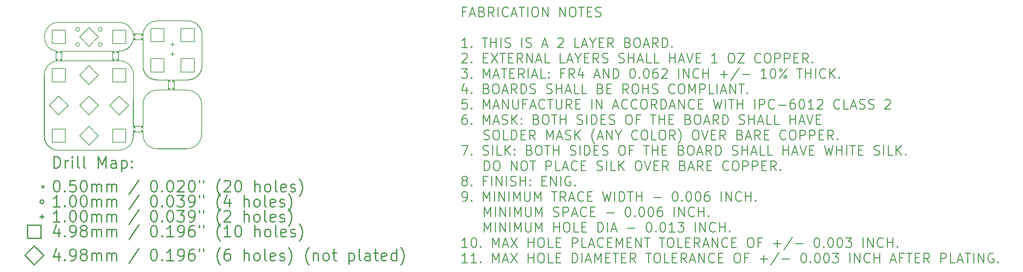
<source format=gbr>
G04 This is an RS-274x file exported by *
G04 gerbv version 2.6.0 *
G04 More information is available about gerbv at *
G04 http://gerbv.gpleda.org/ *
G04 --End of header info--*
%MOIN*%
%FSLAX34Y34*%
%IPPOS*%
G04 --Define apertures--*
%ADD10C,0.0050*%
%ADD11C,0.0060*%
%ADD12C,0.0079*%
%ADD13C,0.0118*%
%ADD14C,0.0138*%
%ADD15C,0.0020*%
%ADD16C,0.0016*%
%ADD17C,0.0100*%
G04 --Start main section--*
G54D11*
G01X0018640Y-015878D02*
G75*
G03X0020039Y-017230I0001399J0000048D01*
G01X0018650Y-022630D02*
G01X0018650Y-022950D01*
G01X0018640Y-022950D02*
G75*
G03X0020090Y-024380I0001450J0000020D01*
G01X0021890Y-017230D02*
G01X0022290Y-017230D01*
G01X0017630Y-022630D02*
G01X0017630Y-023030D01*
G01X0021890Y-018270D02*
G01X0021890Y-017230D01*
G01X0021290Y-017230D02*
G01X0021290Y-018270D01*
G01X0017640Y-022630D02*
G01X0018640Y-022630D01*
G01X0018630Y-022030D02*
G01X0017630Y-022030D01*
G01X0022290Y-017230D02*
G01X0023340Y-017230D01*
G01X0016090Y-014230D02*
G01X0016090Y-015230D01*
G01X0015490Y-014230D02*
G01X0015490Y-015230D01*
G01X0010190Y-014230D02*
G01X0010190Y-015230D01*
G01X0009590Y-014230D02*
G01X0009590Y-015230D01*
G01X0017630Y-013030D02*
G01X0018640Y-013030D01*
G01X0017630Y-012430D02*
G01X0018640Y-012430D01*
G01X0023340Y-017231D02*
G75*
G03X0024790Y-015830I0000000J0001451D01*
G01X0020040Y-017230D02*
G01X0021290Y-017230D01*
G01X0018640Y-013030D02*
G01X0018640Y-015830D01*
G01X0024790Y-012530D02*
G01X0024790Y-015780D01*
G01X0024790Y-012530D02*
G75*
G03X0023340Y-011080I-001450J0000000D01*
G01X0020090Y-011080D02*
G01X0023340Y-011080D01*
G01X0020090Y-011087D02*
G75*
G03X0018650Y-012430I0000000J-001443D01*
G01X0009593Y-015250D02*
G75*
G03X0008340Y-016730I0000247J-001480D01*
G01X0008340Y-023030D02*
G01X0008340Y-016730D01*
G01X0008341Y-023017D02*
G75*
G03X0009790Y-024530I0001449J-000063D01*
G01X0016090Y-024530D02*
G01X0009790Y-024530D01*
G01X0016083Y-024529D02*
G75*
G03X0017630Y-023030I0000047J0001499D01*
G01X0023190Y-024380D02*
G01X0020090Y-024380D01*
G01X0023190Y-024380D02*
G75*
G03X0024735Y-022881I0000045J0001499D01*
G01X0024740Y-019730D02*
G01X0024740Y-022930D01*
G01X0024740Y-019728D02*
G75*
G03X0023241Y-018280I-001499J-000052D01*
G01X0021890Y-018270D02*
G01X0023290Y-018280D01*
G01X0020090Y-018280D02*
G01X0021290Y-018270D01*
G01X0020090Y-018290D02*
G75*
G03X0018650Y-019710I0000000J-001440D01*
G01X0018650Y-022030D02*
G01X0018650Y-019670D01*
G01X0017640Y-016680D02*
G01X0017630Y-022030D01*
G01X0017643Y-016670D02*
G75*
G03X0016090Y-015230I-001444J0000000D01*
G01X0015490Y-015230D02*
G01X0010190Y-015230D01*
G01X0010190Y-014230D02*
G01X0015490Y-014230D01*
G01X0009940Y-011230D02*
G75*
G03X0009585Y-014223I-000050J-001512D01*
G01X0016190Y-011230D02*
G01X0009940Y-011230D01*
G01X0016094Y-014214D02*
G75*
G03X0017630Y-013030I0000096J0001464D01*
G01X0017617Y-012425D02*
G75*
G03X0016190Y-011230I-001427J-000255D01*
G54D12*
G01X0009592Y-014232D02*
G01X0009788Y-014428D01*
G01X0009788Y-014232D02*
G01X0009592Y-014428D01*
G01X0009592Y-015032D02*
G01X0009788Y-015228D01*
G01X0009788Y-015032D02*
G01X0009592Y-015228D01*
G01X0009992Y-014232D02*
G01X0010188Y-014428D01*
G01X0010188Y-014232D02*
G01X0009992Y-014428D01*
G01X0009992Y-015032D02*
G01X0010188Y-015228D01*
G01X0010188Y-015032D02*
G01X0009992Y-015228D01*
G01X0015492Y-014232D02*
G01X0015688Y-014428D01*
G01X0015688Y-014232D02*
G01X0015492Y-014428D01*
G01X0015492Y-015032D02*
G01X0015688Y-015228D01*
G01X0015688Y-015032D02*
G01X0015492Y-015228D01*
G01X0015892Y-014232D02*
G01X0016088Y-014428D01*
G01X0016088Y-014232D02*
G01X0015892Y-014428D01*
G01X0015892Y-015032D02*
G01X0016088Y-015228D01*
G01X0016088Y-015032D02*
G01X0015892Y-015228D01*
G01X0017642Y-012432D02*
G01X0017838Y-012628D01*
G01X0017838Y-012432D02*
G01X0017642Y-012628D01*
G01X0017642Y-012832D02*
G01X0017838Y-013028D01*
G01X0017838Y-012832D02*
G01X0017642Y-013028D01*
G01X0017642Y-022032D02*
G01X0017838Y-022228D01*
G01X0017838Y-022032D02*
G01X0017642Y-022228D01*
G01X0017642Y-022432D02*
G01X0017838Y-022628D01*
G01X0017838Y-022432D02*
G01X0017642Y-022628D01*
G01X0018442Y-012432D02*
G01X0018638Y-012628D01*
G01X0018638Y-012432D02*
G01X0018442Y-012628D01*
G01X0018442Y-012832D02*
G01X0018638Y-013028D01*
G01X0018638Y-012832D02*
G01X0018442Y-013028D01*
G01X0018442Y-022032D02*
G01X0018638Y-022228D01*
G01X0018638Y-022032D02*
G01X0018442Y-022228D01*
G01X0018442Y-022432D02*
G01X0018638Y-022628D01*
G01X0018638Y-022432D02*
G01X0018442Y-022628D01*
G01X0021292Y-017232D02*
G01X0021488Y-017428D01*
G01X0021488Y-017232D02*
G01X0021292Y-017428D01*
G01X0021292Y-018032D02*
G01X0021488Y-018228D01*
G01X0021488Y-018032D02*
G01X0021292Y-018228D01*
G01X0021692Y-017232D02*
G01X0021888Y-017428D01*
G01X0021888Y-017232D02*
G01X0021692Y-017428D01*
G01X0021692Y-018032D02*
G01X0021888Y-018228D01*
G01X0021888Y-018032D02*
G01X0021692Y-018228D01*
G01X0012031Y-011962D02*
G75*
G03X0012031Y-011962I-000197J0000000D01*
G01X0012031Y-013537D02*
G75*
G03X0012031Y-013537I-000197J0000000D01*
G01X0014393Y-011962D02*
G75*
G03X0014393Y-011962I-000197J0000000D01*
G01X0014393Y-013537D02*
G75*
G03X0014393Y-013537I-000197J0000000D01*
G01X0021715Y-013327D02*
G01X0021715Y-013721D01*
G01X0021518Y-013524D02*
G01X0021912Y-013524D01*
G01X0021715Y-014327D02*
G01X0021715Y-014721D01*
G01X0021518Y-014524D02*
G01X0021912Y-014524D01*
G01X0010562Y-013437D02*
G01X0010562Y-012050D01*
G01X0010562Y-012050D02*
G01X0009175Y-012050D01*
G01X0009175Y-012050D02*
G01X0009175Y-013437D01*
G01X0009175Y-013437D02*
G01X0010562Y-013437D01*
G01X0010563Y-017423D02*
G01X0010563Y-016037D01*
G01X0010563Y-016037D02*
G01X0009177Y-016037D01*
G01X0009177Y-016037D02*
G01X0009177Y-017423D01*
G01X0009177Y-017423D02*
G01X0010563Y-017423D01*
G01X0010563Y-023722D02*
G01X0010563Y-022336D01*
G01X0010563Y-022336D02*
G01X0009177Y-022336D01*
G01X0009177Y-022336D02*
G01X0009177Y-023722D01*
G01X0009177Y-023722D02*
G01X0010563Y-023722D01*
G01X0016861Y-013437D02*
G01X0016861Y-012050D01*
G01X0016861Y-012050D02*
G01X0015474Y-012050D01*
G01X0015474Y-012050D02*
G01X0015474Y-013437D01*
G01X0015474Y-013437D02*
G01X0016861Y-013437D01*
G01X0016862Y-017423D02*
G01X0016862Y-016037D01*
G01X0016862Y-016037D02*
G01X0015476Y-016037D01*
G01X0015476Y-016037D02*
G01X0015476Y-017423D01*
G01X0015476Y-017423D02*
G01X0016862Y-017423D01*
G01X0016862Y-023722D02*
G01X0016862Y-022336D01*
G01X0016862Y-022336D02*
G01X0015476Y-022336D01*
G01X0015476Y-022336D02*
G01X0015476Y-023722D01*
G01X0015476Y-023722D02*
G01X0016862Y-023722D01*
G01X0020834Y-013249D02*
G01X0020834Y-011862D01*
G01X0020834Y-011862D02*
G01X0019447Y-011862D01*
G01X0019447Y-011862D02*
G01X0019447Y-013249D01*
G01X0019447Y-013249D02*
G01X0020834Y-013249D01*
G01X0020834Y-016398D02*
G01X0020834Y-015012D01*
G01X0020834Y-015012D02*
G01X0019447Y-015012D01*
G01X0019447Y-015012D02*
G01X0019447Y-016398D01*
G01X0019447Y-016398D02*
G01X0020834Y-016398D01*
G01X0023983Y-013249D02*
G01X0023983Y-011862D01*
G01X0023983Y-011862D02*
G01X0022597Y-011862D01*
G01X0022597Y-011862D02*
G01X0022597Y-013249D01*
G01X0022597Y-013249D02*
G01X0023983Y-013249D01*
G01X0023983Y-016398D02*
G01X0023983Y-015012D01*
G01X0023983Y-015012D02*
G01X0022597Y-015012D01*
G01X0022597Y-015012D02*
G01X0022597Y-016398D01*
G01X0022597Y-016398D02*
G01X0023983Y-016398D01*
G01X0009870Y-020860D02*
G01X0010850Y-019880D01*
G01X0010850Y-019880D02*
G01X0009870Y-018899D01*
G01X0009870Y-018899D02*
G01X0008890Y-019880D01*
G01X0008890Y-019880D02*
G01X0009870Y-020860D01*
G01X0013018Y-013724D02*
G01X0013998Y-012744D01*
G01X0013998Y-012744D02*
G01X0013018Y-011763D01*
G01X0013018Y-011763D02*
G01X0012038Y-012744D01*
G01X0012038Y-012744D02*
G01X0013018Y-013724D01*
G01X0013020Y-017710D02*
G01X0014000Y-016730D01*
G01X0014000Y-016730D02*
G01X0013020Y-015750D01*
G01X0013020Y-015750D02*
G01X0012039Y-016730D01*
G01X0012039Y-016730D02*
G01X0013020Y-017710D01*
G01X0013020Y-020860D02*
G01X0014000Y-019880D01*
G01X0014000Y-019880D02*
G01X0013020Y-018899D01*
G01X0013020Y-018899D02*
G01X0012039Y-019880D01*
G01X0012039Y-019880D02*
G01X0013020Y-020860D01*
G01X0013020Y-024010D02*
G01X0014000Y-023029D01*
G01X0014000Y-023029D02*
G01X0013020Y-022049D01*
G01X0013020Y-022049D02*
G01X0012039Y-023029D01*
G01X0012039Y-023029D02*
G01X0013020Y-024010D01*
G01X0016169Y-020860D02*
G01X0017150Y-019880D01*
G01X0017150Y-019880D02*
G01X0016169Y-018899D01*
G01X0016169Y-018899D02*
G01X0015189Y-019880D01*
G01X0015189Y-019880D02*
G01X0016169Y-020860D01*
G54D13*
G01X0009379Y-026394D02*
G01X0009379Y-025212D01*
G01X0009379Y-025212D02*
G01X0009660Y-025212D01*
G01X0009660Y-025212D02*
G01X0009829Y-025269D01*
G01X0009829Y-025269D02*
G01X0009941Y-025381D01*
G01X0009941Y-025381D02*
G01X0009997Y-025494D01*
G01X0009997Y-025494D02*
G01X0010054Y-025719D01*
G01X0010054Y-025719D02*
G01X0010054Y-025887D01*
G01X0010054Y-025887D02*
G01X0009997Y-026112D01*
G01X0009997Y-026112D02*
G01X0009941Y-026225D01*
G01X0009941Y-026225D02*
G01X0009829Y-026337D01*
G01X0009829Y-026337D02*
G01X0009660Y-026394D01*
G01X0009660Y-026394D02*
G01X0009379Y-026394D01*
G01X0010560Y-026394D02*
G01X0010560Y-025606D01*
G01X0010560Y-025831D02*
G01X0010616Y-025719D01*
G01X0010616Y-025719D02*
G01X0010672Y-025662D01*
G01X0010672Y-025662D02*
G01X0010785Y-025606D01*
G01X0010785Y-025606D02*
G01X0010897Y-025606D01*
G01X0011291Y-026394D02*
G01X0011291Y-025606D01*
G01X0011291Y-025212D02*
G01X0011235Y-025269D01*
G01X0011235Y-025269D02*
G01X0011291Y-025325D01*
G01X0011291Y-025325D02*
G01X0011347Y-025269D01*
G01X0011347Y-025269D02*
G01X0011291Y-025212D01*
G01X0011291Y-025212D02*
G01X0011291Y-025325D01*
G01X0012022Y-026394D02*
G01X0011910Y-026337D01*
G01X0011910Y-026337D02*
G01X0011853Y-026225D01*
G01X0011853Y-026225D02*
G01X0011853Y-025212D01*
G01X0012641Y-026394D02*
G01X0012528Y-026337D01*
G01X0012528Y-026337D02*
G01X0012472Y-026225D01*
G01X0012472Y-026225D02*
G01X0012472Y-025212D01*
G01X0013991Y-026394D02*
G01X0013991Y-025212D01*
G01X0013991Y-025212D02*
G01X0014384Y-026056D01*
G01X0014384Y-026056D02*
G01X0014778Y-025212D01*
G01X0014778Y-025212D02*
G01X0014778Y-026394D01*
G01X0015847Y-026394D02*
G01X0015847Y-025775D01*
G01X0015847Y-025775D02*
G01X0015790Y-025662D01*
G01X0015790Y-025662D02*
G01X0015678Y-025606D01*
G01X0015678Y-025606D02*
G01X0015453Y-025606D01*
G01X0015453Y-025606D02*
G01X0015340Y-025662D01*
G01X0015847Y-026337D02*
G01X0015734Y-026394D01*
G01X0015734Y-026394D02*
G01X0015453Y-026394D01*
G01X0015453Y-026394D02*
G01X0015340Y-026337D01*
G01X0015340Y-026337D02*
G01X0015284Y-026225D01*
G01X0015284Y-026225D02*
G01X0015284Y-026112D01*
G01X0015284Y-026112D02*
G01X0015340Y-026000D01*
G01X0015340Y-026000D02*
G01X0015453Y-025944D01*
G01X0015453Y-025944D02*
G01X0015734Y-025944D01*
G01X0015734Y-025944D02*
G01X0015847Y-025887D01*
G01X0016409Y-025606D02*
G01X0016409Y-026787D01*
G01X0016409Y-025662D02*
G01X0016521Y-025606D01*
G01X0016521Y-025606D02*
G01X0016746Y-025606D01*
G01X0016746Y-025606D02*
G01X0016859Y-025662D01*
G01X0016859Y-025662D02*
G01X0016915Y-025719D01*
G01X0016915Y-025719D02*
G01X0016971Y-025831D01*
G01X0016971Y-025831D02*
G01X0016971Y-026169D01*
G01X0016971Y-026169D02*
G01X0016915Y-026281D01*
G01X0016915Y-026281D02*
G01X0016859Y-026337D01*
G01X0016859Y-026337D02*
G01X0016746Y-026394D01*
G01X0016746Y-026394D02*
G01X0016521Y-026394D01*
G01X0016521Y-026394D02*
G01X0016409Y-026337D01*
G01X0017478Y-026281D02*
G01X0017534Y-026337D01*
G01X0017534Y-026337D02*
G01X0017478Y-026394D01*
G01X0017478Y-026394D02*
G01X0017421Y-026337D01*
G01X0017421Y-026337D02*
G01X0017478Y-026281D01*
G01X0017478Y-026281D02*
G01X0017478Y-026394D01*
G01X0017478Y-025662D02*
G01X0017534Y-025719D01*
G01X0017534Y-025719D02*
G01X0017478Y-025775D01*
G01X0017478Y-025775D02*
G01X0017421Y-025719D01*
G01X0017421Y-025719D02*
G01X0017478Y-025662D01*
G01X0017478Y-025662D02*
G01X0017478Y-025775D01*
G01X0008113Y-028241D02*
G01X0008310Y-028438D01*
G01X0008310Y-028241D02*
G01X0008113Y-028438D01*
G01X0009604Y-027693D02*
G01X0009716Y-027693D01*
G01X0009716Y-027693D02*
G01X0009829Y-027749D01*
G01X0009829Y-027749D02*
G01X0009885Y-027805D01*
G01X0009885Y-027805D02*
G01X0009941Y-027918D01*
G01X0009941Y-027918D02*
G01X0009997Y-028143D01*
G01X0009997Y-028143D02*
G01X0009997Y-028424D01*
G01X0009997Y-028424D02*
G01X0009941Y-028649D01*
G01X0009941Y-028649D02*
G01X0009885Y-028761D01*
G01X0009885Y-028761D02*
G01X0009829Y-028818D01*
G01X0009829Y-028818D02*
G01X0009716Y-028874D01*
G01X0009716Y-028874D02*
G01X0009604Y-028874D01*
G01X0009604Y-028874D02*
G01X0009491Y-028818D01*
G01X0009491Y-028818D02*
G01X0009435Y-028761D01*
G01X0009435Y-028761D02*
G01X0009379Y-028649D01*
G01X0009379Y-028649D02*
G01X0009322Y-028424D01*
G01X0009322Y-028424D02*
G01X0009322Y-028143D01*
G01X0009322Y-028143D02*
G01X0009379Y-027918D01*
G01X0009379Y-027918D02*
G01X0009435Y-027805D01*
G01X0009435Y-027805D02*
G01X0009491Y-027749D01*
G01X0009491Y-027749D02*
G01X0009604Y-027693D01*
G01X0010503Y-028761D02*
G01X0010560Y-028818D01*
G01X0010560Y-028818D02*
G01X0010503Y-028874D01*
G01X0010503Y-028874D02*
G01X0010447Y-028818D01*
G01X0010447Y-028818D02*
G01X0010503Y-028761D01*
G01X0010503Y-028761D02*
G01X0010503Y-028874D01*
G01X0011628Y-027693D02*
G01X0011066Y-027693D01*
G01X0011066Y-027693D02*
G01X0011010Y-028255D01*
G01X0011010Y-028255D02*
G01X0011066Y-028199D01*
G01X0011066Y-028199D02*
G01X0011178Y-028143D01*
G01X0011178Y-028143D02*
G01X0011460Y-028143D01*
G01X0011460Y-028143D02*
G01X0011572Y-028199D01*
G01X0011572Y-028199D02*
G01X0011628Y-028255D01*
G01X0011628Y-028255D02*
G01X0011685Y-028368D01*
G01X0011685Y-028368D02*
G01X0011685Y-028649D01*
G01X0011685Y-028649D02*
G01X0011628Y-028761D01*
G01X0011628Y-028761D02*
G01X0011572Y-028818D01*
G01X0011572Y-028818D02*
G01X0011460Y-028874D01*
G01X0011460Y-028874D02*
G01X0011178Y-028874D01*
G01X0011178Y-028874D02*
G01X0011066Y-028818D01*
G01X0011066Y-028818D02*
G01X0011010Y-028761D01*
G01X0012416Y-027693D02*
G01X0012528Y-027693D01*
G01X0012528Y-027693D02*
G01X0012641Y-027749D01*
G01X0012641Y-027749D02*
G01X0012697Y-027805D01*
G01X0012697Y-027805D02*
G01X0012753Y-027918D01*
G01X0012753Y-027918D02*
G01X0012809Y-028143D01*
G01X0012809Y-028143D02*
G01X0012809Y-028424D01*
G01X0012809Y-028424D02*
G01X0012753Y-028649D01*
G01X0012753Y-028649D02*
G01X0012697Y-028761D01*
G01X0012697Y-028761D02*
G01X0012641Y-028818D01*
G01X0012641Y-028818D02*
G01X0012528Y-028874D01*
G01X0012528Y-028874D02*
G01X0012416Y-028874D01*
G01X0012416Y-028874D02*
G01X0012303Y-028818D01*
G01X0012303Y-028818D02*
G01X0012247Y-028761D01*
G01X0012247Y-028761D02*
G01X0012191Y-028649D01*
G01X0012191Y-028649D02*
G01X0012135Y-028424D01*
G01X0012135Y-028424D02*
G01X0012135Y-028143D01*
G01X0012135Y-028143D02*
G01X0012191Y-027918D01*
G01X0012191Y-027918D02*
G01X0012247Y-027805D01*
G01X0012247Y-027805D02*
G01X0012303Y-027749D01*
G01X0012303Y-027749D02*
G01X0012416Y-027693D01*
G01X0013316Y-028874D02*
G01X0013316Y-028086D01*
G01X0013316Y-028199D02*
G01X0013372Y-028143D01*
G01X0013372Y-028143D02*
G01X0013484Y-028086D01*
G01X0013484Y-028086D02*
G01X0013653Y-028086D01*
G01X0013653Y-028086D02*
G01X0013766Y-028143D01*
G01X0013766Y-028143D02*
G01X0013822Y-028255D01*
G01X0013822Y-028255D02*
G01X0013822Y-028874D01*
G01X0013822Y-028255D02*
G01X0013878Y-028143D01*
G01X0013878Y-028143D02*
G01X0013991Y-028086D01*
G01X0013991Y-028086D02*
G01X0014159Y-028086D01*
G01X0014159Y-028086D02*
G01X0014272Y-028143D01*
G01X0014272Y-028143D02*
G01X0014328Y-028255D01*
G01X0014328Y-028255D02*
G01X0014328Y-028874D01*
G01X0014890Y-028874D02*
G01X0014890Y-028086D01*
G01X0014890Y-028199D02*
G01X0014947Y-028143D01*
G01X0014947Y-028143D02*
G01X0015059Y-028086D01*
G01X0015059Y-028086D02*
G01X0015228Y-028086D01*
G01X0015228Y-028086D02*
G01X0015340Y-028143D01*
G01X0015340Y-028143D02*
G01X0015397Y-028255D01*
G01X0015397Y-028255D02*
G01X0015397Y-028874D01*
G01X0015397Y-028255D02*
G01X0015453Y-028143D01*
G01X0015453Y-028143D02*
G01X0015565Y-028086D01*
G01X0015565Y-028086D02*
G01X0015734Y-028086D01*
G01X0015734Y-028086D02*
G01X0015847Y-028143D01*
G01X0015847Y-028143D02*
G01X0015903Y-028255D01*
G01X0015903Y-028255D02*
G01X0015903Y-028874D01*
G01X0018209Y-027636D02*
G01X0017196Y-029155D01*
G01X0019727Y-027693D02*
G01X0019840Y-027693D01*
G01X0019840Y-027693D02*
G01X0019952Y-027749D01*
G01X0019952Y-027749D02*
G01X0020009Y-027805D01*
G01X0020009Y-027805D02*
G01X0020065Y-027918D01*
G01X0020065Y-027918D02*
G01X0020121Y-028143D01*
G01X0020121Y-028143D02*
G01X0020121Y-028424D01*
G01X0020121Y-028424D02*
G01X0020065Y-028649D01*
G01X0020065Y-028649D02*
G01X0020009Y-028761D01*
G01X0020009Y-028761D02*
G01X0019952Y-028818D01*
G01X0019952Y-028818D02*
G01X0019840Y-028874D01*
G01X0019840Y-028874D02*
G01X0019727Y-028874D01*
G01X0019727Y-028874D02*
G01X0019615Y-028818D01*
G01X0019615Y-028818D02*
G01X0019559Y-028761D01*
G01X0019559Y-028761D02*
G01X0019502Y-028649D01*
G01X0019502Y-028649D02*
G01X0019446Y-028424D01*
G01X0019446Y-028424D02*
G01X0019446Y-028143D01*
G01X0019446Y-028143D02*
G01X0019502Y-027918D01*
G01X0019502Y-027918D02*
G01X0019559Y-027805D01*
G01X0019559Y-027805D02*
G01X0019615Y-027749D01*
G01X0019615Y-027749D02*
G01X0019727Y-027693D01*
G01X0020627Y-028761D02*
G01X0020683Y-028818D01*
G01X0020683Y-028818D02*
G01X0020627Y-028874D01*
G01X0020627Y-028874D02*
G01X0020571Y-028818D01*
G01X0020571Y-028818D02*
G01X0020627Y-028761D01*
G01X0020627Y-028761D02*
G01X0020627Y-028874D01*
G01X0021415Y-027693D02*
G01X0021527Y-027693D01*
G01X0021527Y-027693D02*
G01X0021640Y-027749D01*
G01X0021640Y-027749D02*
G01X0021696Y-027805D01*
G01X0021696Y-027805D02*
G01X0021752Y-027918D01*
G01X0021752Y-027918D02*
G01X0021808Y-028143D01*
G01X0021808Y-028143D02*
G01X0021808Y-028424D01*
G01X0021808Y-028424D02*
G01X0021752Y-028649D01*
G01X0021752Y-028649D02*
G01X0021696Y-028761D01*
G01X0021696Y-028761D02*
G01X0021640Y-028818D01*
G01X0021640Y-028818D02*
G01X0021527Y-028874D01*
G01X0021527Y-028874D02*
G01X0021415Y-028874D01*
G01X0021415Y-028874D02*
G01X0021302Y-028818D01*
G01X0021302Y-028818D02*
G01X0021246Y-028761D01*
G01X0021246Y-028761D02*
G01X0021190Y-028649D01*
G01X0021190Y-028649D02*
G01X0021133Y-028424D01*
G01X0021133Y-028424D02*
G01X0021133Y-028143D01*
G01X0021133Y-028143D02*
G01X0021190Y-027918D01*
G01X0021190Y-027918D02*
G01X0021246Y-027805D01*
G01X0021246Y-027805D02*
G01X0021302Y-027749D01*
G01X0021302Y-027749D02*
G01X0021415Y-027693D01*
G01X0022258Y-027805D02*
G01X0022315Y-027749D01*
G01X0022315Y-027749D02*
G01X0022427Y-027693D01*
G01X0022427Y-027693D02*
G01X0022708Y-027693D01*
G01X0022708Y-027693D02*
G01X0022821Y-027749D01*
G01X0022821Y-027749D02*
G01X0022877Y-027805D01*
G01X0022877Y-027805D02*
G01X0022933Y-027918D01*
G01X0022933Y-027918D02*
G01X0022933Y-028030D01*
G01X0022933Y-028030D02*
G01X0022877Y-028199D01*
G01X0022877Y-028199D02*
G01X0022202Y-028874D01*
G01X0022202Y-028874D02*
G01X0022933Y-028874D01*
G01X0023664Y-027693D02*
G01X0023777Y-027693D01*
G01X0023777Y-027693D02*
G01X0023889Y-027749D01*
G01X0023889Y-027749D02*
G01X0023946Y-027805D01*
G01X0023946Y-027805D02*
G01X0024002Y-027918D01*
G01X0024002Y-027918D02*
G01X0024058Y-028143D01*
G01X0024058Y-028143D02*
G01X0024058Y-028424D01*
G01X0024058Y-028424D02*
G01X0024002Y-028649D01*
G01X0024002Y-028649D02*
G01X0023946Y-028761D01*
G01X0023946Y-028761D02*
G01X0023889Y-028818D01*
G01X0023889Y-028818D02*
G01X0023777Y-028874D01*
G01X0023777Y-028874D02*
G01X0023664Y-028874D01*
G01X0023664Y-028874D02*
G01X0023552Y-028818D01*
G01X0023552Y-028818D02*
G01X0023496Y-028761D01*
G01X0023496Y-028761D02*
G01X0023439Y-028649D01*
G01X0023439Y-028649D02*
G01X0023383Y-028424D01*
G01X0023383Y-028424D02*
G01X0023383Y-028143D01*
G01X0023383Y-028143D02*
G01X0023439Y-027918D01*
G01X0023439Y-027918D02*
G01X0023496Y-027805D01*
G01X0023496Y-027805D02*
G01X0023552Y-027749D01*
G01X0023552Y-027749D02*
G01X0023664Y-027693D01*
G01X0024508Y-027693D02*
G01X0024508Y-027918D01*
G01X0024958Y-027693D02*
G01X0024958Y-027918D01*
G01X0026701Y-029324D02*
G01X0026645Y-029268D01*
G01X0026645Y-029268D02*
G01X0026533Y-029099D01*
G01X0026533Y-029099D02*
G01X0026476Y-028986D01*
G01X0026476Y-028986D02*
G01X0026420Y-028818D01*
G01X0026420Y-028818D02*
G01X0026364Y-028536D01*
G01X0026364Y-028536D02*
G01X0026364Y-028311D01*
G01X0026364Y-028311D02*
G01X0026420Y-028030D01*
G01X0026420Y-028030D02*
G01X0026476Y-027861D01*
G01X0026476Y-027861D02*
G01X0026533Y-027749D01*
G01X0026533Y-027749D02*
G01X0026645Y-027580D01*
G01X0026645Y-027580D02*
G01X0026701Y-027524D01*
G01X0027095Y-027805D02*
G01X0027151Y-027749D01*
G01X0027151Y-027749D02*
G01X0027264Y-027693D01*
G01X0027264Y-027693D02*
G01X0027545Y-027693D01*
G01X0027545Y-027693D02*
G01X0027658Y-027749D01*
G01X0027658Y-027749D02*
G01X0027714Y-027805D01*
G01X0027714Y-027805D02*
G01X0027770Y-027918D01*
G01X0027770Y-027918D02*
G01X0027770Y-028030D01*
G01X0027770Y-028030D02*
G01X0027714Y-028199D01*
G01X0027714Y-028199D02*
G01X0027039Y-028874D01*
G01X0027039Y-028874D02*
G01X0027770Y-028874D01*
G01X0028501Y-027693D02*
G01X0028614Y-027693D01*
G01X0028614Y-027693D02*
G01X0028726Y-027749D01*
G01X0028726Y-027749D02*
G01X0028782Y-027805D01*
G01X0028782Y-027805D02*
G01X0028839Y-027918D01*
G01X0028839Y-027918D02*
G01X0028895Y-028143D01*
G01X0028895Y-028143D02*
G01X0028895Y-028424D01*
G01X0028895Y-028424D02*
G01X0028839Y-028649D01*
G01X0028839Y-028649D02*
G01X0028782Y-028761D01*
G01X0028782Y-028761D02*
G01X0028726Y-028818D01*
G01X0028726Y-028818D02*
G01X0028614Y-028874D01*
G01X0028614Y-028874D02*
G01X0028501Y-028874D01*
G01X0028501Y-028874D02*
G01X0028389Y-028818D01*
G01X0028389Y-028818D02*
G01X0028332Y-028761D01*
G01X0028332Y-028761D02*
G01X0028276Y-028649D01*
G01X0028276Y-028649D02*
G01X0028220Y-028424D01*
G01X0028220Y-028424D02*
G01X0028220Y-028143D01*
G01X0028220Y-028143D02*
G01X0028276Y-027918D01*
G01X0028276Y-027918D02*
G01X0028332Y-027805D01*
G01X0028332Y-027805D02*
G01X0028389Y-027749D01*
G01X0028389Y-027749D02*
G01X0028501Y-027693D01*
G01X0030301Y-028874D02*
G01X0030301Y-027693D01*
G01X0030807Y-028874D02*
G01X0030807Y-028255D01*
G01X0030807Y-028255D02*
G01X0030751Y-028143D01*
G01X0030751Y-028143D02*
G01X0030638Y-028086D01*
G01X0030638Y-028086D02*
G01X0030470Y-028086D01*
G01X0030470Y-028086D02*
G01X0030357Y-028143D01*
G01X0030357Y-028143D02*
G01X0030301Y-028199D01*
G01X0031538Y-028874D02*
G01X0031426Y-028818D01*
G01X0031426Y-028818D02*
G01X0031370Y-028761D01*
G01X0031370Y-028761D02*
G01X0031313Y-028649D01*
G01X0031313Y-028649D02*
G01X0031313Y-028311D01*
G01X0031313Y-028311D02*
G01X0031370Y-028199D01*
G01X0031370Y-028199D02*
G01X0031426Y-028143D01*
G01X0031426Y-028143D02*
G01X0031538Y-028086D01*
G01X0031538Y-028086D02*
G01X0031707Y-028086D01*
G01X0031707Y-028086D02*
G01X0031820Y-028143D01*
G01X0031820Y-028143D02*
G01X0031876Y-028199D01*
G01X0031876Y-028199D02*
G01X0031932Y-028311D01*
G01X0031932Y-028311D02*
G01X0031932Y-028649D01*
G01X0031932Y-028649D02*
G01X0031876Y-028761D01*
G01X0031876Y-028761D02*
G01X0031820Y-028818D01*
G01X0031820Y-028818D02*
G01X0031707Y-028874D01*
G01X0031707Y-028874D02*
G01X0031538Y-028874D01*
G01X0032607Y-028874D02*
G01X0032494Y-028818D01*
G01X0032494Y-028818D02*
G01X0032438Y-028705D01*
G01X0032438Y-028705D02*
G01X0032438Y-027693D01*
G01X0033507Y-028818D02*
G01X0033394Y-028874D01*
G01X0033394Y-028874D02*
G01X0033169Y-028874D01*
G01X0033169Y-028874D02*
G01X0033057Y-028818D01*
G01X0033057Y-028818D02*
G01X0033001Y-028705D01*
G01X0033001Y-028705D02*
G01X0033001Y-028255D01*
G01X0033001Y-028255D02*
G01X0033057Y-028143D01*
G01X0033057Y-028143D02*
G01X0033169Y-028086D01*
G01X0033169Y-028086D02*
G01X0033394Y-028086D01*
G01X0033394Y-028086D02*
G01X0033507Y-028143D01*
G01X0033507Y-028143D02*
G01X0033563Y-028255D01*
G01X0033563Y-028255D02*
G01X0033563Y-028368D01*
G01X0033563Y-028368D02*
G01X0033001Y-028480D01*
G01X0034013Y-028818D02*
G01X0034126Y-028874D01*
G01X0034126Y-028874D02*
G01X0034350Y-028874D01*
G01X0034350Y-028874D02*
G01X0034463Y-028818D01*
G01X0034463Y-028818D02*
G01X0034519Y-028705D01*
G01X0034519Y-028705D02*
G01X0034519Y-028649D01*
G01X0034519Y-028649D02*
G01X0034463Y-028536D01*
G01X0034463Y-028536D02*
G01X0034350Y-028480D01*
G01X0034350Y-028480D02*
G01X0034182Y-028480D01*
G01X0034182Y-028480D02*
G01X0034069Y-028424D01*
G01X0034069Y-028424D02*
G01X0034013Y-028311D01*
G01X0034013Y-028311D02*
G01X0034013Y-028255D01*
G01X0034013Y-028255D02*
G01X0034069Y-028143D01*
G01X0034069Y-028143D02*
G01X0034182Y-028086D01*
G01X0034182Y-028086D02*
G01X0034350Y-028086D01*
G01X0034350Y-028086D02*
G01X0034463Y-028143D01*
G01X0034913Y-029324D02*
G01X0034969Y-029268D01*
G01X0034969Y-029268D02*
G01X0035082Y-029099D01*
G01X0035082Y-029099D02*
G01X0035138Y-028986D01*
G01X0035138Y-028986D02*
G01X0035194Y-028818D01*
G01X0035194Y-028818D02*
G01X0035250Y-028536D01*
G01X0035250Y-028536D02*
G01X0035250Y-028311D01*
G01X0035250Y-028311D02*
G01X0035194Y-028030D01*
G01X0035194Y-028030D02*
G01X0035138Y-027861D01*
G01X0035138Y-027861D02*
G01X0035082Y-027749D01*
G01X0035082Y-027749D02*
G01X0034969Y-027580D01*
G01X0034969Y-027580D02*
G01X0034913Y-027524D01*
G01X0008310Y-029899D02*
G75*
G03X0008310Y-029899I-000197J0000000D01*
G01X0009997Y-030433D02*
G01X0009322Y-030433D01*
G01X0009660Y-030433D02*
G01X0009660Y-029252D01*
G01X0009660Y-029252D02*
G01X0009547Y-029421D01*
G01X0009547Y-029421D02*
G01X0009435Y-029533D01*
G01X0009435Y-029533D02*
G01X0009322Y-029589D01*
G01X0010503Y-030320D02*
G01X0010560Y-030377D01*
G01X0010560Y-030377D02*
G01X0010503Y-030433D01*
G01X0010503Y-030433D02*
G01X0010447Y-030377D01*
G01X0010447Y-030377D02*
G01X0010503Y-030320D01*
G01X0010503Y-030320D02*
G01X0010503Y-030433D01*
G01X0011291Y-029252D02*
G01X0011403Y-029252D01*
G01X0011403Y-029252D02*
G01X0011516Y-029308D01*
G01X0011516Y-029308D02*
G01X0011572Y-029364D01*
G01X0011572Y-029364D02*
G01X0011628Y-029477D01*
G01X0011628Y-029477D02*
G01X0011685Y-029702D01*
G01X0011685Y-029702D02*
G01X0011685Y-029983D01*
G01X0011685Y-029983D02*
G01X0011628Y-030208D01*
G01X0011628Y-030208D02*
G01X0011572Y-030320D01*
G01X0011572Y-030320D02*
G01X0011516Y-030377D01*
G01X0011516Y-030377D02*
G01X0011403Y-030433D01*
G01X0011403Y-030433D02*
G01X0011291Y-030433D01*
G01X0011291Y-030433D02*
G01X0011178Y-030377D01*
G01X0011178Y-030377D02*
G01X0011122Y-030320D01*
G01X0011122Y-030320D02*
G01X0011066Y-030208D01*
G01X0011066Y-030208D02*
G01X0011010Y-029983D01*
G01X0011010Y-029983D02*
G01X0011010Y-029702D01*
G01X0011010Y-029702D02*
G01X0011066Y-029477D01*
G01X0011066Y-029477D02*
G01X0011122Y-029364D01*
G01X0011122Y-029364D02*
G01X0011178Y-029308D01*
G01X0011178Y-029308D02*
G01X0011291Y-029252D01*
G01X0012416Y-029252D02*
G01X0012528Y-029252D01*
G01X0012528Y-029252D02*
G01X0012641Y-029308D01*
G01X0012641Y-029308D02*
G01X0012697Y-029364D01*
G01X0012697Y-029364D02*
G01X0012753Y-029477D01*
G01X0012753Y-029477D02*
G01X0012809Y-029702D01*
G01X0012809Y-029702D02*
G01X0012809Y-029983D01*
G01X0012809Y-029983D02*
G01X0012753Y-030208D01*
G01X0012753Y-030208D02*
G01X0012697Y-030320D01*
G01X0012697Y-030320D02*
G01X0012641Y-030377D01*
G01X0012641Y-030377D02*
G01X0012528Y-030433D01*
G01X0012528Y-030433D02*
G01X0012416Y-030433D01*
G01X0012416Y-030433D02*
G01X0012303Y-030377D01*
G01X0012303Y-030377D02*
G01X0012247Y-030320D01*
G01X0012247Y-030320D02*
G01X0012191Y-030208D01*
G01X0012191Y-030208D02*
G01X0012135Y-029983D01*
G01X0012135Y-029983D02*
G01X0012135Y-029702D01*
G01X0012135Y-029702D02*
G01X0012191Y-029477D01*
G01X0012191Y-029477D02*
G01X0012247Y-029364D01*
G01X0012247Y-029364D02*
G01X0012303Y-029308D01*
G01X0012303Y-029308D02*
G01X0012416Y-029252D01*
G01X0013316Y-030433D02*
G01X0013316Y-029645D01*
G01X0013316Y-029758D02*
G01X0013372Y-029702D01*
G01X0013372Y-029702D02*
G01X0013484Y-029645D01*
G01X0013484Y-029645D02*
G01X0013653Y-029645D01*
G01X0013653Y-029645D02*
G01X0013766Y-029702D01*
G01X0013766Y-029702D02*
G01X0013822Y-029814D01*
G01X0013822Y-029814D02*
G01X0013822Y-030433D01*
G01X0013822Y-029814D02*
G01X0013878Y-029702D01*
G01X0013878Y-029702D02*
G01X0013991Y-029645D01*
G01X0013991Y-029645D02*
G01X0014159Y-029645D01*
G01X0014159Y-029645D02*
G01X0014272Y-029702D01*
G01X0014272Y-029702D02*
G01X0014328Y-029814D01*
G01X0014328Y-029814D02*
G01X0014328Y-030433D01*
G01X0014890Y-030433D02*
G01X0014890Y-029645D01*
G01X0014890Y-029758D02*
G01X0014947Y-029702D01*
G01X0014947Y-029702D02*
G01X0015059Y-029645D01*
G01X0015059Y-029645D02*
G01X0015228Y-029645D01*
G01X0015228Y-029645D02*
G01X0015340Y-029702D01*
G01X0015340Y-029702D02*
G01X0015397Y-029814D01*
G01X0015397Y-029814D02*
G01X0015397Y-030433D01*
G01X0015397Y-029814D02*
G01X0015453Y-029702D01*
G01X0015453Y-029702D02*
G01X0015565Y-029645D01*
G01X0015565Y-029645D02*
G01X0015734Y-029645D01*
G01X0015734Y-029645D02*
G01X0015847Y-029702D01*
G01X0015847Y-029702D02*
G01X0015903Y-029814D01*
G01X0015903Y-029814D02*
G01X0015903Y-030433D01*
G01X0018209Y-029196D02*
G01X0017196Y-030714D01*
G01X0019727Y-029252D02*
G01X0019840Y-029252D01*
G01X0019840Y-029252D02*
G01X0019952Y-029308D01*
G01X0019952Y-029308D02*
G01X0020009Y-029364D01*
G01X0020009Y-029364D02*
G01X0020065Y-029477D01*
G01X0020065Y-029477D02*
G01X0020121Y-029702D01*
G01X0020121Y-029702D02*
G01X0020121Y-029983D01*
G01X0020121Y-029983D02*
G01X0020065Y-030208D01*
G01X0020065Y-030208D02*
G01X0020009Y-030320D01*
G01X0020009Y-030320D02*
G01X0019952Y-030377D01*
G01X0019952Y-030377D02*
G01X0019840Y-030433D01*
G01X0019840Y-030433D02*
G01X0019727Y-030433D01*
G01X0019727Y-030433D02*
G01X0019615Y-030377D01*
G01X0019615Y-030377D02*
G01X0019559Y-030320D01*
G01X0019559Y-030320D02*
G01X0019502Y-030208D01*
G01X0019502Y-030208D02*
G01X0019446Y-029983D01*
G01X0019446Y-029983D02*
G01X0019446Y-029702D01*
G01X0019446Y-029702D02*
G01X0019502Y-029477D01*
G01X0019502Y-029477D02*
G01X0019559Y-029364D01*
G01X0019559Y-029364D02*
G01X0019615Y-029308D01*
G01X0019615Y-029308D02*
G01X0019727Y-029252D01*
G01X0020627Y-030320D02*
G01X0020683Y-030377D01*
G01X0020683Y-030377D02*
G01X0020627Y-030433D01*
G01X0020627Y-030433D02*
G01X0020571Y-030377D01*
G01X0020571Y-030377D02*
G01X0020627Y-030320D01*
G01X0020627Y-030320D02*
G01X0020627Y-030433D01*
G01X0021415Y-029252D02*
G01X0021527Y-029252D01*
G01X0021527Y-029252D02*
G01X0021640Y-029308D01*
G01X0021640Y-029308D02*
G01X0021696Y-029364D01*
G01X0021696Y-029364D02*
G01X0021752Y-029477D01*
G01X0021752Y-029477D02*
G01X0021808Y-029702D01*
G01X0021808Y-029702D02*
G01X0021808Y-029983D01*
G01X0021808Y-029983D02*
G01X0021752Y-030208D01*
G01X0021752Y-030208D02*
G01X0021696Y-030320D01*
G01X0021696Y-030320D02*
G01X0021640Y-030377D01*
G01X0021640Y-030377D02*
G01X0021527Y-030433D01*
G01X0021527Y-030433D02*
G01X0021415Y-030433D01*
G01X0021415Y-030433D02*
G01X0021302Y-030377D01*
G01X0021302Y-030377D02*
G01X0021246Y-030320D01*
G01X0021246Y-030320D02*
G01X0021190Y-030208D01*
G01X0021190Y-030208D02*
G01X0021133Y-029983D01*
G01X0021133Y-029983D02*
G01X0021133Y-029702D01*
G01X0021133Y-029702D02*
G01X0021190Y-029477D01*
G01X0021190Y-029477D02*
G01X0021246Y-029364D01*
G01X0021246Y-029364D02*
G01X0021302Y-029308D01*
G01X0021302Y-029308D02*
G01X0021415Y-029252D01*
G01X0022202Y-029252D02*
G01X0022933Y-029252D01*
G01X0022933Y-029252D02*
G01X0022539Y-029702D01*
G01X0022539Y-029702D02*
G01X0022708Y-029702D01*
G01X0022708Y-029702D02*
G01X0022821Y-029758D01*
G01X0022821Y-029758D02*
G01X0022877Y-029814D01*
G01X0022877Y-029814D02*
G01X0022933Y-029927D01*
G01X0022933Y-029927D02*
G01X0022933Y-030208D01*
G01X0022933Y-030208D02*
G01X0022877Y-030320D01*
G01X0022877Y-030320D02*
G01X0022821Y-030377D01*
G01X0022821Y-030377D02*
G01X0022708Y-030433D01*
G01X0022708Y-030433D02*
G01X0022371Y-030433D01*
G01X0022371Y-030433D02*
G01X0022258Y-030377D01*
G01X0022258Y-030377D02*
G01X0022202Y-030320D01*
G01X0023496Y-030433D02*
G01X0023721Y-030433D01*
G01X0023721Y-030433D02*
G01X0023833Y-030377D01*
G01X0023833Y-030377D02*
G01X0023889Y-030320D01*
G01X0023889Y-030320D02*
G01X0024002Y-030152D01*
G01X0024002Y-030152D02*
G01X0024058Y-029927D01*
G01X0024058Y-029927D02*
G01X0024058Y-029477D01*
G01X0024058Y-029477D02*
G01X0024002Y-029364D01*
G01X0024002Y-029364D02*
G01X0023946Y-029308D01*
G01X0023946Y-029308D02*
G01X0023833Y-029252D01*
G01X0023833Y-029252D02*
G01X0023608Y-029252D01*
G01X0023608Y-029252D02*
G01X0023496Y-029308D01*
G01X0023496Y-029308D02*
G01X0023439Y-029364D01*
G01X0023439Y-029364D02*
G01X0023383Y-029477D01*
G01X0023383Y-029477D02*
G01X0023383Y-029758D01*
G01X0023383Y-029758D02*
G01X0023439Y-029870D01*
G01X0023439Y-029870D02*
G01X0023496Y-029927D01*
G01X0023496Y-029927D02*
G01X0023608Y-029983D01*
G01X0023608Y-029983D02*
G01X0023833Y-029983D01*
G01X0023833Y-029983D02*
G01X0023946Y-029927D01*
G01X0023946Y-029927D02*
G01X0024002Y-029870D01*
G01X0024002Y-029870D02*
G01X0024058Y-029758D01*
G01X0024508Y-029252D02*
G01X0024508Y-029477D01*
G01X0024958Y-029252D02*
G01X0024958Y-029477D01*
G01X0026701Y-030883D02*
G01X0026645Y-030827D01*
G01X0026645Y-030827D02*
G01X0026533Y-030658D01*
G01X0026533Y-030658D02*
G01X0026476Y-030545D01*
G01X0026476Y-030545D02*
G01X0026420Y-030377D01*
G01X0026420Y-030377D02*
G01X0026364Y-030095D01*
G01X0026364Y-030095D02*
G01X0026364Y-029870D01*
G01X0026364Y-029870D02*
G01X0026420Y-029589D01*
G01X0026420Y-029589D02*
G01X0026476Y-029421D01*
G01X0026476Y-029421D02*
G01X0026533Y-029308D01*
G01X0026533Y-029308D02*
G01X0026645Y-029139D01*
G01X0026645Y-029139D02*
G01X0026701Y-029083D01*
G01X0027658Y-029645D02*
G01X0027658Y-030433D01*
G01X0027376Y-029196D02*
G01X0027095Y-030039D01*
G01X0027095Y-030039D02*
G01X0027826Y-030039D01*
G01X0029176Y-030433D02*
G01X0029176Y-029252D01*
G01X0029682Y-030433D02*
G01X0029682Y-029814D01*
G01X0029682Y-029814D02*
G01X0029626Y-029702D01*
G01X0029626Y-029702D02*
G01X0029514Y-029645D01*
G01X0029514Y-029645D02*
G01X0029345Y-029645D01*
G01X0029345Y-029645D02*
G01X0029232Y-029702D01*
G01X0029232Y-029702D02*
G01X0029176Y-029758D01*
G01X0030413Y-030433D02*
G01X0030301Y-030377D01*
G01X0030301Y-030377D02*
G01X0030245Y-030320D01*
G01X0030245Y-030320D02*
G01X0030189Y-030208D01*
G01X0030189Y-030208D02*
G01X0030189Y-029870D01*
G01X0030189Y-029870D02*
G01X0030245Y-029758D01*
G01X0030245Y-029758D02*
G01X0030301Y-029702D01*
G01X0030301Y-029702D02*
G01X0030413Y-029645D01*
G01X0030413Y-029645D02*
G01X0030582Y-029645D01*
G01X0030582Y-029645D02*
G01X0030695Y-029702D01*
G01X0030695Y-029702D02*
G01X0030751Y-029758D01*
G01X0030751Y-029758D02*
G01X0030807Y-029870D01*
G01X0030807Y-029870D02*
G01X0030807Y-030208D01*
G01X0030807Y-030208D02*
G01X0030751Y-030320D01*
G01X0030751Y-030320D02*
G01X0030695Y-030377D01*
G01X0030695Y-030377D02*
G01X0030582Y-030433D01*
G01X0030582Y-030433D02*
G01X0030413Y-030433D01*
G01X0031482Y-030433D02*
G01X0031370Y-030377D01*
G01X0031370Y-030377D02*
G01X0031313Y-030264D01*
G01X0031313Y-030264D02*
G01X0031313Y-029252D01*
G01X0032382Y-030377D02*
G01X0032270Y-030433D01*
G01X0032270Y-030433D02*
G01X0032045Y-030433D01*
G01X0032045Y-030433D02*
G01X0031932Y-030377D01*
G01X0031932Y-030377D02*
G01X0031876Y-030264D01*
G01X0031876Y-030264D02*
G01X0031876Y-029814D01*
G01X0031876Y-029814D02*
G01X0031932Y-029702D01*
G01X0031932Y-029702D02*
G01X0032045Y-029645D01*
G01X0032045Y-029645D02*
G01X0032270Y-029645D01*
G01X0032270Y-029645D02*
G01X0032382Y-029702D01*
G01X0032382Y-029702D02*
G01X0032438Y-029814D01*
G01X0032438Y-029814D02*
G01X0032438Y-029927D01*
G01X0032438Y-029927D02*
G01X0031876Y-030039D01*
G01X0032888Y-030377D02*
G01X0033001Y-030433D01*
G01X0033001Y-030433D02*
G01X0033226Y-030433D01*
G01X0033226Y-030433D02*
G01X0033338Y-030377D01*
G01X0033338Y-030377D02*
G01X0033394Y-030264D01*
G01X0033394Y-030264D02*
G01X0033394Y-030208D01*
G01X0033394Y-030208D02*
G01X0033338Y-030095D01*
G01X0033338Y-030095D02*
G01X0033226Y-030039D01*
G01X0033226Y-030039D02*
G01X0033057Y-030039D01*
G01X0033057Y-030039D02*
G01X0032944Y-029983D01*
G01X0032944Y-029983D02*
G01X0032888Y-029870D01*
G01X0032888Y-029870D02*
G01X0032888Y-029814D01*
G01X0032888Y-029814D02*
G01X0032944Y-029702D01*
G01X0032944Y-029702D02*
G01X0033057Y-029645D01*
G01X0033057Y-029645D02*
G01X0033226Y-029645D01*
G01X0033226Y-029645D02*
G01X0033338Y-029702D01*
G01X0033788Y-030883D02*
G01X0033844Y-030827D01*
G01X0033844Y-030827D02*
G01X0033957Y-030658D01*
G01X0033957Y-030658D02*
G01X0034013Y-030545D01*
G01X0034013Y-030545D02*
G01X0034069Y-030377D01*
G01X0034069Y-030377D02*
G01X0034126Y-030095D01*
G01X0034126Y-030095D02*
G01X0034126Y-029870D01*
G01X0034126Y-029870D02*
G01X0034069Y-029589D01*
G01X0034069Y-029589D02*
G01X0034013Y-029421D01*
G01X0034013Y-029421D02*
G01X0033957Y-029308D01*
G01X0033957Y-029308D02*
G01X0033844Y-029139D01*
G01X0033844Y-029139D02*
G01X0033788Y-029083D01*
G01X0008113Y-031261D02*
G01X0008113Y-031655D01*
G01X0007916Y-031458D02*
G01X0008310Y-031458D01*
G01X0009997Y-031992D02*
G01X0009322Y-031992D01*
G01X0009660Y-031992D02*
G01X0009660Y-030811D01*
G01X0009660Y-030811D02*
G01X0009547Y-030980D01*
G01X0009547Y-030980D02*
G01X0009435Y-031092D01*
G01X0009435Y-031092D02*
G01X0009322Y-031148D01*
G01X0010503Y-031879D02*
G01X0010560Y-031936D01*
G01X0010560Y-031936D02*
G01X0010503Y-031992D01*
G01X0010503Y-031992D02*
G01X0010447Y-031936D01*
G01X0010447Y-031936D02*
G01X0010503Y-031879D01*
G01X0010503Y-031879D02*
G01X0010503Y-031992D01*
G01X0011291Y-030811D02*
G01X0011403Y-030811D01*
G01X0011403Y-030811D02*
G01X0011516Y-030867D01*
G01X0011516Y-030867D02*
G01X0011572Y-030923D01*
G01X0011572Y-030923D02*
G01X0011628Y-031036D01*
G01X0011628Y-031036D02*
G01X0011685Y-031261D01*
G01X0011685Y-031261D02*
G01X0011685Y-031542D01*
G01X0011685Y-031542D02*
G01X0011628Y-031767D01*
G01X0011628Y-031767D02*
G01X0011572Y-031879D01*
G01X0011572Y-031879D02*
G01X0011516Y-031936D01*
G01X0011516Y-031936D02*
G01X0011403Y-031992D01*
G01X0011403Y-031992D02*
G01X0011291Y-031992D01*
G01X0011291Y-031992D02*
G01X0011178Y-031936D01*
G01X0011178Y-031936D02*
G01X0011122Y-031879D01*
G01X0011122Y-031879D02*
G01X0011066Y-031767D01*
G01X0011066Y-031767D02*
G01X0011010Y-031542D01*
G01X0011010Y-031542D02*
G01X0011010Y-031261D01*
G01X0011010Y-031261D02*
G01X0011066Y-031036D01*
G01X0011066Y-031036D02*
G01X0011122Y-030923D01*
G01X0011122Y-030923D02*
G01X0011178Y-030867D01*
G01X0011178Y-030867D02*
G01X0011291Y-030811D01*
G01X0012416Y-030811D02*
G01X0012528Y-030811D01*
G01X0012528Y-030811D02*
G01X0012641Y-030867D01*
G01X0012641Y-030867D02*
G01X0012697Y-030923D01*
G01X0012697Y-030923D02*
G01X0012753Y-031036D01*
G01X0012753Y-031036D02*
G01X0012809Y-031261D01*
G01X0012809Y-031261D02*
G01X0012809Y-031542D01*
G01X0012809Y-031542D02*
G01X0012753Y-031767D01*
G01X0012753Y-031767D02*
G01X0012697Y-031879D01*
G01X0012697Y-031879D02*
G01X0012641Y-031936D01*
G01X0012641Y-031936D02*
G01X0012528Y-031992D01*
G01X0012528Y-031992D02*
G01X0012416Y-031992D01*
G01X0012416Y-031992D02*
G01X0012303Y-031936D01*
G01X0012303Y-031936D02*
G01X0012247Y-031879D01*
G01X0012247Y-031879D02*
G01X0012191Y-031767D01*
G01X0012191Y-031767D02*
G01X0012135Y-031542D01*
G01X0012135Y-031542D02*
G01X0012135Y-031261D01*
G01X0012135Y-031261D02*
G01X0012191Y-031036D01*
G01X0012191Y-031036D02*
G01X0012247Y-030923D01*
G01X0012247Y-030923D02*
G01X0012303Y-030867D01*
G01X0012303Y-030867D02*
G01X0012416Y-030811D01*
G01X0013316Y-031992D02*
G01X0013316Y-031205D01*
G01X0013316Y-031317D02*
G01X0013372Y-031261D01*
G01X0013372Y-031261D02*
G01X0013484Y-031205D01*
G01X0013484Y-031205D02*
G01X0013653Y-031205D01*
G01X0013653Y-031205D02*
G01X0013766Y-031261D01*
G01X0013766Y-031261D02*
G01X0013822Y-031373D01*
G01X0013822Y-031373D02*
G01X0013822Y-031992D01*
G01X0013822Y-031373D02*
G01X0013878Y-031261D01*
G01X0013878Y-031261D02*
G01X0013991Y-031205D01*
G01X0013991Y-031205D02*
G01X0014159Y-031205D01*
G01X0014159Y-031205D02*
G01X0014272Y-031261D01*
G01X0014272Y-031261D02*
G01X0014328Y-031373D01*
G01X0014328Y-031373D02*
G01X0014328Y-031992D01*
G01X0014890Y-031992D02*
G01X0014890Y-031205D01*
G01X0014890Y-031317D02*
G01X0014947Y-031261D01*
G01X0014947Y-031261D02*
G01X0015059Y-031205D01*
G01X0015059Y-031205D02*
G01X0015228Y-031205D01*
G01X0015228Y-031205D02*
G01X0015340Y-031261D01*
G01X0015340Y-031261D02*
G01X0015397Y-031373D01*
G01X0015397Y-031373D02*
G01X0015397Y-031992D01*
G01X0015397Y-031373D02*
G01X0015453Y-031261D01*
G01X0015453Y-031261D02*
G01X0015565Y-031205D01*
G01X0015565Y-031205D02*
G01X0015734Y-031205D01*
G01X0015734Y-031205D02*
G01X0015847Y-031261D01*
G01X0015847Y-031261D02*
G01X0015903Y-031373D01*
G01X0015903Y-031373D02*
G01X0015903Y-031992D01*
G01X0018209Y-030755D02*
G01X0017196Y-032273D01*
G01X0019727Y-030811D02*
G01X0019840Y-030811D01*
G01X0019840Y-030811D02*
G01X0019952Y-030867D01*
G01X0019952Y-030867D02*
G01X0020009Y-030923D01*
G01X0020009Y-030923D02*
G01X0020065Y-031036D01*
G01X0020065Y-031036D02*
G01X0020121Y-031261D01*
G01X0020121Y-031261D02*
G01X0020121Y-031542D01*
G01X0020121Y-031542D02*
G01X0020065Y-031767D01*
G01X0020065Y-031767D02*
G01X0020009Y-031879D01*
G01X0020009Y-031879D02*
G01X0019952Y-031936D01*
G01X0019952Y-031936D02*
G01X0019840Y-031992D01*
G01X0019840Y-031992D02*
G01X0019727Y-031992D01*
G01X0019727Y-031992D02*
G01X0019615Y-031936D01*
G01X0019615Y-031936D02*
G01X0019559Y-031879D01*
G01X0019559Y-031879D02*
G01X0019502Y-031767D01*
G01X0019502Y-031767D02*
G01X0019446Y-031542D01*
G01X0019446Y-031542D02*
G01X0019446Y-031261D01*
G01X0019446Y-031261D02*
G01X0019502Y-031036D01*
G01X0019502Y-031036D02*
G01X0019559Y-030923D01*
G01X0019559Y-030923D02*
G01X0019615Y-030867D01*
G01X0019615Y-030867D02*
G01X0019727Y-030811D01*
G01X0020627Y-031879D02*
G01X0020683Y-031936D01*
G01X0020683Y-031936D02*
G01X0020627Y-031992D01*
G01X0020627Y-031992D02*
G01X0020571Y-031936D01*
G01X0020571Y-031936D02*
G01X0020627Y-031879D01*
G01X0020627Y-031879D02*
G01X0020627Y-031992D01*
G01X0021415Y-030811D02*
G01X0021527Y-030811D01*
G01X0021527Y-030811D02*
G01X0021640Y-030867D01*
G01X0021640Y-030867D02*
G01X0021696Y-030923D01*
G01X0021696Y-030923D02*
G01X0021752Y-031036D01*
G01X0021752Y-031036D02*
G01X0021808Y-031261D01*
G01X0021808Y-031261D02*
G01X0021808Y-031542D01*
G01X0021808Y-031542D02*
G01X0021752Y-031767D01*
G01X0021752Y-031767D02*
G01X0021696Y-031879D01*
G01X0021696Y-031879D02*
G01X0021640Y-031936D01*
G01X0021640Y-031936D02*
G01X0021527Y-031992D01*
G01X0021527Y-031992D02*
G01X0021415Y-031992D01*
G01X0021415Y-031992D02*
G01X0021302Y-031936D01*
G01X0021302Y-031936D02*
G01X0021246Y-031879D01*
G01X0021246Y-031879D02*
G01X0021190Y-031767D01*
G01X0021190Y-031767D02*
G01X0021133Y-031542D01*
G01X0021133Y-031542D02*
G01X0021133Y-031261D01*
G01X0021133Y-031261D02*
G01X0021190Y-031036D01*
G01X0021190Y-031036D02*
G01X0021246Y-030923D01*
G01X0021246Y-030923D02*
G01X0021302Y-030867D01*
G01X0021302Y-030867D02*
G01X0021415Y-030811D01*
G01X0022202Y-030811D02*
G01X0022933Y-030811D01*
G01X0022933Y-030811D02*
G01X0022539Y-031261D01*
G01X0022539Y-031261D02*
G01X0022708Y-031261D01*
G01X0022708Y-031261D02*
G01X0022821Y-031317D01*
G01X0022821Y-031317D02*
G01X0022877Y-031373D01*
G01X0022877Y-031373D02*
G01X0022933Y-031486D01*
G01X0022933Y-031486D02*
G01X0022933Y-031767D01*
G01X0022933Y-031767D02*
G01X0022877Y-031879D01*
G01X0022877Y-031879D02*
G01X0022821Y-031936D01*
G01X0022821Y-031936D02*
G01X0022708Y-031992D01*
G01X0022708Y-031992D02*
G01X0022371Y-031992D01*
G01X0022371Y-031992D02*
G01X0022258Y-031936D01*
G01X0022258Y-031936D02*
G01X0022202Y-031879D01*
G01X0023496Y-031992D02*
G01X0023721Y-031992D01*
G01X0023721Y-031992D02*
G01X0023833Y-031936D01*
G01X0023833Y-031936D02*
G01X0023889Y-031879D01*
G01X0023889Y-031879D02*
G01X0024002Y-031711D01*
G01X0024002Y-031711D02*
G01X0024058Y-031486D01*
G01X0024058Y-031486D02*
G01X0024058Y-031036D01*
G01X0024058Y-031036D02*
G01X0024002Y-030923D01*
G01X0024002Y-030923D02*
G01X0023946Y-030867D01*
G01X0023946Y-030867D02*
G01X0023833Y-030811D01*
G01X0023833Y-030811D02*
G01X0023608Y-030811D01*
G01X0023608Y-030811D02*
G01X0023496Y-030867D01*
G01X0023496Y-030867D02*
G01X0023439Y-030923D01*
G01X0023439Y-030923D02*
G01X0023383Y-031036D01*
G01X0023383Y-031036D02*
G01X0023383Y-031317D01*
G01X0023383Y-031317D02*
G01X0023439Y-031430D01*
G01X0023439Y-031430D02*
G01X0023496Y-031486D01*
G01X0023496Y-031486D02*
G01X0023608Y-031542D01*
G01X0023608Y-031542D02*
G01X0023833Y-031542D01*
G01X0023833Y-031542D02*
G01X0023946Y-031486D01*
G01X0023946Y-031486D02*
G01X0024002Y-031430D01*
G01X0024002Y-031430D02*
G01X0024058Y-031317D01*
G01X0024508Y-030811D02*
G01X0024508Y-031036D01*
G01X0024958Y-030811D02*
G01X0024958Y-031036D01*
G01X0026701Y-032442D02*
G01X0026645Y-032386D01*
G01X0026645Y-032386D02*
G01X0026533Y-032217D01*
G01X0026533Y-032217D02*
G01X0026476Y-032104D01*
G01X0026476Y-032104D02*
G01X0026420Y-031936D01*
G01X0026420Y-031936D02*
G01X0026364Y-031654D01*
G01X0026364Y-031654D02*
G01X0026364Y-031430D01*
G01X0026364Y-031430D02*
G01X0026420Y-031148D01*
G01X0026420Y-031148D02*
G01X0026476Y-030980D01*
G01X0026476Y-030980D02*
G01X0026533Y-030867D01*
G01X0026533Y-030867D02*
G01X0026645Y-030698D01*
G01X0026645Y-030698D02*
G01X0026701Y-030642D01*
G01X0027095Y-030923D02*
G01X0027151Y-030867D01*
G01X0027151Y-030867D02*
G01X0027264Y-030811D01*
G01X0027264Y-030811D02*
G01X0027545Y-030811D01*
G01X0027545Y-030811D02*
G01X0027658Y-030867D01*
G01X0027658Y-030867D02*
G01X0027714Y-030923D01*
G01X0027714Y-030923D02*
G01X0027770Y-031036D01*
G01X0027770Y-031036D02*
G01X0027770Y-031148D01*
G01X0027770Y-031148D02*
G01X0027714Y-031317D01*
G01X0027714Y-031317D02*
G01X0027039Y-031992D01*
G01X0027039Y-031992D02*
G01X0027770Y-031992D01*
G01X0029176Y-031992D02*
G01X0029176Y-030811D01*
G01X0029682Y-031992D02*
G01X0029682Y-031373D01*
G01X0029682Y-031373D02*
G01X0029626Y-031261D01*
G01X0029626Y-031261D02*
G01X0029514Y-031205D01*
G01X0029514Y-031205D02*
G01X0029345Y-031205D01*
G01X0029345Y-031205D02*
G01X0029232Y-031261D01*
G01X0029232Y-031261D02*
G01X0029176Y-031317D01*
G01X0030413Y-031992D02*
G01X0030301Y-031936D01*
G01X0030301Y-031936D02*
G01X0030245Y-031879D01*
G01X0030245Y-031879D02*
G01X0030189Y-031767D01*
G01X0030189Y-031767D02*
G01X0030189Y-031430D01*
G01X0030189Y-031430D02*
G01X0030245Y-031317D01*
G01X0030245Y-031317D02*
G01X0030301Y-031261D01*
G01X0030301Y-031261D02*
G01X0030413Y-031205D01*
G01X0030413Y-031205D02*
G01X0030582Y-031205D01*
G01X0030582Y-031205D02*
G01X0030695Y-031261D01*
G01X0030695Y-031261D02*
G01X0030751Y-031317D01*
G01X0030751Y-031317D02*
G01X0030807Y-031430D01*
G01X0030807Y-031430D02*
G01X0030807Y-031767D01*
G01X0030807Y-031767D02*
G01X0030751Y-031879D01*
G01X0030751Y-031879D02*
G01X0030695Y-031936D01*
G01X0030695Y-031936D02*
G01X0030582Y-031992D01*
G01X0030582Y-031992D02*
G01X0030413Y-031992D01*
G01X0031482Y-031992D02*
G01X0031370Y-031936D01*
G01X0031370Y-031936D02*
G01X0031313Y-031823D01*
G01X0031313Y-031823D02*
G01X0031313Y-030811D01*
G01X0032382Y-031936D02*
G01X0032270Y-031992D01*
G01X0032270Y-031992D02*
G01X0032045Y-031992D01*
G01X0032045Y-031992D02*
G01X0031932Y-031936D01*
G01X0031932Y-031936D02*
G01X0031876Y-031823D01*
G01X0031876Y-031823D02*
G01X0031876Y-031373D01*
G01X0031876Y-031373D02*
G01X0031932Y-031261D01*
G01X0031932Y-031261D02*
G01X0032045Y-031205D01*
G01X0032045Y-031205D02*
G01X0032270Y-031205D01*
G01X0032270Y-031205D02*
G01X0032382Y-031261D01*
G01X0032382Y-031261D02*
G01X0032438Y-031373D01*
G01X0032438Y-031373D02*
G01X0032438Y-031486D01*
G01X0032438Y-031486D02*
G01X0031876Y-031598D01*
G01X0032888Y-031936D02*
G01X0033001Y-031992D01*
G01X0033001Y-031992D02*
G01X0033226Y-031992D01*
G01X0033226Y-031992D02*
G01X0033338Y-031936D01*
G01X0033338Y-031936D02*
G01X0033394Y-031823D01*
G01X0033394Y-031823D02*
G01X0033394Y-031767D01*
G01X0033394Y-031767D02*
G01X0033338Y-031654D01*
G01X0033338Y-031654D02*
G01X0033226Y-031598D01*
G01X0033226Y-031598D02*
G01X0033057Y-031598D01*
G01X0033057Y-031598D02*
G01X0032944Y-031542D01*
G01X0032944Y-031542D02*
G01X0032888Y-031430D01*
G01X0032888Y-031430D02*
G01X0032888Y-031373D01*
G01X0032888Y-031373D02*
G01X0032944Y-031261D01*
G01X0032944Y-031261D02*
G01X0033057Y-031205D01*
G01X0033057Y-031205D02*
G01X0033226Y-031205D01*
G01X0033226Y-031205D02*
G01X0033338Y-031261D01*
G01X0033788Y-032442D02*
G01X0033844Y-032386D01*
G01X0033844Y-032386D02*
G01X0033957Y-032217D01*
G01X0033957Y-032217D02*
G01X0034013Y-032104D01*
G01X0034013Y-032104D02*
G01X0034069Y-031936D01*
G01X0034069Y-031936D02*
G01X0034126Y-031654D01*
G01X0034126Y-031654D02*
G01X0034126Y-031430D01*
G01X0034126Y-031430D02*
G01X0034069Y-031148D01*
G01X0034069Y-031148D02*
G01X0034013Y-030980D01*
G01X0034013Y-030980D02*
G01X0033957Y-030867D01*
G01X0033957Y-030867D02*
G01X0033844Y-030698D01*
G01X0033844Y-030698D02*
G01X0033788Y-030642D01*
G01X0008023Y-033710D02*
G01X0008023Y-032323D01*
G01X0008023Y-032323D02*
G01X0006636Y-032323D01*
G01X0006636Y-032323D02*
G01X0006636Y-033710D01*
G01X0006636Y-033710D02*
G01X0008023Y-033710D01*
G01X0009885Y-032764D02*
G01X0009885Y-033551D01*
G01X0009604Y-032314D02*
G01X0009322Y-033157D01*
G01X0009322Y-033157D02*
G01X0010054Y-033157D01*
G01X0010503Y-033439D02*
G01X0010560Y-033495D01*
G01X0010560Y-033495D02*
G01X0010503Y-033551D01*
G01X0010503Y-033551D02*
G01X0010447Y-033495D01*
G01X0010447Y-033495D02*
G01X0010503Y-033439D01*
G01X0010503Y-033439D02*
G01X0010503Y-033551D01*
G01X0011122Y-033551D02*
G01X0011347Y-033551D01*
G01X0011347Y-033551D02*
G01X0011460Y-033495D01*
G01X0011460Y-033495D02*
G01X0011516Y-033439D01*
G01X0011516Y-033439D02*
G01X0011628Y-033270D01*
G01X0011628Y-033270D02*
G01X0011685Y-033045D01*
G01X0011685Y-033045D02*
G01X0011685Y-032595D01*
G01X0011685Y-032595D02*
G01X0011628Y-032482D01*
G01X0011628Y-032482D02*
G01X0011572Y-032426D01*
G01X0011572Y-032426D02*
G01X0011460Y-032370D01*
G01X0011460Y-032370D02*
G01X0011235Y-032370D01*
G01X0011235Y-032370D02*
G01X0011122Y-032426D01*
G01X0011122Y-032426D02*
G01X0011066Y-032482D01*
G01X0011066Y-032482D02*
G01X0011010Y-032595D01*
G01X0011010Y-032595D02*
G01X0011010Y-032876D01*
G01X0011010Y-032876D02*
G01X0011066Y-032989D01*
G01X0011066Y-032989D02*
G01X0011122Y-033045D01*
G01X0011122Y-033045D02*
G01X0011235Y-033101D01*
G01X0011235Y-033101D02*
G01X0011460Y-033101D01*
G01X0011460Y-033101D02*
G01X0011572Y-033045D01*
G01X0011572Y-033045D02*
G01X0011628Y-032989D01*
G01X0011628Y-032989D02*
G01X0011685Y-032876D01*
G01X0012359Y-032876D02*
G01X0012247Y-032820D01*
G01X0012247Y-032820D02*
G01X0012191Y-032764D01*
G01X0012191Y-032764D02*
G01X0012135Y-032651D01*
G01X0012135Y-032651D02*
G01X0012135Y-032595D01*
G01X0012135Y-032595D02*
G01X0012191Y-032482D01*
G01X0012191Y-032482D02*
G01X0012247Y-032426D01*
G01X0012247Y-032426D02*
G01X0012359Y-032370D01*
G01X0012359Y-032370D02*
G01X0012584Y-032370D01*
G01X0012584Y-032370D02*
G01X0012697Y-032426D01*
G01X0012697Y-032426D02*
G01X0012753Y-032482D01*
G01X0012753Y-032482D02*
G01X0012809Y-032595D01*
G01X0012809Y-032595D02*
G01X0012809Y-032651D01*
G01X0012809Y-032651D02*
G01X0012753Y-032764D01*
G01X0012753Y-032764D02*
G01X0012697Y-032820D01*
G01X0012697Y-032820D02*
G01X0012584Y-032876D01*
G01X0012584Y-032876D02*
G01X0012359Y-032876D01*
G01X0012359Y-032876D02*
G01X0012247Y-032932D01*
G01X0012247Y-032932D02*
G01X0012191Y-032989D01*
G01X0012191Y-032989D02*
G01X0012135Y-033101D01*
G01X0012135Y-033101D02*
G01X0012135Y-033326D01*
G01X0012135Y-033326D02*
G01X0012191Y-033439D01*
G01X0012191Y-033439D02*
G01X0012247Y-033495D01*
G01X0012247Y-033495D02*
G01X0012359Y-033551D01*
G01X0012359Y-033551D02*
G01X0012584Y-033551D01*
G01X0012584Y-033551D02*
G01X0012697Y-033495D01*
G01X0012697Y-033495D02*
G01X0012753Y-033439D01*
G01X0012753Y-033439D02*
G01X0012809Y-033326D01*
G01X0012809Y-033326D02*
G01X0012809Y-033101D01*
G01X0012809Y-033101D02*
G01X0012753Y-032989D01*
G01X0012753Y-032989D02*
G01X0012697Y-032932D01*
G01X0012697Y-032932D02*
G01X0012584Y-032876D01*
G01X0013316Y-033551D02*
G01X0013316Y-032764D01*
G01X0013316Y-032876D02*
G01X0013372Y-032820D01*
G01X0013372Y-032820D02*
G01X0013484Y-032764D01*
G01X0013484Y-032764D02*
G01X0013653Y-032764D01*
G01X0013653Y-032764D02*
G01X0013766Y-032820D01*
G01X0013766Y-032820D02*
G01X0013822Y-032932D01*
G01X0013822Y-032932D02*
G01X0013822Y-033551D01*
G01X0013822Y-032932D02*
G01X0013878Y-032820D01*
G01X0013878Y-032820D02*
G01X0013991Y-032764D01*
G01X0013991Y-032764D02*
G01X0014159Y-032764D01*
G01X0014159Y-032764D02*
G01X0014272Y-032820D01*
G01X0014272Y-032820D02*
G01X0014328Y-032932D01*
G01X0014328Y-032932D02*
G01X0014328Y-033551D01*
G01X0014890Y-033551D02*
G01X0014890Y-032764D01*
G01X0014890Y-032876D02*
G01X0014947Y-032820D01*
G01X0014947Y-032820D02*
G01X0015059Y-032764D01*
G01X0015059Y-032764D02*
G01X0015228Y-032764D01*
G01X0015228Y-032764D02*
G01X0015340Y-032820D01*
G01X0015340Y-032820D02*
G01X0015397Y-032932D01*
G01X0015397Y-032932D02*
G01X0015397Y-033551D01*
G01X0015397Y-032932D02*
G01X0015453Y-032820D01*
G01X0015453Y-032820D02*
G01X0015565Y-032764D01*
G01X0015565Y-032764D02*
G01X0015734Y-032764D01*
G01X0015734Y-032764D02*
G01X0015847Y-032820D01*
G01X0015847Y-032820D02*
G01X0015903Y-032932D01*
G01X0015903Y-032932D02*
G01X0015903Y-033551D01*
G01X0018209Y-032314D02*
G01X0017196Y-033832D01*
G01X0019727Y-032370D02*
G01X0019840Y-032370D01*
G01X0019840Y-032370D02*
G01X0019952Y-032426D01*
G01X0019952Y-032426D02*
G01X0020009Y-032482D01*
G01X0020009Y-032482D02*
G01X0020065Y-032595D01*
G01X0020065Y-032595D02*
G01X0020121Y-032820D01*
G01X0020121Y-032820D02*
G01X0020121Y-033101D01*
G01X0020121Y-033101D02*
G01X0020065Y-033326D01*
G01X0020065Y-033326D02*
G01X0020009Y-033439D01*
G01X0020009Y-033439D02*
G01X0019952Y-033495D01*
G01X0019952Y-033495D02*
G01X0019840Y-033551D01*
G01X0019840Y-033551D02*
G01X0019727Y-033551D01*
G01X0019727Y-033551D02*
G01X0019615Y-033495D01*
G01X0019615Y-033495D02*
G01X0019559Y-033439D01*
G01X0019559Y-033439D02*
G01X0019502Y-033326D01*
G01X0019502Y-033326D02*
G01X0019446Y-033101D01*
G01X0019446Y-033101D02*
G01X0019446Y-032820D01*
G01X0019446Y-032820D02*
G01X0019502Y-032595D01*
G01X0019502Y-032595D02*
G01X0019559Y-032482D01*
G01X0019559Y-032482D02*
G01X0019615Y-032426D01*
G01X0019615Y-032426D02*
G01X0019727Y-032370D01*
G01X0020627Y-033439D02*
G01X0020683Y-033495D01*
G01X0020683Y-033495D02*
G01X0020627Y-033551D01*
G01X0020627Y-033551D02*
G01X0020571Y-033495D01*
G01X0020571Y-033495D02*
G01X0020627Y-033439D01*
G01X0020627Y-033439D02*
G01X0020627Y-033551D01*
G01X0021808Y-033551D02*
G01X0021133Y-033551D01*
G01X0021471Y-033551D02*
G01X0021471Y-032370D01*
G01X0021471Y-032370D02*
G01X0021358Y-032539D01*
G01X0021358Y-032539D02*
G01X0021246Y-032651D01*
G01X0021246Y-032651D02*
G01X0021133Y-032707D01*
G01X0022371Y-033551D02*
G01X0022596Y-033551D01*
G01X0022596Y-033551D02*
G01X0022708Y-033495D01*
G01X0022708Y-033495D02*
G01X0022764Y-033439D01*
G01X0022764Y-033439D02*
G01X0022877Y-033270D01*
G01X0022877Y-033270D02*
G01X0022933Y-033045D01*
G01X0022933Y-033045D02*
G01X0022933Y-032595D01*
G01X0022933Y-032595D02*
G01X0022877Y-032482D01*
G01X0022877Y-032482D02*
G01X0022821Y-032426D01*
G01X0022821Y-032426D02*
G01X0022708Y-032370D01*
G01X0022708Y-032370D02*
G01X0022483Y-032370D01*
G01X0022483Y-032370D02*
G01X0022371Y-032426D01*
G01X0022371Y-032426D02*
G01X0022315Y-032482D01*
G01X0022315Y-032482D02*
G01X0022258Y-032595D01*
G01X0022258Y-032595D02*
G01X0022258Y-032876D01*
G01X0022258Y-032876D02*
G01X0022315Y-032989D01*
G01X0022315Y-032989D02*
G01X0022371Y-033045D01*
G01X0022371Y-033045D02*
G01X0022483Y-033101D01*
G01X0022483Y-033101D02*
G01X0022708Y-033101D01*
G01X0022708Y-033101D02*
G01X0022821Y-033045D01*
G01X0022821Y-033045D02*
G01X0022877Y-032989D01*
G01X0022877Y-032989D02*
G01X0022933Y-032876D01*
G01X0023946Y-032370D02*
G01X0023721Y-032370D01*
G01X0023721Y-032370D02*
G01X0023608Y-032426D01*
G01X0023608Y-032426D02*
G01X0023552Y-032482D01*
G01X0023552Y-032482D02*
G01X0023439Y-032651D01*
G01X0023439Y-032651D02*
G01X0023383Y-032876D01*
G01X0023383Y-032876D02*
G01X0023383Y-033326D01*
G01X0023383Y-033326D02*
G01X0023439Y-033439D01*
G01X0023439Y-033439D02*
G01X0023496Y-033495D01*
G01X0023496Y-033495D02*
G01X0023608Y-033551D01*
G01X0023608Y-033551D02*
G01X0023833Y-033551D01*
G01X0023833Y-033551D02*
G01X0023946Y-033495D01*
G01X0023946Y-033495D02*
G01X0024002Y-033439D01*
G01X0024002Y-033439D02*
G01X0024058Y-033326D01*
G01X0024058Y-033326D02*
G01X0024058Y-033045D01*
G01X0024058Y-033045D02*
G01X0024002Y-032932D01*
G01X0024002Y-032932D02*
G01X0023946Y-032876D01*
G01X0023946Y-032876D02*
G01X0023833Y-032820D01*
G01X0023833Y-032820D02*
G01X0023608Y-032820D01*
G01X0023608Y-032820D02*
G01X0023496Y-032876D01*
G01X0023496Y-032876D02*
G01X0023439Y-032932D01*
G01X0023439Y-032932D02*
G01X0023383Y-033045D01*
G01X0024508Y-032370D02*
G01X0024508Y-032595D01*
G01X0024958Y-032370D02*
G01X0024958Y-032595D01*
G01X0026701Y-034001D02*
G01X0026645Y-033945D01*
G01X0026645Y-033945D02*
G01X0026533Y-033776D01*
G01X0026533Y-033776D02*
G01X0026476Y-033663D01*
G01X0026476Y-033663D02*
G01X0026420Y-033495D01*
G01X0026420Y-033495D02*
G01X0026364Y-033214D01*
G01X0026364Y-033214D02*
G01X0026364Y-032989D01*
G01X0026364Y-032989D02*
G01X0026420Y-032707D01*
G01X0026420Y-032707D02*
G01X0026476Y-032539D01*
G01X0026476Y-032539D02*
G01X0026533Y-032426D01*
G01X0026533Y-032426D02*
G01X0026645Y-032257D01*
G01X0026645Y-032257D02*
G01X0026701Y-032201D01*
G01X0027770Y-033551D02*
G01X0027095Y-033551D01*
G01X0027433Y-033551D02*
G01X0027433Y-032370D01*
G01X0027433Y-032370D02*
G01X0027320Y-032539D01*
G01X0027320Y-032539D02*
G01X0027208Y-032651D01*
G01X0027208Y-032651D02*
G01X0027095Y-032707D01*
G01X0028501Y-032370D02*
G01X0028614Y-032370D01*
G01X0028614Y-032370D02*
G01X0028726Y-032426D01*
G01X0028726Y-032426D02*
G01X0028782Y-032482D01*
G01X0028782Y-032482D02*
G01X0028839Y-032595D01*
G01X0028839Y-032595D02*
G01X0028895Y-032820D01*
G01X0028895Y-032820D02*
G01X0028895Y-033101D01*
G01X0028895Y-033101D02*
G01X0028839Y-033326D01*
G01X0028839Y-033326D02*
G01X0028782Y-033439D01*
G01X0028782Y-033439D02*
G01X0028726Y-033495D01*
G01X0028726Y-033495D02*
G01X0028614Y-033551D01*
G01X0028614Y-033551D02*
G01X0028501Y-033551D01*
G01X0028501Y-033551D02*
G01X0028389Y-033495D01*
G01X0028389Y-033495D02*
G01X0028332Y-033439D01*
G01X0028332Y-033439D02*
G01X0028276Y-033326D01*
G01X0028276Y-033326D02*
G01X0028220Y-033101D01*
G01X0028220Y-033101D02*
G01X0028220Y-032820D01*
G01X0028220Y-032820D02*
G01X0028276Y-032595D01*
G01X0028276Y-032595D02*
G01X0028332Y-032482D01*
G01X0028332Y-032482D02*
G01X0028389Y-032426D01*
G01X0028389Y-032426D02*
G01X0028501Y-032370D01*
G01X0030301Y-033551D02*
G01X0030301Y-032370D01*
G01X0030807Y-033551D02*
G01X0030807Y-032932D01*
G01X0030807Y-032932D02*
G01X0030751Y-032820D01*
G01X0030751Y-032820D02*
G01X0030638Y-032764D01*
G01X0030638Y-032764D02*
G01X0030470Y-032764D01*
G01X0030470Y-032764D02*
G01X0030357Y-032820D01*
G01X0030357Y-032820D02*
G01X0030301Y-032876D01*
G01X0031538Y-033551D02*
G01X0031426Y-033495D01*
G01X0031426Y-033495D02*
G01X0031370Y-033439D01*
G01X0031370Y-033439D02*
G01X0031313Y-033326D01*
G01X0031313Y-033326D02*
G01X0031313Y-032989D01*
G01X0031313Y-032989D02*
G01X0031370Y-032876D01*
G01X0031370Y-032876D02*
G01X0031426Y-032820D01*
G01X0031426Y-032820D02*
G01X0031538Y-032764D01*
G01X0031538Y-032764D02*
G01X0031707Y-032764D01*
G01X0031707Y-032764D02*
G01X0031820Y-032820D01*
G01X0031820Y-032820D02*
G01X0031876Y-032876D01*
G01X0031876Y-032876D02*
G01X0031932Y-032989D01*
G01X0031932Y-032989D02*
G01X0031932Y-033326D01*
G01X0031932Y-033326D02*
G01X0031876Y-033439D01*
G01X0031876Y-033439D02*
G01X0031820Y-033495D01*
G01X0031820Y-033495D02*
G01X0031707Y-033551D01*
G01X0031707Y-033551D02*
G01X0031538Y-033551D01*
G01X0032607Y-033551D02*
G01X0032494Y-033495D01*
G01X0032494Y-033495D02*
G01X0032438Y-033382D01*
G01X0032438Y-033382D02*
G01X0032438Y-032370D01*
G01X0033507Y-033495D02*
G01X0033394Y-033551D01*
G01X0033394Y-033551D02*
G01X0033169Y-033551D01*
G01X0033169Y-033551D02*
G01X0033057Y-033495D01*
G01X0033057Y-033495D02*
G01X0033001Y-033382D01*
G01X0033001Y-033382D02*
G01X0033001Y-032932D01*
G01X0033001Y-032932D02*
G01X0033057Y-032820D01*
G01X0033057Y-032820D02*
G01X0033169Y-032764D01*
G01X0033169Y-032764D02*
G01X0033394Y-032764D01*
G01X0033394Y-032764D02*
G01X0033507Y-032820D01*
G01X0033507Y-032820D02*
G01X0033563Y-032932D01*
G01X0033563Y-032932D02*
G01X0033563Y-033045D01*
G01X0033563Y-033045D02*
G01X0033001Y-033157D01*
G01X0034013Y-033495D02*
G01X0034126Y-033551D01*
G01X0034126Y-033551D02*
G01X0034350Y-033551D01*
G01X0034350Y-033551D02*
G01X0034463Y-033495D01*
G01X0034463Y-033495D02*
G01X0034519Y-033382D01*
G01X0034519Y-033382D02*
G01X0034519Y-033326D01*
G01X0034519Y-033326D02*
G01X0034463Y-033214D01*
G01X0034463Y-033214D02*
G01X0034350Y-033157D01*
G01X0034350Y-033157D02*
G01X0034182Y-033157D01*
G01X0034182Y-033157D02*
G01X0034069Y-033101D01*
G01X0034069Y-033101D02*
G01X0034013Y-032989D01*
G01X0034013Y-032989D02*
G01X0034013Y-032932D01*
G01X0034013Y-032932D02*
G01X0034069Y-032820D01*
G01X0034069Y-032820D02*
G01X0034182Y-032764D01*
G01X0034182Y-032764D02*
G01X0034350Y-032764D01*
G01X0034350Y-032764D02*
G01X0034463Y-032820D01*
G01X0034913Y-034001D02*
G01X0034969Y-033945D01*
G01X0034969Y-033945D02*
G01X0035082Y-033776D01*
G01X0035082Y-033776D02*
G01X0035138Y-033663D01*
G01X0035138Y-033663D02*
G01X0035194Y-033495D01*
G01X0035194Y-033495D02*
G01X0035250Y-033214D01*
G01X0035250Y-033214D02*
G01X0035250Y-032989D01*
G01X0035250Y-032989D02*
G01X0035194Y-032707D01*
G01X0035194Y-032707D02*
G01X0035138Y-032539D01*
G01X0035138Y-032539D02*
G01X0035082Y-032426D01*
G01X0035082Y-032426D02*
G01X0034969Y-032257D01*
G01X0034969Y-032257D02*
G01X0034913Y-032201D01*
G01X0007330Y-036469D02*
G01X0008310Y-035489D01*
G01X0008310Y-035489D02*
G01X0007330Y-034509D01*
G01X0007330Y-034509D02*
G01X0006349Y-035489D01*
G01X0006349Y-035489D02*
G01X0007330Y-036469D01*
G01X0009885Y-035236D02*
G01X0009885Y-036023D01*
G01X0009604Y-034786D02*
G01X0009322Y-035630D01*
G01X0009322Y-035630D02*
G01X0010054Y-035630D01*
G01X0010503Y-035911D02*
G01X0010560Y-035967D01*
G01X0010560Y-035967D02*
G01X0010503Y-036023D01*
G01X0010503Y-036023D02*
G01X0010447Y-035967D01*
G01X0010447Y-035967D02*
G01X0010503Y-035911D01*
G01X0010503Y-035911D02*
G01X0010503Y-036023D01*
G01X0011122Y-036023D02*
G01X0011347Y-036023D01*
G01X0011347Y-036023D02*
G01X0011460Y-035967D01*
G01X0011460Y-035967D02*
G01X0011516Y-035911D01*
G01X0011516Y-035911D02*
G01X0011628Y-035742D01*
G01X0011628Y-035742D02*
G01X0011685Y-035517D01*
G01X0011685Y-035517D02*
G01X0011685Y-035067D01*
G01X0011685Y-035067D02*
G01X0011628Y-034955D01*
G01X0011628Y-034955D02*
G01X0011572Y-034899D01*
G01X0011572Y-034899D02*
G01X0011460Y-034842D01*
G01X0011460Y-034842D02*
G01X0011235Y-034842D01*
G01X0011235Y-034842D02*
G01X0011122Y-034899D01*
G01X0011122Y-034899D02*
G01X0011066Y-034955D01*
G01X0011066Y-034955D02*
G01X0011010Y-035067D01*
G01X0011010Y-035067D02*
G01X0011010Y-035349D01*
G01X0011010Y-035349D02*
G01X0011066Y-035461D01*
G01X0011066Y-035461D02*
G01X0011122Y-035517D01*
G01X0011122Y-035517D02*
G01X0011235Y-035573D01*
G01X0011235Y-035573D02*
G01X0011460Y-035573D01*
G01X0011460Y-035573D02*
G01X0011572Y-035517D01*
G01X0011572Y-035517D02*
G01X0011628Y-035461D01*
G01X0011628Y-035461D02*
G01X0011685Y-035349D01*
G01X0012359Y-035349D02*
G01X0012247Y-035292D01*
G01X0012247Y-035292D02*
G01X0012191Y-035236D01*
G01X0012191Y-035236D02*
G01X0012135Y-035124D01*
G01X0012135Y-035124D02*
G01X0012135Y-035067D01*
G01X0012135Y-035067D02*
G01X0012191Y-034955D01*
G01X0012191Y-034955D02*
G01X0012247Y-034899D01*
G01X0012247Y-034899D02*
G01X0012359Y-034842D01*
G01X0012359Y-034842D02*
G01X0012584Y-034842D01*
G01X0012584Y-034842D02*
G01X0012697Y-034899D01*
G01X0012697Y-034899D02*
G01X0012753Y-034955D01*
G01X0012753Y-034955D02*
G01X0012809Y-035067D01*
G01X0012809Y-035067D02*
G01X0012809Y-035124D01*
G01X0012809Y-035124D02*
G01X0012753Y-035236D01*
G01X0012753Y-035236D02*
G01X0012697Y-035292D01*
G01X0012697Y-035292D02*
G01X0012584Y-035349D01*
G01X0012584Y-035349D02*
G01X0012359Y-035349D01*
G01X0012359Y-035349D02*
G01X0012247Y-035405D01*
G01X0012247Y-035405D02*
G01X0012191Y-035461D01*
G01X0012191Y-035461D02*
G01X0012135Y-035573D01*
G01X0012135Y-035573D02*
G01X0012135Y-035798D01*
G01X0012135Y-035798D02*
G01X0012191Y-035911D01*
G01X0012191Y-035911D02*
G01X0012247Y-035967D01*
G01X0012247Y-035967D02*
G01X0012359Y-036023D01*
G01X0012359Y-036023D02*
G01X0012584Y-036023D01*
G01X0012584Y-036023D02*
G01X0012697Y-035967D01*
G01X0012697Y-035967D02*
G01X0012753Y-035911D01*
G01X0012753Y-035911D02*
G01X0012809Y-035798D01*
G01X0012809Y-035798D02*
G01X0012809Y-035573D01*
G01X0012809Y-035573D02*
G01X0012753Y-035461D01*
G01X0012753Y-035461D02*
G01X0012697Y-035405D01*
G01X0012697Y-035405D02*
G01X0012584Y-035349D01*
G01X0013316Y-036023D02*
G01X0013316Y-035236D01*
G01X0013316Y-035349D02*
G01X0013372Y-035292D01*
G01X0013372Y-035292D02*
G01X0013484Y-035236D01*
G01X0013484Y-035236D02*
G01X0013653Y-035236D01*
G01X0013653Y-035236D02*
G01X0013766Y-035292D01*
G01X0013766Y-035292D02*
G01X0013822Y-035405D01*
G01X0013822Y-035405D02*
G01X0013822Y-036023D01*
G01X0013822Y-035405D02*
G01X0013878Y-035292D01*
G01X0013878Y-035292D02*
G01X0013991Y-035236D01*
G01X0013991Y-035236D02*
G01X0014159Y-035236D01*
G01X0014159Y-035236D02*
G01X0014272Y-035292D01*
G01X0014272Y-035292D02*
G01X0014328Y-035405D01*
G01X0014328Y-035405D02*
G01X0014328Y-036023D01*
G01X0014890Y-036023D02*
G01X0014890Y-035236D01*
G01X0014890Y-035349D02*
G01X0014947Y-035292D01*
G01X0014947Y-035292D02*
G01X0015059Y-035236D01*
G01X0015059Y-035236D02*
G01X0015228Y-035236D01*
G01X0015228Y-035236D02*
G01X0015340Y-035292D01*
G01X0015340Y-035292D02*
G01X0015397Y-035405D01*
G01X0015397Y-035405D02*
G01X0015397Y-036023D01*
G01X0015397Y-035405D02*
G01X0015453Y-035292D01*
G01X0015453Y-035292D02*
G01X0015565Y-035236D01*
G01X0015565Y-035236D02*
G01X0015734Y-035236D01*
G01X0015734Y-035236D02*
G01X0015847Y-035292D01*
G01X0015847Y-035292D02*
G01X0015903Y-035405D01*
G01X0015903Y-035405D02*
G01X0015903Y-036023D01*
G01X0018209Y-034786D02*
G01X0017196Y-036305D01*
G01X0019727Y-034842D02*
G01X0019840Y-034842D01*
G01X0019840Y-034842D02*
G01X0019952Y-034899D01*
G01X0019952Y-034899D02*
G01X0020009Y-034955D01*
G01X0020009Y-034955D02*
G01X0020065Y-035067D01*
G01X0020065Y-035067D02*
G01X0020121Y-035292D01*
G01X0020121Y-035292D02*
G01X0020121Y-035573D01*
G01X0020121Y-035573D02*
G01X0020065Y-035798D01*
G01X0020065Y-035798D02*
G01X0020009Y-035911D01*
G01X0020009Y-035911D02*
G01X0019952Y-035967D01*
G01X0019952Y-035967D02*
G01X0019840Y-036023D01*
G01X0019840Y-036023D02*
G01X0019727Y-036023D01*
G01X0019727Y-036023D02*
G01X0019615Y-035967D01*
G01X0019615Y-035967D02*
G01X0019559Y-035911D01*
G01X0019559Y-035911D02*
G01X0019502Y-035798D01*
G01X0019502Y-035798D02*
G01X0019446Y-035573D01*
G01X0019446Y-035573D02*
G01X0019446Y-035292D01*
G01X0019446Y-035292D02*
G01X0019502Y-035067D01*
G01X0019502Y-035067D02*
G01X0019559Y-034955D01*
G01X0019559Y-034955D02*
G01X0019615Y-034899D01*
G01X0019615Y-034899D02*
G01X0019727Y-034842D01*
G01X0020627Y-035911D02*
G01X0020683Y-035967D01*
G01X0020683Y-035967D02*
G01X0020627Y-036023D01*
G01X0020627Y-036023D02*
G01X0020571Y-035967D01*
G01X0020571Y-035967D02*
G01X0020627Y-035911D01*
G01X0020627Y-035911D02*
G01X0020627Y-036023D01*
G01X0021808Y-036023D02*
G01X0021133Y-036023D01*
G01X0021471Y-036023D02*
G01X0021471Y-034842D01*
G01X0021471Y-034842D02*
G01X0021358Y-035011D01*
G01X0021358Y-035011D02*
G01X0021246Y-035124D01*
G01X0021246Y-035124D02*
G01X0021133Y-035180D01*
G01X0022371Y-036023D02*
G01X0022596Y-036023D01*
G01X0022596Y-036023D02*
G01X0022708Y-035967D01*
G01X0022708Y-035967D02*
G01X0022764Y-035911D01*
G01X0022764Y-035911D02*
G01X0022877Y-035742D01*
G01X0022877Y-035742D02*
G01X0022933Y-035517D01*
G01X0022933Y-035517D02*
G01X0022933Y-035067D01*
G01X0022933Y-035067D02*
G01X0022877Y-034955D01*
G01X0022877Y-034955D02*
G01X0022821Y-034899D01*
G01X0022821Y-034899D02*
G01X0022708Y-034842D01*
G01X0022708Y-034842D02*
G01X0022483Y-034842D01*
G01X0022483Y-034842D02*
G01X0022371Y-034899D01*
G01X0022371Y-034899D02*
G01X0022315Y-034955D01*
G01X0022315Y-034955D02*
G01X0022258Y-035067D01*
G01X0022258Y-035067D02*
G01X0022258Y-035349D01*
G01X0022258Y-035349D02*
G01X0022315Y-035461D01*
G01X0022315Y-035461D02*
G01X0022371Y-035517D01*
G01X0022371Y-035517D02*
G01X0022483Y-035573D01*
G01X0022483Y-035573D02*
G01X0022708Y-035573D01*
G01X0022708Y-035573D02*
G01X0022821Y-035517D01*
G01X0022821Y-035517D02*
G01X0022877Y-035461D01*
G01X0022877Y-035461D02*
G01X0022933Y-035349D01*
G01X0023946Y-034842D02*
G01X0023721Y-034842D01*
G01X0023721Y-034842D02*
G01X0023608Y-034899D01*
G01X0023608Y-034899D02*
G01X0023552Y-034955D01*
G01X0023552Y-034955D02*
G01X0023439Y-035124D01*
G01X0023439Y-035124D02*
G01X0023383Y-035349D01*
G01X0023383Y-035349D02*
G01X0023383Y-035798D01*
G01X0023383Y-035798D02*
G01X0023439Y-035911D01*
G01X0023439Y-035911D02*
G01X0023496Y-035967D01*
G01X0023496Y-035967D02*
G01X0023608Y-036023D01*
G01X0023608Y-036023D02*
G01X0023833Y-036023D01*
G01X0023833Y-036023D02*
G01X0023946Y-035967D01*
G01X0023946Y-035967D02*
G01X0024002Y-035911D01*
G01X0024002Y-035911D02*
G01X0024058Y-035798D01*
G01X0024058Y-035798D02*
G01X0024058Y-035517D01*
G01X0024058Y-035517D02*
G01X0024002Y-035405D01*
G01X0024002Y-035405D02*
G01X0023946Y-035349D01*
G01X0023946Y-035349D02*
G01X0023833Y-035292D01*
G01X0023833Y-035292D02*
G01X0023608Y-035292D01*
G01X0023608Y-035292D02*
G01X0023496Y-035349D01*
G01X0023496Y-035349D02*
G01X0023439Y-035405D01*
G01X0023439Y-035405D02*
G01X0023383Y-035517D01*
G01X0024508Y-034842D02*
G01X0024508Y-035067D01*
G01X0024958Y-034842D02*
G01X0024958Y-035067D01*
G01X0026701Y-036473D02*
G01X0026645Y-036417D01*
G01X0026645Y-036417D02*
G01X0026533Y-036248D01*
G01X0026533Y-036248D02*
G01X0026476Y-036136D01*
G01X0026476Y-036136D02*
G01X0026420Y-035967D01*
G01X0026420Y-035967D02*
G01X0026364Y-035686D01*
G01X0026364Y-035686D02*
G01X0026364Y-035461D01*
G01X0026364Y-035461D02*
G01X0026420Y-035180D01*
G01X0026420Y-035180D02*
G01X0026476Y-035011D01*
G01X0026476Y-035011D02*
G01X0026533Y-034899D01*
G01X0026533Y-034899D02*
G01X0026645Y-034730D01*
G01X0026645Y-034730D02*
G01X0026701Y-034674D01*
G01X0027658Y-034842D02*
G01X0027433Y-034842D01*
G01X0027433Y-034842D02*
G01X0027320Y-034899D01*
G01X0027320Y-034899D02*
G01X0027264Y-034955D01*
G01X0027264Y-034955D02*
G01X0027151Y-035124D01*
G01X0027151Y-035124D02*
G01X0027095Y-035349D01*
G01X0027095Y-035349D02*
G01X0027095Y-035798D01*
G01X0027095Y-035798D02*
G01X0027151Y-035911D01*
G01X0027151Y-035911D02*
G01X0027208Y-035967D01*
G01X0027208Y-035967D02*
G01X0027320Y-036023D01*
G01X0027320Y-036023D02*
G01X0027545Y-036023D01*
G01X0027545Y-036023D02*
G01X0027658Y-035967D01*
G01X0027658Y-035967D02*
G01X0027714Y-035911D01*
G01X0027714Y-035911D02*
G01X0027770Y-035798D01*
G01X0027770Y-035798D02*
G01X0027770Y-035517D01*
G01X0027770Y-035517D02*
G01X0027714Y-035405D01*
G01X0027714Y-035405D02*
G01X0027658Y-035349D01*
G01X0027658Y-035349D02*
G01X0027545Y-035292D01*
G01X0027545Y-035292D02*
G01X0027320Y-035292D01*
G01X0027320Y-035292D02*
G01X0027208Y-035349D01*
G01X0027208Y-035349D02*
G01X0027151Y-035405D01*
G01X0027151Y-035405D02*
G01X0027095Y-035517D01*
G01X0029176Y-036023D02*
G01X0029176Y-034842D01*
G01X0029682Y-036023D02*
G01X0029682Y-035405D01*
G01X0029682Y-035405D02*
G01X0029626Y-035292D01*
G01X0029626Y-035292D02*
G01X0029514Y-035236D01*
G01X0029514Y-035236D02*
G01X0029345Y-035236D01*
G01X0029345Y-035236D02*
G01X0029232Y-035292D01*
G01X0029232Y-035292D02*
G01X0029176Y-035349D01*
G01X0030413Y-036023D02*
G01X0030301Y-035967D01*
G01X0030301Y-035967D02*
G01X0030245Y-035911D01*
G01X0030245Y-035911D02*
G01X0030189Y-035798D01*
G01X0030189Y-035798D02*
G01X0030189Y-035461D01*
G01X0030189Y-035461D02*
G01X0030245Y-035349D01*
G01X0030245Y-035349D02*
G01X0030301Y-035292D01*
G01X0030301Y-035292D02*
G01X0030413Y-035236D01*
G01X0030413Y-035236D02*
G01X0030582Y-035236D01*
G01X0030582Y-035236D02*
G01X0030695Y-035292D01*
G01X0030695Y-035292D02*
G01X0030751Y-035349D01*
G01X0030751Y-035349D02*
G01X0030807Y-035461D01*
G01X0030807Y-035461D02*
G01X0030807Y-035798D01*
G01X0030807Y-035798D02*
G01X0030751Y-035911D01*
G01X0030751Y-035911D02*
G01X0030695Y-035967D01*
G01X0030695Y-035967D02*
G01X0030582Y-036023D01*
G01X0030582Y-036023D02*
G01X0030413Y-036023D01*
G01X0031482Y-036023D02*
G01X0031370Y-035967D01*
G01X0031370Y-035967D02*
G01X0031313Y-035855D01*
G01X0031313Y-035855D02*
G01X0031313Y-034842D01*
G01X0032382Y-035967D02*
G01X0032270Y-036023D01*
G01X0032270Y-036023D02*
G01X0032045Y-036023D01*
G01X0032045Y-036023D02*
G01X0031932Y-035967D01*
G01X0031932Y-035967D02*
G01X0031876Y-035855D01*
G01X0031876Y-035855D02*
G01X0031876Y-035405D01*
G01X0031876Y-035405D02*
G01X0031932Y-035292D01*
G01X0031932Y-035292D02*
G01X0032045Y-035236D01*
G01X0032045Y-035236D02*
G01X0032270Y-035236D01*
G01X0032270Y-035236D02*
G01X0032382Y-035292D01*
G01X0032382Y-035292D02*
G01X0032438Y-035405D01*
G01X0032438Y-035405D02*
G01X0032438Y-035517D01*
G01X0032438Y-035517D02*
G01X0031876Y-035630D01*
G01X0032888Y-035967D02*
G01X0033001Y-036023D01*
G01X0033001Y-036023D02*
G01X0033226Y-036023D01*
G01X0033226Y-036023D02*
G01X0033338Y-035967D01*
G01X0033338Y-035967D02*
G01X0033394Y-035855D01*
G01X0033394Y-035855D02*
G01X0033394Y-035798D01*
G01X0033394Y-035798D02*
G01X0033338Y-035686D01*
G01X0033338Y-035686D02*
G01X0033226Y-035630D01*
G01X0033226Y-035630D02*
G01X0033057Y-035630D01*
G01X0033057Y-035630D02*
G01X0032944Y-035573D01*
G01X0032944Y-035573D02*
G01X0032888Y-035461D01*
G01X0032888Y-035461D02*
G01X0032888Y-035405D01*
G01X0032888Y-035405D02*
G01X0032944Y-035292D01*
G01X0032944Y-035292D02*
G01X0033057Y-035236D01*
G01X0033057Y-035236D02*
G01X0033226Y-035236D01*
G01X0033226Y-035236D02*
G01X0033338Y-035292D01*
G01X0033788Y-036473D02*
G01X0033844Y-036417D01*
G01X0033844Y-036417D02*
G01X0033957Y-036248D01*
G01X0033957Y-036248D02*
G01X0034013Y-036136D01*
G01X0034013Y-036136D02*
G01X0034069Y-035967D01*
G01X0034069Y-035967D02*
G01X0034126Y-035686D01*
G01X0034126Y-035686D02*
G01X0034126Y-035461D01*
G01X0034126Y-035461D02*
G01X0034069Y-035180D01*
G01X0034069Y-035180D02*
G01X0034013Y-035011D01*
G01X0034013Y-035011D02*
G01X0033957Y-034899D01*
G01X0033957Y-034899D02*
G01X0033844Y-034730D01*
G01X0033844Y-034730D02*
G01X0033788Y-034674D01*
G01X0035925Y-036473D02*
G01X0035869Y-036417D01*
G01X0035869Y-036417D02*
G01X0035757Y-036248D01*
G01X0035757Y-036248D02*
G01X0035700Y-036136D01*
G01X0035700Y-036136D02*
G01X0035644Y-035967D01*
G01X0035644Y-035967D02*
G01X0035588Y-035686D01*
G01X0035588Y-035686D02*
G01X0035588Y-035461D01*
G01X0035588Y-035461D02*
G01X0035644Y-035180D01*
G01X0035644Y-035180D02*
G01X0035700Y-035011D01*
G01X0035700Y-035011D02*
G01X0035757Y-034899D01*
G01X0035757Y-034899D02*
G01X0035869Y-034730D01*
G01X0035869Y-034730D02*
G01X0035925Y-034674D01*
G01X0036375Y-035236D02*
G01X0036375Y-036023D01*
G01X0036375Y-035349D02*
G01X0036431Y-035292D01*
G01X0036431Y-035292D02*
G01X0036544Y-035236D01*
G01X0036544Y-035236D02*
G01X0036713Y-035236D01*
G01X0036713Y-035236D02*
G01X0036825Y-035292D01*
G01X0036825Y-035292D02*
G01X0036881Y-035405D01*
G01X0036881Y-035405D02*
G01X0036881Y-036023D01*
G01X0037613Y-036023D02*
G01X0037500Y-035967D01*
G01X0037500Y-035967D02*
G01X0037444Y-035911D01*
G01X0037444Y-035911D02*
G01X0037388Y-035798D01*
G01X0037388Y-035798D02*
G01X0037388Y-035461D01*
G01X0037388Y-035461D02*
G01X0037444Y-035349D01*
G01X0037444Y-035349D02*
G01X0037500Y-035292D01*
G01X0037500Y-035292D02*
G01X0037613Y-035236D01*
G01X0037613Y-035236D02*
G01X0037781Y-035236D01*
G01X0037781Y-035236D02*
G01X0037894Y-035292D01*
G01X0037894Y-035292D02*
G01X0037950Y-035349D01*
G01X0037950Y-035349D02*
G01X0038006Y-035461D01*
G01X0038006Y-035461D02*
G01X0038006Y-035798D01*
G01X0038006Y-035798D02*
G01X0037950Y-035911D01*
G01X0037950Y-035911D02*
G01X0037894Y-035967D01*
G01X0037894Y-035967D02*
G01X0037781Y-036023D01*
G01X0037781Y-036023D02*
G01X0037613Y-036023D01*
G01X0038344Y-035236D02*
G01X0038794Y-035236D01*
G01X0038512Y-034842D02*
G01X0038512Y-035855D01*
G01X0038512Y-035855D02*
G01X0038569Y-035967D01*
G01X0038569Y-035967D02*
G01X0038681Y-036023D01*
G01X0038681Y-036023D02*
G01X0038794Y-036023D01*
G01X0040087Y-035236D02*
G01X0040087Y-036417D01*
G01X0040087Y-035292D02*
G01X0040200Y-035236D01*
G01X0040200Y-035236D02*
G01X0040425Y-035236D01*
G01X0040425Y-035236D02*
G01X0040537Y-035292D01*
G01X0040537Y-035292D02*
G01X0040593Y-035349D01*
G01X0040593Y-035349D02*
G01X0040650Y-035461D01*
G01X0040650Y-035461D02*
G01X0040650Y-035798D01*
G01X0040650Y-035798D02*
G01X0040593Y-035911D01*
G01X0040593Y-035911D02*
G01X0040537Y-035967D01*
G01X0040537Y-035967D02*
G01X0040425Y-036023D01*
G01X0040425Y-036023D02*
G01X0040200Y-036023D01*
G01X0040200Y-036023D02*
G01X0040087Y-035967D01*
G01X0041325Y-036023D02*
G01X0041212Y-035967D01*
G01X0041212Y-035967D02*
G01X0041156Y-035855D01*
G01X0041156Y-035855D02*
G01X0041156Y-034842D01*
G01X0042281Y-036023D02*
G01X0042281Y-035405D01*
G01X0042281Y-035405D02*
G01X0042225Y-035292D01*
G01X0042225Y-035292D02*
G01X0042112Y-035236D01*
G01X0042112Y-035236D02*
G01X0041887Y-035236D01*
G01X0041887Y-035236D02*
G01X0041775Y-035292D01*
G01X0042281Y-035967D02*
G01X0042168Y-036023D01*
G01X0042168Y-036023D02*
G01X0041887Y-036023D01*
G01X0041887Y-036023D02*
G01X0041775Y-035967D01*
G01X0041775Y-035967D02*
G01X0041718Y-035855D01*
G01X0041718Y-035855D02*
G01X0041718Y-035742D01*
G01X0041718Y-035742D02*
G01X0041775Y-035630D01*
G01X0041775Y-035630D02*
G01X0041887Y-035573D01*
G01X0041887Y-035573D02*
G01X0042168Y-035573D01*
G01X0042168Y-035573D02*
G01X0042281Y-035517D01*
G01X0042674Y-035236D02*
G01X0043124Y-035236D01*
G01X0042843Y-034842D02*
G01X0042843Y-035855D01*
G01X0042843Y-035855D02*
G01X0042899Y-035967D01*
G01X0042899Y-035967D02*
G01X0043012Y-036023D01*
G01X0043012Y-036023D02*
G01X0043124Y-036023D01*
G01X0043968Y-035967D02*
G01X0043856Y-036023D01*
G01X0043856Y-036023D02*
G01X0043631Y-036023D01*
G01X0043631Y-036023D02*
G01X0043518Y-035967D01*
G01X0043518Y-035967D02*
G01X0043462Y-035855D01*
G01X0043462Y-035855D02*
G01X0043462Y-035405D01*
G01X0043462Y-035405D02*
G01X0043518Y-035292D01*
G01X0043518Y-035292D02*
G01X0043631Y-035236D01*
G01X0043631Y-035236D02*
G01X0043856Y-035236D01*
G01X0043856Y-035236D02*
G01X0043968Y-035292D01*
G01X0043968Y-035292D02*
G01X0044024Y-035405D01*
G01X0044024Y-035405D02*
G01X0044024Y-035517D01*
G01X0044024Y-035517D02*
G01X0043462Y-035630D01*
G01X0045037Y-036023D02*
G01X0045037Y-034842D01*
G01X0045037Y-035967D02*
G01X0044924Y-036023D01*
G01X0044924Y-036023D02*
G01X0044699Y-036023D01*
G01X0044699Y-036023D02*
G01X0044587Y-035967D01*
G01X0044587Y-035967D02*
G01X0044530Y-035911D01*
G01X0044530Y-035911D02*
G01X0044474Y-035798D01*
G01X0044474Y-035798D02*
G01X0044474Y-035461D01*
G01X0044474Y-035461D02*
G01X0044530Y-035349D01*
G01X0044530Y-035349D02*
G01X0044587Y-035292D01*
G01X0044587Y-035292D02*
G01X0044699Y-035236D01*
G01X0044699Y-035236D02*
G01X0044924Y-035236D01*
G01X0044924Y-035236D02*
G01X0045037Y-035292D01*
G01X0045487Y-036473D02*
G01X0045543Y-036417D01*
G01X0045543Y-036417D02*
G01X0045655Y-036248D01*
G01X0045655Y-036248D02*
G01X0045712Y-036136D01*
G01X0045712Y-036136D02*
G01X0045768Y-035967D01*
G01X0045768Y-035967D02*
G01X0045824Y-035686D01*
G01X0045824Y-035686D02*
G01X0045824Y-035461D01*
G01X0045824Y-035461D02*
G01X0045768Y-035180D01*
G01X0045768Y-035180D02*
G01X0045712Y-035011D01*
G01X0045712Y-035011D02*
G01X0045655Y-034899D01*
G01X0045655Y-034899D02*
G01X0045543Y-034730D01*
G01X0045543Y-034730D02*
G01X0045487Y-034674D01*
G01X0000000Y0000000D02*
G54D11*
G01X0018640Y-015878D02*
G75*
G03X0020039Y-017230I0001399J0000048D01*
G01X0018650Y-022630D02*
G01X0018650Y-022950D01*
G01X0018640Y-022950D02*
G75*
G03X0020090Y-024380I0001450J0000020D01*
G01X0021890Y-017230D02*
G01X0022290Y-017230D01*
G01X0017630Y-022630D02*
G01X0017630Y-023030D01*
G01X0021890Y-018270D02*
G01X0021890Y-017230D01*
G01X0021290Y-017230D02*
G01X0021290Y-018270D01*
G01X0017640Y-022630D02*
G01X0018640Y-022630D01*
G01X0018630Y-022030D02*
G01X0017630Y-022030D01*
G01X0022290Y-017230D02*
G01X0023340Y-017230D01*
G01X0016090Y-014230D02*
G01X0016090Y-015230D01*
G01X0015490Y-014230D02*
G01X0015490Y-015230D01*
G01X0010190Y-014230D02*
G01X0010190Y-015230D01*
G01X0009590Y-014230D02*
G01X0009590Y-015230D01*
G01X0017630Y-013030D02*
G01X0018640Y-013030D01*
G01X0017630Y-012430D02*
G01X0018640Y-012430D01*
G01X0023340Y-017231D02*
G75*
G03X0024790Y-015830I0000000J0001451D01*
G01X0020040Y-017230D02*
G01X0021290Y-017230D01*
G01X0018640Y-013030D02*
G01X0018640Y-015830D01*
G01X0024790Y-012530D02*
G01X0024790Y-015780D01*
G01X0024790Y-012530D02*
G75*
G03X0023340Y-011080I-001450J0000000D01*
G01X0020090Y-011080D02*
G01X0023340Y-011080D01*
G01X0020090Y-011087D02*
G75*
G03X0018650Y-012430I0000000J-001443D01*
G01X0009593Y-015250D02*
G75*
G03X0008340Y-016730I0000247J-001480D01*
G01X0008340Y-023030D02*
G01X0008340Y-016730D01*
G01X0008341Y-023017D02*
G75*
G03X0009790Y-024530I0001449J-000063D01*
G01X0016090Y-024530D02*
G01X0009790Y-024530D01*
G01X0016083Y-024529D02*
G75*
G03X0017630Y-023030I0000047J0001499D01*
G01X0023190Y-024380D02*
G01X0020090Y-024380D01*
G01X0023190Y-024380D02*
G75*
G03X0024735Y-022881I0000045J0001499D01*
G01X0024740Y-019730D02*
G01X0024740Y-022930D01*
G01X0024740Y-019728D02*
G75*
G03X0023241Y-018280I-001499J-000052D01*
G01X0021890Y-018270D02*
G01X0023290Y-018280D01*
G01X0020090Y-018280D02*
G01X0021290Y-018270D01*
G01X0020090Y-018290D02*
G75*
G03X0018650Y-019710I0000000J-001440D01*
G01X0018650Y-022030D02*
G01X0018650Y-019670D01*
G01X0017640Y-016680D02*
G01X0017630Y-022030D01*
G01X0017643Y-016670D02*
G75*
G03X0016090Y-015230I-001444J0000000D01*
G01X0015490Y-015230D02*
G01X0010190Y-015230D01*
G01X0010190Y-014230D02*
G01X0015490Y-014230D01*
G01X0009940Y-011230D02*
G75*
G03X0009585Y-014223I-000050J-001512D01*
G01X0016190Y-011230D02*
G01X0009940Y-011230D01*
G01X0016094Y-014214D02*
G75*
G03X0017630Y-013030I0000096J0001464D01*
G01X0017617Y-012425D02*
G75*
G03X0016190Y-011230I-001427J-000255D01*
G54D15*
G01X0016168Y-014240D02*
G01X0009868Y-014240D01*
G01X0009868Y-011247D02*
G01X0016168Y-011247D01*
G01X0009868Y-011247D02*
G75*
G03X0009868Y-014240I0000000J-001496D01*
G01X0016168Y-014240D02*
G75*
G03X0016168Y-011247I0000000J0001496D01*
G01X0016169Y-015234D02*
G01X0009870Y-015234D01*
G01X0017665Y-023029D02*
G01X0017665Y-016730D01*
G01X0008374Y-023029D02*
G01X0008374Y-016730D01*
G01X0016169Y-024525D02*
G01X0009870Y-024525D01*
G01X0016169Y-024525D02*
G75*
G03X0017665Y-023029I0000000J0001496D01*
G01X0017665Y-016730D02*
G75*
G03X0016169Y-015234I-001496J0000000D01*
G01X0009870Y-015234D02*
G75*
G03X0008374Y-016730I0000000J-001496D01*
G01X0008374Y-023029D02*
G75*
G03X0009870Y-024525I0001496J0000000D01*
G54D16*
G01X0023225Y-018259D02*
G01X0020155Y-018259D01*
G01X0023225Y-024401D02*
G01X0020155Y-024401D01*
G01X0024761Y-022865D02*
G01X0024761Y-019795D01*
G01X0018619Y-022865D02*
G01X0018619Y-019795D01*
G01X0024761Y-019795D02*
G75*
G03X0023225Y-018259I-001535J0000000D01*
G01X0023225Y-024401D02*
G75*
G03X0024761Y-022865I0000000J0001535D01*
G01X0018619Y-022865D02*
G75*
G03X0020155Y-024401I0001535J0000000D01*
G01X0020155Y-018259D02*
G75*
G03X0018619Y-019795I0000000J-001535D01*
G01X0018640Y-013030D02*
G01X0017640Y-013030D01*
G01X0018640Y-012430D02*
G01X0017640Y-012430D01*
G01X0021890Y-017230D02*
G01X0021890Y-018230D01*
G01X0021290Y-017230D02*
G01X0021290Y-018230D01*
G01X0017640Y-022030D02*
G01X0018640Y-022030D01*
G01X0017640Y-022630D02*
G01X0018640Y-022630D01*
G01X0015490Y-015230D02*
G01X0015490Y-014230D01*
G01X0016090Y-015230D02*
G01X0016090Y-014230D01*
G01X0009590Y-015230D02*
G01X0009590Y-014230D01*
G01X0010190Y-015230D02*
G01X0010190Y-014230D01*
G54D15*
G01X0024787Y-012551D02*
G75*
G03X0023290Y-011059I-001574J-000083D01*
G01X0018644Y-015705D02*
G01X0018644Y-012555D01*
G01X0023290Y-017201D02*
G01X0020140Y-017201D01*
G01X0023290Y-011059D02*
G01X0020140Y-011059D01*
G01X0024786Y-015705D02*
G01X0024786Y-012555D01*
G01X0020136Y-011058D02*
G75*
G03X0018644Y-012555I0000083J-001574D01*
G01X0023294Y-017202D02*
G75*
G03X0024786Y-015705I-000083J0001574D01*
G01X0018643Y-015709D02*
G75*
G03X0020140Y-017201I0001574J0000083D01*
G01X0000000Y0000000D02*
G54D17*
G01X0052211Y-010109D02*
G01X0051878Y-010109D01*
G01X0051878Y-010632D02*
G01X0051878Y-009632D01*
G01X0051878Y-009632D02*
G01X0052354Y-009632D01*
G01X0052688Y-010347D02*
G01X0053164Y-010347D01*
G01X0052592Y-010632D02*
G01X0052926Y-009632D01*
G01X0052926Y-009632D02*
G01X0053259Y-010632D01*
G01X0053926Y-010109D02*
G01X0054069Y-010156D01*
G01X0054069Y-010156D02*
G01X0054116Y-010204D01*
G01X0054116Y-010204D02*
G01X0054164Y-010299D01*
G01X0054164Y-010299D02*
G01X0054164Y-010442D01*
G01X0054164Y-010442D02*
G01X0054116Y-010537D01*
G01X0054116Y-010537D02*
G01X0054069Y-010585D01*
G01X0054069Y-010585D02*
G01X0053973Y-010632D01*
G01X0053973Y-010632D02*
G01X0053592Y-010632D01*
G01X0053592Y-010632D02*
G01X0053592Y-009632D01*
G01X0053592Y-009632D02*
G01X0053926Y-009632D01*
G01X0053926Y-009632D02*
G01X0054021Y-009680D01*
G01X0054021Y-009680D02*
G01X0054069Y-009728D01*
G01X0054069Y-009728D02*
G01X0054116Y-009823D01*
G01X0054116Y-009823D02*
G01X0054116Y-009918D01*
G01X0054116Y-009918D02*
G01X0054069Y-010013D01*
G01X0054069Y-010013D02*
G01X0054021Y-010061D01*
G01X0054021Y-010061D02*
G01X0053926Y-010109D01*
G01X0053926Y-010109D02*
G01X0053592Y-010109D01*
G01X0055164Y-010632D02*
G01X0054830Y-010156D01*
G01X0054592Y-010632D02*
G01X0054592Y-009632D01*
G01X0054592Y-009632D02*
G01X0054973Y-009632D01*
G01X0054973Y-009632D02*
G01X0055069Y-009680D01*
G01X0055069Y-009680D02*
G01X0055116Y-009728D01*
G01X0055116Y-009728D02*
G01X0055164Y-009823D01*
G01X0055164Y-009823D02*
G01X0055164Y-009966D01*
G01X0055164Y-009966D02*
G01X0055116Y-010061D01*
G01X0055116Y-010061D02*
G01X0055069Y-010109D01*
G01X0055069Y-010109D02*
G01X0054973Y-010156D01*
G01X0054973Y-010156D02*
G01X0054592Y-010156D01*
G01X0055592Y-010632D02*
G01X0055592Y-009632D01*
G01X0056640Y-010537D02*
G01X0056592Y-010585D01*
G01X0056592Y-010585D02*
G01X0056450Y-010632D01*
G01X0056450Y-010632D02*
G01X0056354Y-010632D01*
G01X0056354Y-010632D02*
G01X0056211Y-010585D01*
G01X0056211Y-010585D02*
G01X0056116Y-010490D01*
G01X0056116Y-010490D02*
G01X0056069Y-010394D01*
G01X0056069Y-010394D02*
G01X0056021Y-010204D01*
G01X0056021Y-010204D02*
G01X0056021Y-010061D01*
G01X0056021Y-010061D02*
G01X0056069Y-009870D01*
G01X0056069Y-009870D02*
G01X0056116Y-009775D01*
G01X0056116Y-009775D02*
G01X0056211Y-009680D01*
G01X0056211Y-009680D02*
G01X0056354Y-009632D01*
G01X0056354Y-009632D02*
G01X0056450Y-009632D01*
G01X0056450Y-009632D02*
G01X0056592Y-009680D01*
G01X0056592Y-009680D02*
G01X0056640Y-009728D01*
G01X0057021Y-010347D02*
G01X0057497Y-010347D01*
G01X0056926Y-010632D02*
G01X0057259Y-009632D01*
G01X0057259Y-009632D02*
G01X0057592Y-010632D01*
G01X0057783Y-009632D02*
G01X0058354Y-009632D01*
G01X0058069Y-010632D02*
G01X0058069Y-009632D01*
G01X0058688Y-010632D02*
G01X0058688Y-009632D01*
G01X0059354Y-009632D02*
G01X0059545Y-009632D01*
G01X0059545Y-009632D02*
G01X0059640Y-009680D01*
G01X0059640Y-009680D02*
G01X0059735Y-009775D01*
G01X0059735Y-009775D02*
G01X0059783Y-009966D01*
G01X0059783Y-009966D02*
G01X0059783Y-010299D01*
G01X0059783Y-010299D02*
G01X0059735Y-010490D01*
G01X0059735Y-010490D02*
G01X0059640Y-010585D01*
G01X0059640Y-010585D02*
G01X0059545Y-010632D01*
G01X0059545Y-010632D02*
G01X0059354Y-010632D01*
G01X0059354Y-010632D02*
G01X0059259Y-010585D01*
G01X0059259Y-010585D02*
G01X0059164Y-010490D01*
G01X0059164Y-010490D02*
G01X0059116Y-010299D01*
G01X0059116Y-010299D02*
G01X0059116Y-009966D01*
G01X0059116Y-009966D02*
G01X0059164Y-009775D01*
G01X0059164Y-009775D02*
G01X0059259Y-009680D01*
G01X0059259Y-009680D02*
G01X0059354Y-009632D01*
G01X0060211Y-010632D02*
G01X0060211Y-009632D01*
G01X0060211Y-009632D02*
G01X0060783Y-010632D01*
G01X0060783Y-010632D02*
G01X0060783Y-009632D01*
G01X0062021Y-010632D02*
G01X0062021Y-009632D01*
G01X0062021Y-009632D02*
G01X0062592Y-010632D01*
G01X0062592Y-010632D02*
G01X0062592Y-009632D01*
G01X0063259Y-009632D02*
G01X0063450Y-009632D01*
G01X0063450Y-009632D02*
G01X0063545Y-009680D01*
G01X0063545Y-009680D02*
G01X0063640Y-009775D01*
G01X0063640Y-009775D02*
G01X0063688Y-009966D01*
G01X0063688Y-009966D02*
G01X0063688Y-010299D01*
G01X0063688Y-010299D02*
G01X0063640Y-010490D01*
G01X0063640Y-010490D02*
G01X0063545Y-010585D01*
G01X0063545Y-010585D02*
G01X0063450Y-010632D01*
G01X0063450Y-010632D02*
G01X0063259Y-010632D01*
G01X0063259Y-010632D02*
G01X0063164Y-010585D01*
G01X0063164Y-010585D02*
G01X0063069Y-010490D01*
G01X0063069Y-010490D02*
G01X0063021Y-010299D01*
G01X0063021Y-010299D02*
G01X0063021Y-009966D01*
G01X0063021Y-009966D02*
G01X0063069Y-009775D01*
G01X0063069Y-009775D02*
G01X0063164Y-009680D01*
G01X0063164Y-009680D02*
G01X0063259Y-009632D01*
G01X0063973Y-009632D02*
G01X0064545Y-009632D01*
G01X0064259Y-010632D02*
G01X0064259Y-009632D01*
G01X0064878Y-010109D02*
G01X0065211Y-010109D01*
G01X0065354Y-010632D02*
G01X0064878Y-010632D01*
G01X0064878Y-010632D02*
G01X0064878Y-009632D01*
G01X0064878Y-009632D02*
G01X0065354Y-009632D01*
G01X0065735Y-010585D02*
G01X0065878Y-010632D01*
G01X0065878Y-010632D02*
G01X0066116Y-010632D01*
G01X0066116Y-010632D02*
G01X0066211Y-010585D01*
G01X0066211Y-010585D02*
G01X0066259Y-010537D01*
G01X0066259Y-010537D02*
G01X0066307Y-010442D01*
G01X0066307Y-010442D02*
G01X0066307Y-010347D01*
G01X0066307Y-010347D02*
G01X0066259Y-010251D01*
G01X0066259Y-010251D02*
G01X0066211Y-010204D01*
G01X0066211Y-010204D02*
G01X0066116Y-010156D01*
G01X0066116Y-010156D02*
G01X0065926Y-010109D01*
G01X0065926Y-010109D02*
G01X0065830Y-010061D01*
G01X0065830Y-010061D02*
G01X0065783Y-010013D01*
G01X0065783Y-010013D02*
G01X0065735Y-009918D01*
G01X0065735Y-009918D02*
G01X0065735Y-009823D01*
G01X0065735Y-009823D02*
G01X0065783Y-009728D01*
G01X0065783Y-009728D02*
G01X0065830Y-009680D01*
G01X0065830Y-009680D02*
G01X0065926Y-009632D01*
G01X0065926Y-009632D02*
G01X0066164Y-009632D01*
G01X0066164Y-009632D02*
G01X0066307Y-009680D01*
G01X0052402Y-013832D02*
G01X0051830Y-013832D01*
G01X0052116Y-013832D02*
G01X0052116Y-012832D01*
G01X0052116Y-012832D02*
G01X0052021Y-012975D01*
G01X0052021Y-012975D02*
G01X0051926Y-013070D01*
G01X0051926Y-013070D02*
G01X0051830Y-013118D01*
G01X0052830Y-013737D02*
G01X0052878Y-013785D01*
G01X0052878Y-013785D02*
G01X0052830Y-013832D01*
G01X0052830Y-013832D02*
G01X0052783Y-013785D01*
G01X0052783Y-013785D02*
G01X0052830Y-013737D01*
G01X0052830Y-013737D02*
G01X0052830Y-013832D01*
G01X0053926Y-012832D02*
G01X0054497Y-012832D01*
G01X0054211Y-013832D02*
G01X0054211Y-012832D01*
G01X0054830Y-013832D02*
G01X0054830Y-012832D01*
G01X0054830Y-013309D02*
G01X0055402Y-013309D01*
G01X0055402Y-013832D02*
G01X0055402Y-012832D01*
G01X0055878Y-013832D02*
G01X0055878Y-012832D01*
G01X0056307Y-013785D02*
G01X0056450Y-013832D01*
G01X0056450Y-013832D02*
G01X0056688Y-013832D01*
G01X0056688Y-013832D02*
G01X0056783Y-013785D01*
G01X0056783Y-013785D02*
G01X0056830Y-013737D01*
G01X0056830Y-013737D02*
G01X0056878Y-013642D01*
G01X0056878Y-013642D02*
G01X0056878Y-013547D01*
G01X0056878Y-013547D02*
G01X0056830Y-013451D01*
G01X0056830Y-013451D02*
G01X0056783Y-013404D01*
G01X0056783Y-013404D02*
G01X0056688Y-013356D01*
G01X0056688Y-013356D02*
G01X0056497Y-013309D01*
G01X0056497Y-013309D02*
G01X0056402Y-013261D01*
G01X0056402Y-013261D02*
G01X0056354Y-013213D01*
G01X0056354Y-013213D02*
G01X0056307Y-013118D01*
G01X0056307Y-013118D02*
G01X0056307Y-013023D01*
G01X0056307Y-013023D02*
G01X0056354Y-012928D01*
G01X0056354Y-012928D02*
G01X0056402Y-012880D01*
G01X0056402Y-012880D02*
G01X0056497Y-012832D01*
G01X0056497Y-012832D02*
G01X0056735Y-012832D01*
G01X0056735Y-012832D02*
G01X0056878Y-012880D01*
G01X0058069Y-013832D02*
G01X0058069Y-012832D01*
G01X0058497Y-013785D02*
G01X0058640Y-013832D01*
G01X0058640Y-013832D02*
G01X0058878Y-013832D01*
G01X0058878Y-013832D02*
G01X0058973Y-013785D01*
G01X0058973Y-013785D02*
G01X0059021Y-013737D01*
G01X0059021Y-013737D02*
G01X0059069Y-013642D01*
G01X0059069Y-013642D02*
G01X0059069Y-013547D01*
G01X0059069Y-013547D02*
G01X0059021Y-013451D01*
G01X0059021Y-013451D02*
G01X0058973Y-013404D01*
G01X0058973Y-013404D02*
G01X0058878Y-013356D01*
G01X0058878Y-013356D02*
G01X0058688Y-013309D01*
G01X0058688Y-013309D02*
G01X0058592Y-013261D01*
G01X0058592Y-013261D02*
G01X0058545Y-013213D01*
G01X0058545Y-013213D02*
G01X0058497Y-013118D01*
G01X0058497Y-013118D02*
G01X0058497Y-013023D01*
G01X0058497Y-013023D02*
G01X0058545Y-012928D01*
G01X0058545Y-012928D02*
G01X0058592Y-012880D01*
G01X0058592Y-012880D02*
G01X0058688Y-012832D01*
G01X0058688Y-012832D02*
G01X0058926Y-012832D01*
G01X0058926Y-012832D02*
G01X0059069Y-012880D01*
G01X0060211Y-013547D02*
G01X0060688Y-013547D01*
G01X0060116Y-013832D02*
G01X0060450Y-012832D01*
G01X0060450Y-012832D02*
G01X0060783Y-013832D01*
G01X0061830Y-012928D02*
G01X0061878Y-012880D01*
G01X0061878Y-012880D02*
G01X0061973Y-012832D01*
G01X0061973Y-012832D02*
G01X0062211Y-012832D01*
G01X0062211Y-012832D02*
G01X0062307Y-012880D01*
G01X0062307Y-012880D02*
G01X0062354Y-012928D01*
G01X0062354Y-012928D02*
G01X0062402Y-013023D01*
G01X0062402Y-013023D02*
G01X0062402Y-013118D01*
G01X0062402Y-013118D02*
G01X0062354Y-013261D01*
G01X0062354Y-013261D02*
G01X0061783Y-013832D01*
G01X0061783Y-013832D02*
G01X0062402Y-013832D01*
G01X0064069Y-013832D02*
G01X0063592Y-013832D01*
G01X0063592Y-013832D02*
G01X0063592Y-012832D01*
G01X0064354Y-013547D02*
G01X0064830Y-013547D01*
G01X0064259Y-013832D02*
G01X0064592Y-012832D01*
G01X0064592Y-012832D02*
G01X0064926Y-013832D01*
G01X0065450Y-013356D02*
G01X0065450Y-013832D01*
G01X0065116Y-012832D02*
G01X0065450Y-013356D01*
G01X0065450Y-013356D02*
G01X0065783Y-012832D01*
G01X0066116Y-013309D02*
G01X0066450Y-013309D01*
G01X0066592Y-013832D02*
G01X0066116Y-013832D01*
G01X0066116Y-013832D02*
G01X0066116Y-012832D01*
G01X0066116Y-012832D02*
G01X0066592Y-012832D01*
G01X0067592Y-013832D02*
G01X0067259Y-013356D01*
G01X0067021Y-013832D02*
G01X0067021Y-012832D01*
G01X0067021Y-012832D02*
G01X0067402Y-012832D01*
G01X0067402Y-012832D02*
G01X0067497Y-012880D01*
G01X0067497Y-012880D02*
G01X0067545Y-012928D01*
G01X0067545Y-012928D02*
G01X0067592Y-013023D01*
G01X0067592Y-013023D02*
G01X0067592Y-013166D01*
G01X0067592Y-013166D02*
G01X0067545Y-013261D01*
G01X0067545Y-013261D02*
G01X0067497Y-013309D01*
G01X0067497Y-013309D02*
G01X0067402Y-013356D01*
G01X0067402Y-013356D02*
G01X0067021Y-013356D01*
G01X0069116Y-013309D02*
G01X0069259Y-013356D01*
G01X0069259Y-013356D02*
G01X0069307Y-013404D01*
G01X0069307Y-013404D02*
G01X0069354Y-013499D01*
G01X0069354Y-013499D02*
G01X0069354Y-013642D01*
G01X0069354Y-013642D02*
G01X0069307Y-013737D01*
G01X0069307Y-013737D02*
G01X0069259Y-013785D01*
G01X0069259Y-013785D02*
G01X0069164Y-013832D01*
G01X0069164Y-013832D02*
G01X0068783Y-013832D01*
G01X0068783Y-013832D02*
G01X0068783Y-012832D01*
G01X0068783Y-012832D02*
G01X0069116Y-012832D01*
G01X0069116Y-012832D02*
G01X0069211Y-012880D01*
G01X0069211Y-012880D02*
G01X0069259Y-012928D01*
G01X0069259Y-012928D02*
G01X0069307Y-013023D01*
G01X0069307Y-013023D02*
G01X0069307Y-013118D01*
G01X0069307Y-013118D02*
G01X0069259Y-013213D01*
G01X0069259Y-013213D02*
G01X0069211Y-013261D01*
G01X0069211Y-013261D02*
G01X0069116Y-013309D01*
G01X0069116Y-013309D02*
G01X0068783Y-013309D01*
G01X0069973Y-012832D02*
G01X0070164Y-012832D01*
G01X0070164Y-012832D02*
G01X0070259Y-012880D01*
G01X0070259Y-012880D02*
G01X0070354Y-012975D01*
G01X0070354Y-012975D02*
G01X0070402Y-013166D01*
G01X0070402Y-013166D02*
G01X0070402Y-013499D01*
G01X0070402Y-013499D02*
G01X0070354Y-013690D01*
G01X0070354Y-013690D02*
G01X0070259Y-013785D01*
G01X0070259Y-013785D02*
G01X0070164Y-013832D01*
G01X0070164Y-013832D02*
G01X0069973Y-013832D01*
G01X0069973Y-013832D02*
G01X0069878Y-013785D01*
G01X0069878Y-013785D02*
G01X0069783Y-013690D01*
G01X0069783Y-013690D02*
G01X0069735Y-013499D01*
G01X0069735Y-013499D02*
G01X0069735Y-013166D01*
G01X0069735Y-013166D02*
G01X0069783Y-012975D01*
G01X0069783Y-012975D02*
G01X0069878Y-012880D01*
G01X0069878Y-012880D02*
G01X0069973Y-012832D01*
G01X0070783Y-013547D02*
G01X0071259Y-013547D01*
G01X0070688Y-013832D02*
G01X0071021Y-012832D01*
G01X0071021Y-012832D02*
G01X0071354Y-013832D01*
G01X0072259Y-013832D02*
G01X0071926Y-013356D01*
G01X0071688Y-013832D02*
G01X0071688Y-012832D01*
G01X0071688Y-012832D02*
G01X0072069Y-012832D01*
G01X0072069Y-012832D02*
G01X0072164Y-012880D01*
G01X0072164Y-012880D02*
G01X0072211Y-012928D01*
G01X0072211Y-012928D02*
G01X0072259Y-013023D01*
G01X0072259Y-013023D02*
G01X0072259Y-013166D01*
G01X0072259Y-013166D02*
G01X0072211Y-013261D01*
G01X0072211Y-013261D02*
G01X0072164Y-013309D01*
G01X0072164Y-013309D02*
G01X0072069Y-013356D01*
G01X0072069Y-013356D02*
G01X0071688Y-013356D01*
G01X0072688Y-013832D02*
G01X0072688Y-012832D01*
G01X0072688Y-012832D02*
G01X0072926Y-012832D01*
G01X0072926Y-012832D02*
G01X0073069Y-012880D01*
G01X0073069Y-012880D02*
G01X0073164Y-012975D01*
G01X0073164Y-012975D02*
G01X0073211Y-013070D01*
G01X0073211Y-013070D02*
G01X0073259Y-013261D01*
G01X0073259Y-013261D02*
G01X0073259Y-013404D01*
G01X0073259Y-013404D02*
G01X0073211Y-013594D01*
G01X0073211Y-013594D02*
G01X0073164Y-013690D01*
G01X0073164Y-013690D02*
G01X0073069Y-013785D01*
G01X0073069Y-013785D02*
G01X0072926Y-013832D01*
G01X0072926Y-013832D02*
G01X0072688Y-013832D01*
G01X0073688Y-013737D02*
G01X0073735Y-013785D01*
G01X0073735Y-013785D02*
G01X0073688Y-013832D01*
G01X0073688Y-013832D02*
G01X0073640Y-013785D01*
G01X0073640Y-013785D02*
G01X0073688Y-013737D01*
G01X0073688Y-013737D02*
G01X0073688Y-013832D01*
G01X0051830Y-014528D02*
G01X0051878Y-014480D01*
G01X0051878Y-014480D02*
G01X0051973Y-014432D01*
G01X0051973Y-014432D02*
G01X0052211Y-014432D01*
G01X0052211Y-014432D02*
G01X0052307Y-014480D01*
G01X0052307Y-014480D02*
G01X0052354Y-014528D01*
G01X0052354Y-014528D02*
G01X0052402Y-014623D01*
G01X0052402Y-014623D02*
G01X0052402Y-014718D01*
G01X0052402Y-014718D02*
G01X0052354Y-014861D01*
G01X0052354Y-014861D02*
G01X0051783Y-015432D01*
G01X0051783Y-015432D02*
G01X0052402Y-015432D01*
G01X0052830Y-015337D02*
G01X0052878Y-015385D01*
G01X0052878Y-015385D02*
G01X0052830Y-015432D01*
G01X0052830Y-015432D02*
G01X0052783Y-015385D01*
G01X0052783Y-015385D02*
G01X0052830Y-015337D01*
G01X0052830Y-015337D02*
G01X0052830Y-015432D01*
G01X0054069Y-014909D02*
G01X0054402Y-014909D01*
G01X0054545Y-015432D02*
G01X0054069Y-015432D01*
G01X0054069Y-015432D02*
G01X0054069Y-014432D01*
G01X0054069Y-014432D02*
G01X0054545Y-014432D01*
G01X0054878Y-014432D02*
G01X0055545Y-015432D01*
G01X0055545Y-014432D02*
G01X0054878Y-015432D01*
G01X0055783Y-014432D02*
G01X0056354Y-014432D01*
G01X0056069Y-015432D02*
G01X0056069Y-014432D01*
G01X0056688Y-014909D02*
G01X0057021Y-014909D01*
G01X0057164Y-015432D02*
G01X0056688Y-015432D01*
G01X0056688Y-015432D02*
G01X0056688Y-014432D01*
G01X0056688Y-014432D02*
G01X0057164Y-014432D01*
G01X0058164Y-015432D02*
G01X0057830Y-014956D01*
G01X0057592Y-015432D02*
G01X0057592Y-014432D01*
G01X0057592Y-014432D02*
G01X0057973Y-014432D01*
G01X0057973Y-014432D02*
G01X0058069Y-014480D01*
G01X0058069Y-014480D02*
G01X0058116Y-014528D01*
G01X0058116Y-014528D02*
G01X0058164Y-014623D01*
G01X0058164Y-014623D02*
G01X0058164Y-014766D01*
G01X0058164Y-014766D02*
G01X0058116Y-014861D01*
G01X0058116Y-014861D02*
G01X0058069Y-014909D01*
G01X0058069Y-014909D02*
G01X0057973Y-014956D01*
G01X0057973Y-014956D02*
G01X0057592Y-014956D01*
G01X0058592Y-015432D02*
G01X0058592Y-014432D01*
G01X0058592Y-014432D02*
G01X0059164Y-015432D01*
G01X0059164Y-015432D02*
G01X0059164Y-014432D01*
G01X0059592Y-015147D02*
G01X0060069Y-015147D01*
G01X0059497Y-015432D02*
G01X0059830Y-014432D01*
G01X0059830Y-014432D02*
G01X0060164Y-015432D01*
G01X0060973Y-015432D02*
G01X0060497Y-015432D01*
G01X0060497Y-015432D02*
G01X0060497Y-014432D01*
G01X0062545Y-015432D02*
G01X0062069Y-015432D01*
G01X0062069Y-015432D02*
G01X0062069Y-014432D01*
G01X0062830Y-015147D02*
G01X0063307Y-015147D01*
G01X0062735Y-015432D02*
G01X0063069Y-014432D01*
G01X0063069Y-014432D02*
G01X0063402Y-015432D01*
G01X0063926Y-014956D02*
G01X0063926Y-015432D01*
G01X0063592Y-014432D02*
G01X0063926Y-014956D01*
G01X0063926Y-014956D02*
G01X0064259Y-014432D01*
G01X0064592Y-014909D02*
G01X0064926Y-014909D01*
G01X0065069Y-015432D02*
G01X0064592Y-015432D01*
G01X0064592Y-015432D02*
G01X0064592Y-014432D01*
G01X0064592Y-014432D02*
G01X0065069Y-014432D01*
G01X0066069Y-015432D02*
G01X0065735Y-014956D01*
G01X0065497Y-015432D02*
G01X0065497Y-014432D01*
G01X0065497Y-014432D02*
G01X0065878Y-014432D01*
G01X0065878Y-014432D02*
G01X0065973Y-014480D01*
G01X0065973Y-014480D02*
G01X0066021Y-014528D01*
G01X0066021Y-014528D02*
G01X0066069Y-014623D01*
G01X0066069Y-014623D02*
G01X0066069Y-014766D01*
G01X0066069Y-014766D02*
G01X0066021Y-014861D01*
G01X0066021Y-014861D02*
G01X0065973Y-014909D01*
G01X0065973Y-014909D02*
G01X0065878Y-014956D01*
G01X0065878Y-014956D02*
G01X0065497Y-014956D01*
G01X0066450Y-015385D02*
G01X0066592Y-015432D01*
G01X0066592Y-015432D02*
G01X0066830Y-015432D01*
G01X0066830Y-015432D02*
G01X0066926Y-015385D01*
G01X0066926Y-015385D02*
G01X0066973Y-015337D01*
G01X0066973Y-015337D02*
G01X0067021Y-015242D01*
G01X0067021Y-015242D02*
G01X0067021Y-015147D01*
G01X0067021Y-015147D02*
G01X0066973Y-015051D01*
G01X0066973Y-015051D02*
G01X0066926Y-015004D01*
G01X0066926Y-015004D02*
G01X0066830Y-014956D01*
G01X0066830Y-014956D02*
G01X0066640Y-014909D01*
G01X0066640Y-014909D02*
G01X0066545Y-014861D01*
G01X0066545Y-014861D02*
G01X0066497Y-014813D01*
G01X0066497Y-014813D02*
G01X0066450Y-014718D01*
G01X0066450Y-014718D02*
G01X0066450Y-014623D01*
G01X0066450Y-014623D02*
G01X0066497Y-014528D01*
G01X0066497Y-014528D02*
G01X0066545Y-014480D01*
G01X0066545Y-014480D02*
G01X0066640Y-014432D01*
G01X0066640Y-014432D02*
G01X0066878Y-014432D01*
G01X0066878Y-014432D02*
G01X0067021Y-014480D01*
G01X0068164Y-015385D02*
G01X0068307Y-015432D01*
G01X0068307Y-015432D02*
G01X0068545Y-015432D01*
G01X0068545Y-015432D02*
G01X0068640Y-015385D01*
G01X0068640Y-015385D02*
G01X0068688Y-015337D01*
G01X0068688Y-015337D02*
G01X0068735Y-015242D01*
G01X0068735Y-015242D02*
G01X0068735Y-015147D01*
G01X0068735Y-015147D02*
G01X0068688Y-015051D01*
G01X0068688Y-015051D02*
G01X0068640Y-015004D01*
G01X0068640Y-015004D02*
G01X0068545Y-014956D01*
G01X0068545Y-014956D02*
G01X0068354Y-014909D01*
G01X0068354Y-014909D02*
G01X0068259Y-014861D01*
G01X0068259Y-014861D02*
G01X0068211Y-014813D01*
G01X0068211Y-014813D02*
G01X0068164Y-014718D01*
G01X0068164Y-014718D02*
G01X0068164Y-014623D01*
G01X0068164Y-014623D02*
G01X0068211Y-014528D01*
G01X0068211Y-014528D02*
G01X0068259Y-014480D01*
G01X0068259Y-014480D02*
G01X0068354Y-014432D01*
G01X0068354Y-014432D02*
G01X0068592Y-014432D01*
G01X0068592Y-014432D02*
G01X0068735Y-014480D01*
G01X0069164Y-015432D02*
G01X0069164Y-014432D01*
G01X0069164Y-014909D02*
G01X0069735Y-014909D01*
G01X0069735Y-015432D02*
G01X0069735Y-014432D01*
G01X0070164Y-015147D02*
G01X0070640Y-015147D01*
G01X0070069Y-015432D02*
G01X0070402Y-014432D01*
G01X0070402Y-014432D02*
G01X0070735Y-015432D01*
G01X0071545Y-015432D02*
G01X0071069Y-015432D01*
G01X0071069Y-015432D02*
G01X0071069Y-014432D01*
G01X0072354Y-015432D02*
G01X0071878Y-015432D01*
G01X0071878Y-015432D02*
G01X0071878Y-014432D01*
G01X0073450Y-015432D02*
G01X0073450Y-014432D01*
G01X0073450Y-014909D02*
G01X0074021Y-014909D01*
G01X0074021Y-015432D02*
G01X0074021Y-014432D01*
G01X0074450Y-015147D02*
G01X0074926Y-015147D01*
G01X0074354Y-015432D02*
G01X0074688Y-014432D01*
G01X0074688Y-014432D02*
G01X0075021Y-015432D01*
G01X0075211Y-014432D02*
G01X0075545Y-015432D01*
G01X0075545Y-015432D02*
G01X0075878Y-014432D01*
G01X0076211Y-014909D02*
G01X0076545Y-014909D01*
G01X0076688Y-015432D02*
G01X0076211Y-015432D01*
G01X0076211Y-015432D02*
G01X0076211Y-014432D01*
G01X0076211Y-014432D02*
G01X0076688Y-014432D01*
G01X0078402Y-015432D02*
G01X0077830Y-015432D01*
G01X0078116Y-015432D02*
G01X0078116Y-014432D01*
G01X0078116Y-014432D02*
G01X0078021Y-014575D01*
G01X0078021Y-014575D02*
G01X0077926Y-014670D01*
G01X0077926Y-014670D02*
G01X0077830Y-014718D01*
G01X0079783Y-014432D02*
G01X0079973Y-014432D01*
G01X0079973Y-014432D02*
G01X0080069Y-014480D01*
G01X0080069Y-014480D02*
G01X0080164Y-014575D01*
G01X0080164Y-014575D02*
G01X0080211Y-014766D01*
G01X0080211Y-014766D02*
G01X0080211Y-015099D01*
G01X0080211Y-015099D02*
G01X0080164Y-015290D01*
G01X0080164Y-015290D02*
G01X0080069Y-015385D01*
G01X0080069Y-015385D02*
G01X0079973Y-015432D01*
G01X0079973Y-015432D02*
G01X0079783Y-015432D01*
G01X0079783Y-015432D02*
G01X0079688Y-015385D01*
G01X0079688Y-015385D02*
G01X0079592Y-015290D01*
G01X0079592Y-015290D02*
G01X0079545Y-015099D01*
G01X0079545Y-015099D02*
G01X0079545Y-014766D01*
G01X0079545Y-014766D02*
G01X0079592Y-014575D01*
G01X0079592Y-014575D02*
G01X0079688Y-014480D01*
G01X0079688Y-014480D02*
G01X0079783Y-014432D01*
G01X0080545Y-014432D02*
G01X0081211Y-014432D01*
G01X0081211Y-014432D02*
G01X0080545Y-015432D01*
G01X0080545Y-015432D02*
G01X0081211Y-015432D01*
G01X0082926Y-015337D02*
G01X0082878Y-015385D01*
G01X0082878Y-015385D02*
G01X0082735Y-015432D01*
G01X0082735Y-015432D02*
G01X0082640Y-015432D01*
G01X0082640Y-015432D02*
G01X0082497Y-015385D01*
G01X0082497Y-015385D02*
G01X0082402Y-015290D01*
G01X0082402Y-015290D02*
G01X0082354Y-015194D01*
G01X0082354Y-015194D02*
G01X0082307Y-015004D01*
G01X0082307Y-015004D02*
G01X0082307Y-014861D01*
G01X0082307Y-014861D02*
G01X0082354Y-014670D01*
G01X0082354Y-014670D02*
G01X0082402Y-014575D01*
G01X0082402Y-014575D02*
G01X0082497Y-014480D01*
G01X0082497Y-014480D02*
G01X0082640Y-014432D01*
G01X0082640Y-014432D02*
G01X0082735Y-014432D01*
G01X0082735Y-014432D02*
G01X0082878Y-014480D01*
G01X0082878Y-014480D02*
G01X0082926Y-014528D01*
G01X0083545Y-014432D02*
G01X0083735Y-014432D01*
G01X0083735Y-014432D02*
G01X0083830Y-014480D01*
G01X0083830Y-014480D02*
G01X0083926Y-014575D01*
G01X0083926Y-014575D02*
G01X0083973Y-014766D01*
G01X0083973Y-014766D02*
G01X0083973Y-015099D01*
G01X0083973Y-015099D02*
G01X0083926Y-015290D01*
G01X0083926Y-015290D02*
G01X0083830Y-015385D01*
G01X0083830Y-015385D02*
G01X0083735Y-015432D01*
G01X0083735Y-015432D02*
G01X0083545Y-015432D01*
G01X0083545Y-015432D02*
G01X0083450Y-015385D01*
G01X0083450Y-015385D02*
G01X0083354Y-015290D01*
G01X0083354Y-015290D02*
G01X0083307Y-015099D01*
G01X0083307Y-015099D02*
G01X0083307Y-014766D01*
G01X0083307Y-014766D02*
G01X0083354Y-014575D01*
G01X0083354Y-014575D02*
G01X0083450Y-014480D01*
G01X0083450Y-014480D02*
G01X0083545Y-014432D01*
G01X0084402Y-015432D02*
G01X0084402Y-014432D01*
G01X0084402Y-014432D02*
G01X0084783Y-014432D01*
G01X0084783Y-014432D02*
G01X0084878Y-014480D01*
G01X0084878Y-014480D02*
G01X0084926Y-014528D01*
G01X0084926Y-014528D02*
G01X0084973Y-014623D01*
G01X0084973Y-014623D02*
G01X0084973Y-014766D01*
G01X0084973Y-014766D02*
G01X0084926Y-014861D01*
G01X0084926Y-014861D02*
G01X0084878Y-014909D01*
G01X0084878Y-014909D02*
G01X0084783Y-014956D01*
G01X0084783Y-014956D02*
G01X0084402Y-014956D01*
G01X0085402Y-015432D02*
G01X0085402Y-014432D01*
G01X0085402Y-014432D02*
G01X0085783Y-014432D01*
G01X0085783Y-014432D02*
G01X0085878Y-014480D01*
G01X0085878Y-014480D02*
G01X0085926Y-014528D01*
G01X0085926Y-014528D02*
G01X0085973Y-014623D01*
G01X0085973Y-014623D02*
G01X0085973Y-014766D01*
G01X0085973Y-014766D02*
G01X0085926Y-014861D01*
G01X0085926Y-014861D02*
G01X0085878Y-014909D01*
G01X0085878Y-014909D02*
G01X0085783Y-014956D01*
G01X0085783Y-014956D02*
G01X0085402Y-014956D01*
G01X0086402Y-014909D02*
G01X0086735Y-014909D01*
G01X0086878Y-015432D02*
G01X0086402Y-015432D01*
G01X0086402Y-015432D02*
G01X0086402Y-014432D01*
G01X0086402Y-014432D02*
G01X0086878Y-014432D01*
G01X0087878Y-015432D02*
G01X0087545Y-014956D01*
G01X0087307Y-015432D02*
G01X0087307Y-014432D01*
G01X0087307Y-014432D02*
G01X0087688Y-014432D01*
G01X0087688Y-014432D02*
G01X0087783Y-014480D01*
G01X0087783Y-014480D02*
G01X0087830Y-014528D01*
G01X0087830Y-014528D02*
G01X0087878Y-014623D01*
G01X0087878Y-014623D02*
G01X0087878Y-014766D01*
G01X0087878Y-014766D02*
G01X0087830Y-014861D01*
G01X0087830Y-014861D02*
G01X0087783Y-014909D01*
G01X0087783Y-014909D02*
G01X0087688Y-014956D01*
G01X0087688Y-014956D02*
G01X0087307Y-014956D01*
G01X0088307Y-015337D02*
G01X0088354Y-015385D01*
G01X0088354Y-015385D02*
G01X0088307Y-015432D01*
G01X0088307Y-015432D02*
G01X0088259Y-015385D01*
G01X0088259Y-015385D02*
G01X0088307Y-015337D01*
G01X0088307Y-015337D02*
G01X0088307Y-015432D01*
G01X0051783Y-016032D02*
G01X0052402Y-016032D01*
G01X0052402Y-016032D02*
G01X0052069Y-016413D01*
G01X0052069Y-016413D02*
G01X0052211Y-016413D01*
G01X0052211Y-016413D02*
G01X0052307Y-016461D01*
G01X0052307Y-016461D02*
G01X0052354Y-016509D01*
G01X0052354Y-016509D02*
G01X0052402Y-016604D01*
G01X0052402Y-016604D02*
G01X0052402Y-016842D01*
G01X0052402Y-016842D02*
G01X0052354Y-016937D01*
G01X0052354Y-016937D02*
G01X0052307Y-016985D01*
G01X0052307Y-016985D02*
G01X0052211Y-017032D01*
G01X0052211Y-017032D02*
G01X0051926Y-017032D01*
G01X0051926Y-017032D02*
G01X0051830Y-016985D01*
G01X0051830Y-016985D02*
G01X0051783Y-016937D01*
G01X0052830Y-016937D02*
G01X0052878Y-016985D01*
G01X0052878Y-016985D02*
G01X0052830Y-017032D01*
G01X0052830Y-017032D02*
G01X0052783Y-016985D01*
G01X0052783Y-016985D02*
G01X0052830Y-016937D01*
G01X0052830Y-016937D02*
G01X0052830Y-017032D01*
G01X0054069Y-017032D02*
G01X0054069Y-016032D01*
G01X0054069Y-016032D02*
G01X0054402Y-016747D01*
G01X0054402Y-016747D02*
G01X0054735Y-016032D01*
G01X0054735Y-016032D02*
G01X0054735Y-017032D01*
G01X0055164Y-016747D02*
G01X0055640Y-016747D01*
G01X0055069Y-017032D02*
G01X0055402Y-016032D01*
G01X0055402Y-016032D02*
G01X0055735Y-017032D01*
G01X0055926Y-016032D02*
G01X0056497Y-016032D01*
G01X0056211Y-017032D02*
G01X0056211Y-016032D01*
G01X0056830Y-016509D02*
G01X0057164Y-016509D01*
G01X0057307Y-017032D02*
G01X0056830Y-017032D01*
G01X0056830Y-017032D02*
G01X0056830Y-016032D01*
G01X0056830Y-016032D02*
G01X0057307Y-016032D01*
G01X0058307Y-017032D02*
G01X0057973Y-016556D01*
G01X0057735Y-017032D02*
G01X0057735Y-016032D01*
G01X0057735Y-016032D02*
G01X0058116Y-016032D01*
G01X0058116Y-016032D02*
G01X0058211Y-016080D01*
G01X0058211Y-016080D02*
G01X0058259Y-016128D01*
G01X0058259Y-016128D02*
G01X0058307Y-016223D01*
G01X0058307Y-016223D02*
G01X0058307Y-016366D01*
G01X0058307Y-016366D02*
G01X0058259Y-016461D01*
G01X0058259Y-016461D02*
G01X0058211Y-016509D01*
G01X0058211Y-016509D02*
G01X0058116Y-016556D01*
G01X0058116Y-016556D02*
G01X0057735Y-016556D01*
G01X0058735Y-017032D02*
G01X0058735Y-016032D01*
G01X0059164Y-016747D02*
G01X0059640Y-016747D01*
G01X0059069Y-017032D02*
G01X0059402Y-016032D01*
G01X0059402Y-016032D02*
G01X0059735Y-017032D01*
G01X0060545Y-017032D02*
G01X0060069Y-017032D01*
G01X0060069Y-017032D02*
G01X0060069Y-016032D01*
G01X0060878Y-016937D02*
G01X0060926Y-016985D01*
G01X0060926Y-016985D02*
G01X0060878Y-017032D01*
G01X0060878Y-017032D02*
G01X0060830Y-016985D01*
G01X0060830Y-016985D02*
G01X0060878Y-016937D01*
G01X0060878Y-016937D02*
G01X0060878Y-017032D01*
G01X0060878Y-016413D02*
G01X0060926Y-016461D01*
G01X0060926Y-016461D02*
G01X0060878Y-016509D01*
G01X0060878Y-016509D02*
G01X0060830Y-016461D01*
G01X0060830Y-016461D02*
G01X0060878Y-016413D01*
G01X0060878Y-016413D02*
G01X0060878Y-016509D01*
G01X0062450Y-016509D02*
G01X0062116Y-016509D01*
G01X0062116Y-017032D02*
G01X0062116Y-016032D01*
G01X0062116Y-016032D02*
G01X0062592Y-016032D01*
G01X0063545Y-017032D02*
G01X0063211Y-016556D01*
G01X0062973Y-017032D02*
G01X0062973Y-016032D01*
G01X0062973Y-016032D02*
G01X0063354Y-016032D01*
G01X0063354Y-016032D02*
G01X0063450Y-016080D01*
G01X0063450Y-016080D02*
G01X0063497Y-016128D01*
G01X0063497Y-016128D02*
G01X0063545Y-016223D01*
G01X0063545Y-016223D02*
G01X0063545Y-016366D01*
G01X0063545Y-016366D02*
G01X0063497Y-016461D01*
G01X0063497Y-016461D02*
G01X0063450Y-016509D01*
G01X0063450Y-016509D02*
G01X0063354Y-016556D01*
G01X0063354Y-016556D02*
G01X0062973Y-016556D01*
G01X0064402Y-016366D02*
G01X0064402Y-017032D01*
G01X0064164Y-015985D02*
G01X0063926Y-016699D01*
G01X0063926Y-016699D02*
G01X0064545Y-016699D01*
G01X0065640Y-016747D02*
G01X0066116Y-016747D01*
G01X0065545Y-017032D02*
G01X0065878Y-016032D01*
G01X0065878Y-016032D02*
G01X0066211Y-017032D01*
G01X0066545Y-017032D02*
G01X0066545Y-016032D01*
G01X0066545Y-016032D02*
G01X0067116Y-017032D01*
G01X0067116Y-017032D02*
G01X0067116Y-016032D01*
G01X0067592Y-017032D02*
G01X0067592Y-016032D01*
G01X0067592Y-016032D02*
G01X0067830Y-016032D01*
G01X0067830Y-016032D02*
G01X0067973Y-016080D01*
G01X0067973Y-016080D02*
G01X0068069Y-016175D01*
G01X0068069Y-016175D02*
G01X0068116Y-016270D01*
G01X0068116Y-016270D02*
G01X0068164Y-016461D01*
G01X0068164Y-016461D02*
G01X0068164Y-016604D01*
G01X0068164Y-016604D02*
G01X0068116Y-016794D01*
G01X0068116Y-016794D02*
G01X0068069Y-016890D01*
G01X0068069Y-016890D02*
G01X0067973Y-016985D01*
G01X0067973Y-016985D02*
G01X0067830Y-017032D01*
G01X0067830Y-017032D02*
G01X0067592Y-017032D01*
G01X0069545Y-016032D02*
G01X0069640Y-016032D01*
G01X0069640Y-016032D02*
G01X0069735Y-016080D01*
G01X0069735Y-016080D02*
G01X0069783Y-016128D01*
G01X0069783Y-016128D02*
G01X0069830Y-016223D01*
G01X0069830Y-016223D02*
G01X0069878Y-016413D01*
G01X0069878Y-016413D02*
G01X0069878Y-016651D01*
G01X0069878Y-016651D02*
G01X0069830Y-016842D01*
G01X0069830Y-016842D02*
G01X0069783Y-016937D01*
G01X0069783Y-016937D02*
G01X0069735Y-016985D01*
G01X0069735Y-016985D02*
G01X0069640Y-017032D01*
G01X0069640Y-017032D02*
G01X0069545Y-017032D01*
G01X0069545Y-017032D02*
G01X0069450Y-016985D01*
G01X0069450Y-016985D02*
G01X0069402Y-016937D01*
G01X0069402Y-016937D02*
G01X0069354Y-016842D01*
G01X0069354Y-016842D02*
G01X0069307Y-016651D01*
G01X0069307Y-016651D02*
G01X0069307Y-016413D01*
G01X0069307Y-016413D02*
G01X0069354Y-016223D01*
G01X0069354Y-016223D02*
G01X0069402Y-016128D01*
G01X0069402Y-016128D02*
G01X0069450Y-016080D01*
G01X0069450Y-016080D02*
G01X0069545Y-016032D01*
G01X0070307Y-016937D02*
G01X0070354Y-016985D01*
G01X0070354Y-016985D02*
G01X0070307Y-017032D01*
G01X0070307Y-017032D02*
G01X0070259Y-016985D01*
G01X0070259Y-016985D02*
G01X0070307Y-016937D01*
G01X0070307Y-016937D02*
G01X0070307Y-017032D01*
G01X0070973Y-016032D02*
G01X0071069Y-016032D01*
G01X0071069Y-016032D02*
G01X0071164Y-016080D01*
G01X0071164Y-016080D02*
G01X0071211Y-016128D01*
G01X0071211Y-016128D02*
G01X0071259Y-016223D01*
G01X0071259Y-016223D02*
G01X0071307Y-016413D01*
G01X0071307Y-016413D02*
G01X0071307Y-016651D01*
G01X0071307Y-016651D02*
G01X0071259Y-016842D01*
G01X0071259Y-016842D02*
G01X0071211Y-016937D01*
G01X0071211Y-016937D02*
G01X0071164Y-016985D01*
G01X0071164Y-016985D02*
G01X0071069Y-017032D01*
G01X0071069Y-017032D02*
G01X0070973Y-017032D01*
G01X0070973Y-017032D02*
G01X0070878Y-016985D01*
G01X0070878Y-016985D02*
G01X0070830Y-016937D01*
G01X0070830Y-016937D02*
G01X0070783Y-016842D01*
G01X0070783Y-016842D02*
G01X0070735Y-016651D01*
G01X0070735Y-016651D02*
G01X0070735Y-016413D01*
G01X0070735Y-016413D02*
G01X0070783Y-016223D01*
G01X0070783Y-016223D02*
G01X0070830Y-016128D01*
G01X0070830Y-016128D02*
G01X0070878Y-016080D01*
G01X0070878Y-016080D02*
G01X0070973Y-016032D01*
G01X0072164Y-016032D02*
G01X0071973Y-016032D01*
G01X0071973Y-016032D02*
G01X0071878Y-016080D01*
G01X0071878Y-016080D02*
G01X0071830Y-016128D01*
G01X0071830Y-016128D02*
G01X0071735Y-016270D01*
G01X0071735Y-016270D02*
G01X0071688Y-016461D01*
G01X0071688Y-016461D02*
G01X0071688Y-016842D01*
G01X0071688Y-016842D02*
G01X0071735Y-016937D01*
G01X0071735Y-016937D02*
G01X0071783Y-016985D01*
G01X0071783Y-016985D02*
G01X0071878Y-017032D01*
G01X0071878Y-017032D02*
G01X0072069Y-017032D01*
G01X0072069Y-017032D02*
G01X0072164Y-016985D01*
G01X0072164Y-016985D02*
G01X0072211Y-016937D01*
G01X0072211Y-016937D02*
G01X0072259Y-016842D01*
G01X0072259Y-016842D02*
G01X0072259Y-016604D01*
G01X0072259Y-016604D02*
G01X0072211Y-016509D01*
G01X0072211Y-016509D02*
G01X0072164Y-016461D01*
G01X0072164Y-016461D02*
G01X0072069Y-016413D01*
G01X0072069Y-016413D02*
G01X0071878Y-016413D01*
G01X0071878Y-016413D02*
G01X0071783Y-016461D01*
G01X0071783Y-016461D02*
G01X0071735Y-016509D01*
G01X0071735Y-016509D02*
G01X0071688Y-016604D01*
G01X0072640Y-016128D02*
G01X0072688Y-016080D01*
G01X0072688Y-016080D02*
G01X0072783Y-016032D01*
G01X0072783Y-016032D02*
G01X0073021Y-016032D01*
G01X0073021Y-016032D02*
G01X0073116Y-016080D01*
G01X0073116Y-016080D02*
G01X0073164Y-016128D01*
G01X0073164Y-016128D02*
G01X0073211Y-016223D01*
G01X0073211Y-016223D02*
G01X0073211Y-016318D01*
G01X0073211Y-016318D02*
G01X0073164Y-016461D01*
G01X0073164Y-016461D02*
G01X0072592Y-017032D01*
G01X0072592Y-017032D02*
G01X0073211Y-017032D01*
G01X0074402Y-017032D02*
G01X0074402Y-016032D01*
G01X0074878Y-017032D02*
G01X0074878Y-016032D01*
G01X0074878Y-016032D02*
G01X0075450Y-017032D01*
G01X0075450Y-017032D02*
G01X0075450Y-016032D01*
G01X0076497Y-016937D02*
G01X0076450Y-016985D01*
G01X0076450Y-016985D02*
G01X0076307Y-017032D01*
G01X0076307Y-017032D02*
G01X0076211Y-017032D01*
G01X0076211Y-017032D02*
G01X0076069Y-016985D01*
G01X0076069Y-016985D02*
G01X0075973Y-016890D01*
G01X0075973Y-016890D02*
G01X0075926Y-016794D01*
G01X0075926Y-016794D02*
G01X0075878Y-016604D01*
G01X0075878Y-016604D02*
G01X0075878Y-016461D01*
G01X0075878Y-016461D02*
G01X0075926Y-016270D01*
G01X0075926Y-016270D02*
G01X0075973Y-016175D01*
G01X0075973Y-016175D02*
G01X0076069Y-016080D01*
G01X0076069Y-016080D02*
G01X0076211Y-016032D01*
G01X0076211Y-016032D02*
G01X0076307Y-016032D01*
G01X0076307Y-016032D02*
G01X0076450Y-016080D01*
G01X0076450Y-016080D02*
G01X0076497Y-016128D01*
G01X0076926Y-017032D02*
G01X0076926Y-016032D01*
G01X0076926Y-016509D02*
G01X0077497Y-016509D01*
G01X0077497Y-017032D02*
G01X0077497Y-016032D01*
G01X0078735Y-016651D02*
G01X0079497Y-016651D01*
G01X0079116Y-017032D02*
G01X0079116Y-016270D01*
G01X0080688Y-015985D02*
G01X0079830Y-017270D01*
G01X0081021Y-016651D02*
G01X0081783Y-016651D01*
G01X0083545Y-017032D02*
G01X0082973Y-017032D01*
G01X0083259Y-017032D02*
G01X0083259Y-016032D01*
G01X0083259Y-016032D02*
G01X0083164Y-016175D01*
G01X0083164Y-016175D02*
G01X0083069Y-016270D01*
G01X0083069Y-016270D02*
G01X0082973Y-016318D01*
G01X0084164Y-016032D02*
G01X0084259Y-016032D01*
G01X0084259Y-016032D02*
G01X0084354Y-016080D01*
G01X0084354Y-016080D02*
G01X0084402Y-016128D01*
G01X0084402Y-016128D02*
G01X0084450Y-016223D01*
G01X0084450Y-016223D02*
G01X0084497Y-016413D01*
G01X0084497Y-016413D02*
G01X0084497Y-016651D01*
G01X0084497Y-016651D02*
G01X0084450Y-016842D01*
G01X0084450Y-016842D02*
G01X0084402Y-016937D01*
G01X0084402Y-016937D02*
G01X0084354Y-016985D01*
G01X0084354Y-016985D02*
G01X0084259Y-017032D01*
G01X0084259Y-017032D02*
G01X0084164Y-017032D01*
G01X0084164Y-017032D02*
G01X0084069Y-016985D01*
G01X0084069Y-016985D02*
G01X0084021Y-016937D01*
G01X0084021Y-016937D02*
G01X0083973Y-016842D01*
G01X0083973Y-016842D02*
G01X0083926Y-016651D01*
G01X0083926Y-016651D02*
G01X0083926Y-016413D01*
G01X0083926Y-016413D02*
G01X0083973Y-016223D01*
G01X0083973Y-016223D02*
G01X0084021Y-016128D01*
G01X0084021Y-016128D02*
G01X0084069Y-016080D01*
G01X0084069Y-016080D02*
G01X0084164Y-016032D01*
G01X0084878Y-017032D02*
G01X0085640Y-016032D01*
G01X0085021Y-016032D02*
G01X0085116Y-016080D01*
G01X0085116Y-016080D02*
G01X0085164Y-016175D01*
G01X0085164Y-016175D02*
G01X0085116Y-016270D01*
G01X0085116Y-016270D02*
G01X0085021Y-016318D01*
G01X0085021Y-016318D02*
G01X0084926Y-016270D01*
G01X0084926Y-016270D02*
G01X0084878Y-016175D01*
G01X0084878Y-016175D02*
G01X0084926Y-016080D01*
G01X0084926Y-016080D02*
G01X0085021Y-016032D01*
G01X0085592Y-016985D02*
G01X0085640Y-016890D01*
G01X0085640Y-016890D02*
G01X0085592Y-016794D01*
G01X0085592Y-016794D02*
G01X0085497Y-016747D01*
G01X0085497Y-016747D02*
G01X0085402Y-016794D01*
G01X0085402Y-016794D02*
G01X0085354Y-016890D01*
G01X0085354Y-016890D02*
G01X0085402Y-016985D01*
G01X0085402Y-016985D02*
G01X0085497Y-017032D01*
G01X0085497Y-017032D02*
G01X0085592Y-016985D01*
G01X0086688Y-016032D02*
G01X0087259Y-016032D01*
G01X0086973Y-017032D02*
G01X0086973Y-016032D01*
G01X0087592Y-017032D02*
G01X0087592Y-016032D01*
G01X0087592Y-016509D02*
G01X0088164Y-016509D01*
G01X0088164Y-017032D02*
G01X0088164Y-016032D01*
G01X0088640Y-017032D02*
G01X0088640Y-016032D01*
G01X0089688Y-016937D02*
G01X0089640Y-016985D01*
G01X0089640Y-016985D02*
G01X0089497Y-017032D01*
G01X0089497Y-017032D02*
G01X0089402Y-017032D01*
G01X0089402Y-017032D02*
G01X0089259Y-016985D01*
G01X0089259Y-016985D02*
G01X0089164Y-016890D01*
G01X0089164Y-016890D02*
G01X0089116Y-016794D01*
G01X0089116Y-016794D02*
G01X0089069Y-016604D01*
G01X0089069Y-016604D02*
G01X0089069Y-016461D01*
G01X0089069Y-016461D02*
G01X0089116Y-016270D01*
G01X0089116Y-016270D02*
G01X0089164Y-016175D01*
G01X0089164Y-016175D02*
G01X0089259Y-016080D01*
G01X0089259Y-016080D02*
G01X0089402Y-016032D01*
G01X0089402Y-016032D02*
G01X0089497Y-016032D01*
G01X0089497Y-016032D02*
G01X0089640Y-016080D01*
G01X0089640Y-016080D02*
G01X0089688Y-016128D01*
G01X0090116Y-017032D02*
G01X0090116Y-016032D01*
G01X0090688Y-017032D02*
G01X0090259Y-016461D01*
G01X0090688Y-016032D02*
G01X0090116Y-016604D01*
G01X0091116Y-016937D02*
G01X0091164Y-016985D01*
G01X0091164Y-016985D02*
G01X0091116Y-017032D01*
G01X0091116Y-017032D02*
G01X0091069Y-016985D01*
G01X0091069Y-016985D02*
G01X0091116Y-016937D01*
G01X0091116Y-016937D02*
G01X0091116Y-017032D01*
G01X0052307Y-017966D02*
G01X0052307Y-018632D01*
G01X0052069Y-017585D02*
G01X0051830Y-018299D01*
G01X0051830Y-018299D02*
G01X0052450Y-018299D01*
G01X0052830Y-018537D02*
G01X0052878Y-018585D01*
G01X0052878Y-018585D02*
G01X0052830Y-018632D01*
G01X0052830Y-018632D02*
G01X0052783Y-018585D01*
G01X0052783Y-018585D02*
G01X0052830Y-018537D01*
G01X0052830Y-018537D02*
G01X0052830Y-018632D01*
G01X0054402Y-018109D02*
G01X0054545Y-018156D01*
G01X0054545Y-018156D02*
G01X0054592Y-018204D01*
G01X0054592Y-018204D02*
G01X0054640Y-018299D01*
G01X0054640Y-018299D02*
G01X0054640Y-018442D01*
G01X0054640Y-018442D02*
G01X0054592Y-018537D01*
G01X0054592Y-018537D02*
G01X0054545Y-018585D01*
G01X0054545Y-018585D02*
G01X0054450Y-018632D01*
G01X0054450Y-018632D02*
G01X0054069Y-018632D01*
G01X0054069Y-018632D02*
G01X0054069Y-017632D01*
G01X0054069Y-017632D02*
G01X0054402Y-017632D01*
G01X0054402Y-017632D02*
G01X0054497Y-017680D01*
G01X0054497Y-017680D02*
G01X0054545Y-017728D01*
G01X0054545Y-017728D02*
G01X0054592Y-017823D01*
G01X0054592Y-017823D02*
G01X0054592Y-017918D01*
G01X0054592Y-017918D02*
G01X0054545Y-018013D01*
G01X0054545Y-018013D02*
G01X0054497Y-018061D01*
G01X0054497Y-018061D02*
G01X0054402Y-018109D01*
G01X0054402Y-018109D02*
G01X0054069Y-018109D01*
G01X0055259Y-017632D02*
G01X0055450Y-017632D01*
G01X0055450Y-017632D02*
G01X0055545Y-017680D01*
G01X0055545Y-017680D02*
G01X0055640Y-017775D01*
G01X0055640Y-017775D02*
G01X0055688Y-017966D01*
G01X0055688Y-017966D02*
G01X0055688Y-018299D01*
G01X0055688Y-018299D02*
G01X0055640Y-018490D01*
G01X0055640Y-018490D02*
G01X0055545Y-018585D01*
G01X0055545Y-018585D02*
G01X0055450Y-018632D01*
G01X0055450Y-018632D02*
G01X0055259Y-018632D01*
G01X0055259Y-018632D02*
G01X0055164Y-018585D01*
G01X0055164Y-018585D02*
G01X0055069Y-018490D01*
G01X0055069Y-018490D02*
G01X0055021Y-018299D01*
G01X0055021Y-018299D02*
G01X0055021Y-017966D01*
G01X0055021Y-017966D02*
G01X0055069Y-017775D01*
G01X0055069Y-017775D02*
G01X0055164Y-017680D01*
G01X0055164Y-017680D02*
G01X0055259Y-017632D01*
G01X0056069Y-018347D02*
G01X0056545Y-018347D01*
G01X0055973Y-018632D02*
G01X0056307Y-017632D01*
G01X0056307Y-017632D02*
G01X0056640Y-018632D01*
G01X0057545Y-018632D02*
G01X0057211Y-018156D01*
G01X0056973Y-018632D02*
G01X0056973Y-017632D01*
G01X0056973Y-017632D02*
G01X0057354Y-017632D01*
G01X0057354Y-017632D02*
G01X0057450Y-017680D01*
G01X0057450Y-017680D02*
G01X0057497Y-017728D01*
G01X0057497Y-017728D02*
G01X0057545Y-017823D01*
G01X0057545Y-017823D02*
G01X0057545Y-017966D01*
G01X0057545Y-017966D02*
G01X0057497Y-018061D01*
G01X0057497Y-018061D02*
G01X0057450Y-018109D01*
G01X0057450Y-018109D02*
G01X0057354Y-018156D01*
G01X0057354Y-018156D02*
G01X0056973Y-018156D01*
G01X0057973Y-018632D02*
G01X0057973Y-017632D01*
G01X0057973Y-017632D02*
G01X0058211Y-017632D01*
G01X0058211Y-017632D02*
G01X0058354Y-017680D01*
G01X0058354Y-017680D02*
G01X0058450Y-017775D01*
G01X0058450Y-017775D02*
G01X0058497Y-017870D01*
G01X0058497Y-017870D02*
G01X0058545Y-018061D01*
G01X0058545Y-018061D02*
G01X0058545Y-018204D01*
G01X0058545Y-018204D02*
G01X0058497Y-018394D01*
G01X0058497Y-018394D02*
G01X0058450Y-018490D01*
G01X0058450Y-018490D02*
G01X0058354Y-018585D01*
G01X0058354Y-018585D02*
G01X0058211Y-018632D01*
G01X0058211Y-018632D02*
G01X0057973Y-018632D01*
G01X0058926Y-018585D02*
G01X0059069Y-018632D01*
G01X0059069Y-018632D02*
G01X0059307Y-018632D01*
G01X0059307Y-018632D02*
G01X0059402Y-018585D01*
G01X0059402Y-018585D02*
G01X0059450Y-018537D01*
G01X0059450Y-018537D02*
G01X0059497Y-018442D01*
G01X0059497Y-018442D02*
G01X0059497Y-018347D01*
G01X0059497Y-018347D02*
G01X0059450Y-018251D01*
G01X0059450Y-018251D02*
G01X0059402Y-018204D01*
G01X0059402Y-018204D02*
G01X0059307Y-018156D01*
G01X0059307Y-018156D02*
G01X0059116Y-018109D01*
G01X0059116Y-018109D02*
G01X0059021Y-018061D01*
G01X0059021Y-018061D02*
G01X0058973Y-018013D01*
G01X0058973Y-018013D02*
G01X0058926Y-017918D01*
G01X0058926Y-017918D02*
G01X0058926Y-017823D01*
G01X0058926Y-017823D02*
G01X0058973Y-017728D01*
G01X0058973Y-017728D02*
G01X0059021Y-017680D01*
G01X0059021Y-017680D02*
G01X0059116Y-017632D01*
G01X0059116Y-017632D02*
G01X0059354Y-017632D01*
G01X0059354Y-017632D02*
G01X0059497Y-017680D01*
G01X0060640Y-018585D02*
G01X0060783Y-018632D01*
G01X0060783Y-018632D02*
G01X0061021Y-018632D01*
G01X0061021Y-018632D02*
G01X0061116Y-018585D01*
G01X0061116Y-018585D02*
G01X0061164Y-018537D01*
G01X0061164Y-018537D02*
G01X0061211Y-018442D01*
G01X0061211Y-018442D02*
G01X0061211Y-018347D01*
G01X0061211Y-018347D02*
G01X0061164Y-018251D01*
G01X0061164Y-018251D02*
G01X0061116Y-018204D01*
G01X0061116Y-018204D02*
G01X0061021Y-018156D01*
G01X0061021Y-018156D02*
G01X0060830Y-018109D01*
G01X0060830Y-018109D02*
G01X0060735Y-018061D01*
G01X0060735Y-018061D02*
G01X0060688Y-018013D01*
G01X0060688Y-018013D02*
G01X0060640Y-017918D01*
G01X0060640Y-017918D02*
G01X0060640Y-017823D01*
G01X0060640Y-017823D02*
G01X0060688Y-017728D01*
G01X0060688Y-017728D02*
G01X0060735Y-017680D01*
G01X0060735Y-017680D02*
G01X0060830Y-017632D01*
G01X0060830Y-017632D02*
G01X0061069Y-017632D01*
G01X0061069Y-017632D02*
G01X0061211Y-017680D01*
G01X0061640Y-018632D02*
G01X0061640Y-017632D01*
G01X0061640Y-018109D02*
G01X0062211Y-018109D01*
G01X0062211Y-018632D02*
G01X0062211Y-017632D01*
G01X0062640Y-018347D02*
G01X0063116Y-018347D01*
G01X0062545Y-018632D02*
G01X0062878Y-017632D01*
G01X0062878Y-017632D02*
G01X0063211Y-018632D01*
G01X0064021Y-018632D02*
G01X0063545Y-018632D01*
G01X0063545Y-018632D02*
G01X0063545Y-017632D01*
G01X0064830Y-018632D02*
G01X0064354Y-018632D01*
G01X0064354Y-018632D02*
G01X0064354Y-017632D01*
G01X0066259Y-018109D02*
G01X0066402Y-018156D01*
G01X0066402Y-018156D02*
G01X0066450Y-018204D01*
G01X0066450Y-018204D02*
G01X0066497Y-018299D01*
G01X0066497Y-018299D02*
G01X0066497Y-018442D01*
G01X0066497Y-018442D02*
G01X0066450Y-018537D01*
G01X0066450Y-018537D02*
G01X0066402Y-018585D01*
G01X0066402Y-018585D02*
G01X0066307Y-018632D01*
G01X0066307Y-018632D02*
G01X0065926Y-018632D01*
G01X0065926Y-018632D02*
G01X0065926Y-017632D01*
G01X0065926Y-017632D02*
G01X0066259Y-017632D01*
G01X0066259Y-017632D02*
G01X0066354Y-017680D01*
G01X0066354Y-017680D02*
G01X0066402Y-017728D01*
G01X0066402Y-017728D02*
G01X0066450Y-017823D01*
G01X0066450Y-017823D02*
G01X0066450Y-017918D01*
G01X0066450Y-017918D02*
G01X0066402Y-018013D01*
G01X0066402Y-018013D02*
G01X0066354Y-018061D01*
G01X0066354Y-018061D02*
G01X0066259Y-018109D01*
G01X0066259Y-018109D02*
G01X0065926Y-018109D01*
G01X0066926Y-018109D02*
G01X0067259Y-018109D01*
G01X0067402Y-018632D02*
G01X0066926Y-018632D01*
G01X0066926Y-018632D02*
G01X0066926Y-017632D01*
G01X0066926Y-017632D02*
G01X0067402Y-017632D01*
G01X0069164Y-018632D02*
G01X0068830Y-018156D01*
G01X0068592Y-018632D02*
G01X0068592Y-017632D01*
G01X0068592Y-017632D02*
G01X0068973Y-017632D01*
G01X0068973Y-017632D02*
G01X0069069Y-017680D01*
G01X0069069Y-017680D02*
G01X0069116Y-017728D01*
G01X0069116Y-017728D02*
G01X0069164Y-017823D01*
G01X0069164Y-017823D02*
G01X0069164Y-017966D01*
G01X0069164Y-017966D02*
G01X0069116Y-018061D01*
G01X0069116Y-018061D02*
G01X0069069Y-018109D01*
G01X0069069Y-018109D02*
G01X0068973Y-018156D01*
G01X0068973Y-018156D02*
G01X0068592Y-018156D01*
G01X0069783Y-017632D02*
G01X0069973Y-017632D01*
G01X0069973Y-017632D02*
G01X0070069Y-017680D01*
G01X0070069Y-017680D02*
G01X0070164Y-017775D01*
G01X0070164Y-017775D02*
G01X0070211Y-017966D01*
G01X0070211Y-017966D02*
G01X0070211Y-018299D01*
G01X0070211Y-018299D02*
G01X0070164Y-018490D01*
G01X0070164Y-018490D02*
G01X0070069Y-018585D01*
G01X0070069Y-018585D02*
G01X0069973Y-018632D01*
G01X0069973Y-018632D02*
G01X0069783Y-018632D01*
G01X0069783Y-018632D02*
G01X0069688Y-018585D01*
G01X0069688Y-018585D02*
G01X0069592Y-018490D01*
G01X0069592Y-018490D02*
G01X0069545Y-018299D01*
G01X0069545Y-018299D02*
G01X0069545Y-017966D01*
G01X0069545Y-017966D02*
G01X0069592Y-017775D01*
G01X0069592Y-017775D02*
G01X0069688Y-017680D01*
G01X0069688Y-017680D02*
G01X0069783Y-017632D01*
G01X0070640Y-018632D02*
G01X0070640Y-017632D01*
G01X0070640Y-018109D02*
G01X0071211Y-018109D01*
G01X0071211Y-018632D02*
G01X0071211Y-017632D01*
G01X0071640Y-018585D02*
G01X0071783Y-018632D01*
G01X0071783Y-018632D02*
G01X0072021Y-018632D01*
G01X0072021Y-018632D02*
G01X0072116Y-018585D01*
G01X0072116Y-018585D02*
G01X0072164Y-018537D01*
G01X0072164Y-018537D02*
G01X0072211Y-018442D01*
G01X0072211Y-018442D02*
G01X0072211Y-018347D01*
G01X0072211Y-018347D02*
G01X0072164Y-018251D01*
G01X0072164Y-018251D02*
G01X0072116Y-018204D01*
G01X0072116Y-018204D02*
G01X0072021Y-018156D01*
G01X0072021Y-018156D02*
G01X0071830Y-018109D01*
G01X0071830Y-018109D02*
G01X0071735Y-018061D01*
G01X0071735Y-018061D02*
G01X0071688Y-018013D01*
G01X0071688Y-018013D02*
G01X0071640Y-017918D01*
G01X0071640Y-017918D02*
G01X0071640Y-017823D01*
G01X0071640Y-017823D02*
G01X0071688Y-017728D01*
G01X0071688Y-017728D02*
G01X0071735Y-017680D01*
G01X0071735Y-017680D02*
G01X0071830Y-017632D01*
G01X0071830Y-017632D02*
G01X0072069Y-017632D01*
G01X0072069Y-017632D02*
G01X0072211Y-017680D01*
G01X0073973Y-018537D02*
G01X0073926Y-018585D01*
G01X0073926Y-018585D02*
G01X0073783Y-018632D01*
G01X0073783Y-018632D02*
G01X0073688Y-018632D01*
G01X0073688Y-018632D02*
G01X0073545Y-018585D01*
G01X0073545Y-018585D02*
G01X0073450Y-018490D01*
G01X0073450Y-018490D02*
G01X0073402Y-018394D01*
G01X0073402Y-018394D02*
G01X0073354Y-018204D01*
G01X0073354Y-018204D02*
G01X0073354Y-018061D01*
G01X0073354Y-018061D02*
G01X0073402Y-017870D01*
G01X0073402Y-017870D02*
G01X0073450Y-017775D01*
G01X0073450Y-017775D02*
G01X0073545Y-017680D01*
G01X0073545Y-017680D02*
G01X0073688Y-017632D01*
G01X0073688Y-017632D02*
G01X0073783Y-017632D01*
G01X0073783Y-017632D02*
G01X0073926Y-017680D01*
G01X0073926Y-017680D02*
G01X0073973Y-017728D01*
G01X0074592Y-017632D02*
G01X0074783Y-017632D01*
G01X0074783Y-017632D02*
G01X0074878Y-017680D01*
G01X0074878Y-017680D02*
G01X0074973Y-017775D01*
G01X0074973Y-017775D02*
G01X0075021Y-017966D01*
G01X0075021Y-017966D02*
G01X0075021Y-018299D01*
G01X0075021Y-018299D02*
G01X0074973Y-018490D01*
G01X0074973Y-018490D02*
G01X0074878Y-018585D01*
G01X0074878Y-018585D02*
G01X0074783Y-018632D01*
G01X0074783Y-018632D02*
G01X0074592Y-018632D01*
G01X0074592Y-018632D02*
G01X0074497Y-018585D01*
G01X0074497Y-018585D02*
G01X0074402Y-018490D01*
G01X0074402Y-018490D02*
G01X0074354Y-018299D01*
G01X0074354Y-018299D02*
G01X0074354Y-017966D01*
G01X0074354Y-017966D02*
G01X0074402Y-017775D01*
G01X0074402Y-017775D02*
G01X0074497Y-017680D01*
G01X0074497Y-017680D02*
G01X0074592Y-017632D01*
G01X0075450Y-018632D02*
G01X0075450Y-017632D01*
G01X0075450Y-017632D02*
G01X0075783Y-018347D01*
G01X0075783Y-018347D02*
G01X0076116Y-017632D01*
G01X0076116Y-017632D02*
G01X0076116Y-018632D01*
G01X0076592Y-018632D02*
G01X0076592Y-017632D01*
G01X0076592Y-017632D02*
G01X0076973Y-017632D01*
G01X0076973Y-017632D02*
G01X0077069Y-017680D01*
G01X0077069Y-017680D02*
G01X0077116Y-017728D01*
G01X0077116Y-017728D02*
G01X0077164Y-017823D01*
G01X0077164Y-017823D02*
G01X0077164Y-017966D01*
G01X0077164Y-017966D02*
G01X0077116Y-018061D01*
G01X0077116Y-018061D02*
G01X0077069Y-018109D01*
G01X0077069Y-018109D02*
G01X0076973Y-018156D01*
G01X0076973Y-018156D02*
G01X0076592Y-018156D01*
G01X0078069Y-018632D02*
G01X0077592Y-018632D01*
G01X0077592Y-018632D02*
G01X0077592Y-017632D01*
G01X0078402Y-018632D02*
G01X0078402Y-017632D01*
G01X0078830Y-018347D02*
G01X0079307Y-018347D01*
G01X0078735Y-018632D02*
G01X0079069Y-017632D01*
G01X0079069Y-017632D02*
G01X0079402Y-018632D01*
G01X0079735Y-018632D02*
G01X0079735Y-017632D01*
G01X0079735Y-017632D02*
G01X0080307Y-018632D01*
G01X0080307Y-018632D02*
G01X0080307Y-017632D01*
G01X0080640Y-017632D02*
G01X0081211Y-017632D01*
G01X0080926Y-018632D02*
G01X0080926Y-017632D01*
G01X0081545Y-018537D02*
G01X0081592Y-018585D01*
G01X0081592Y-018585D02*
G01X0081545Y-018632D01*
G01X0081545Y-018632D02*
G01X0081497Y-018585D01*
G01X0081497Y-018585D02*
G01X0081545Y-018537D01*
G01X0081545Y-018537D02*
G01X0081545Y-018632D01*
G01X0052354Y-019232D02*
G01X0051878Y-019232D01*
G01X0051878Y-019232D02*
G01X0051830Y-019709D01*
G01X0051830Y-019709D02*
G01X0051878Y-019661D01*
G01X0051878Y-019661D02*
G01X0051973Y-019613D01*
G01X0051973Y-019613D02*
G01X0052211Y-019613D01*
G01X0052211Y-019613D02*
G01X0052307Y-019661D01*
G01X0052307Y-019661D02*
G01X0052354Y-019709D01*
G01X0052354Y-019709D02*
G01X0052402Y-019804D01*
G01X0052402Y-019804D02*
G01X0052402Y-020042D01*
G01X0052402Y-020042D02*
G01X0052354Y-020137D01*
G01X0052354Y-020137D02*
G01X0052307Y-020185D01*
G01X0052307Y-020185D02*
G01X0052211Y-020232D01*
G01X0052211Y-020232D02*
G01X0051973Y-020232D01*
G01X0051973Y-020232D02*
G01X0051878Y-020185D01*
G01X0051878Y-020185D02*
G01X0051830Y-020137D01*
G01X0052830Y-020137D02*
G01X0052878Y-020185D01*
G01X0052878Y-020185D02*
G01X0052830Y-020232D01*
G01X0052830Y-020232D02*
G01X0052783Y-020185D01*
G01X0052783Y-020185D02*
G01X0052830Y-020137D01*
G01X0052830Y-020137D02*
G01X0052830Y-020232D01*
G01X0054069Y-020232D02*
G01X0054069Y-019232D01*
G01X0054069Y-019232D02*
G01X0054402Y-019947D01*
G01X0054402Y-019947D02*
G01X0054735Y-019232D01*
G01X0054735Y-019232D02*
G01X0054735Y-020232D01*
G01X0055164Y-019947D02*
G01X0055640Y-019947D01*
G01X0055069Y-020232D02*
G01X0055402Y-019232D01*
G01X0055402Y-019232D02*
G01X0055735Y-020232D01*
G01X0056069Y-020232D02*
G01X0056069Y-019232D01*
G01X0056069Y-019232D02*
G01X0056640Y-020232D01*
G01X0056640Y-020232D02*
G01X0056640Y-019232D01*
G01X0057116Y-019232D02*
G01X0057116Y-020042D01*
G01X0057116Y-020042D02*
G01X0057164Y-020137D01*
G01X0057164Y-020137D02*
G01X0057211Y-020185D01*
G01X0057211Y-020185D02*
G01X0057307Y-020232D01*
G01X0057307Y-020232D02*
G01X0057497Y-020232D01*
G01X0057497Y-020232D02*
G01X0057592Y-020185D01*
G01X0057592Y-020185D02*
G01X0057640Y-020137D01*
G01X0057640Y-020137D02*
G01X0057688Y-020042D01*
G01X0057688Y-020042D02*
G01X0057688Y-019232D01*
G01X0058497Y-019709D02*
G01X0058164Y-019709D01*
G01X0058164Y-020232D02*
G01X0058164Y-019232D01*
G01X0058164Y-019232D02*
G01X0058640Y-019232D01*
G01X0058973Y-019947D02*
G01X0059450Y-019947D01*
G01X0058878Y-020232D02*
G01X0059211Y-019232D01*
G01X0059211Y-019232D02*
G01X0059545Y-020232D01*
G01X0060450Y-020137D02*
G01X0060402Y-020185D01*
G01X0060402Y-020185D02*
G01X0060259Y-020232D01*
G01X0060259Y-020232D02*
G01X0060164Y-020232D01*
G01X0060164Y-020232D02*
G01X0060021Y-020185D01*
G01X0060021Y-020185D02*
G01X0059926Y-020090D01*
G01X0059926Y-020090D02*
G01X0059878Y-019994D01*
G01X0059878Y-019994D02*
G01X0059830Y-019804D01*
G01X0059830Y-019804D02*
G01X0059830Y-019661D01*
G01X0059830Y-019661D02*
G01X0059878Y-019470D01*
G01X0059878Y-019470D02*
G01X0059926Y-019375D01*
G01X0059926Y-019375D02*
G01X0060021Y-019280D01*
G01X0060021Y-019280D02*
G01X0060164Y-019232D01*
G01X0060164Y-019232D02*
G01X0060259Y-019232D01*
G01X0060259Y-019232D02*
G01X0060402Y-019280D01*
G01X0060402Y-019280D02*
G01X0060450Y-019328D01*
G01X0060735Y-019232D02*
G01X0061307Y-019232D01*
G01X0061021Y-020232D02*
G01X0061021Y-019232D01*
G01X0061640Y-019232D02*
G01X0061640Y-020042D01*
G01X0061640Y-020042D02*
G01X0061688Y-020137D01*
G01X0061688Y-020137D02*
G01X0061735Y-020185D01*
G01X0061735Y-020185D02*
G01X0061830Y-020232D01*
G01X0061830Y-020232D02*
G01X0062021Y-020232D01*
G01X0062021Y-020232D02*
G01X0062116Y-020185D01*
G01X0062116Y-020185D02*
G01X0062164Y-020137D01*
G01X0062164Y-020137D02*
G01X0062211Y-020042D01*
G01X0062211Y-020042D02*
G01X0062211Y-019232D01*
G01X0063259Y-020232D02*
G01X0062926Y-019756D01*
G01X0062688Y-020232D02*
G01X0062688Y-019232D01*
G01X0062688Y-019232D02*
G01X0063069Y-019232D01*
G01X0063069Y-019232D02*
G01X0063164Y-019280D01*
G01X0063164Y-019280D02*
G01X0063211Y-019328D01*
G01X0063211Y-019328D02*
G01X0063259Y-019423D01*
G01X0063259Y-019423D02*
G01X0063259Y-019566D01*
G01X0063259Y-019566D02*
G01X0063211Y-019661D01*
G01X0063211Y-019661D02*
G01X0063164Y-019709D01*
G01X0063164Y-019709D02*
G01X0063069Y-019756D01*
G01X0063069Y-019756D02*
G01X0062688Y-019756D01*
G01X0063688Y-019709D02*
G01X0064021Y-019709D01*
G01X0064164Y-020232D02*
G01X0063688Y-020232D01*
G01X0063688Y-020232D02*
G01X0063688Y-019232D01*
G01X0063688Y-019232D02*
G01X0064164Y-019232D01*
G01X0065354Y-020232D02*
G01X0065354Y-019232D01*
G01X0065830Y-020232D02*
G01X0065830Y-019232D01*
G01X0065830Y-019232D02*
G01X0066402Y-020232D01*
G01X0066402Y-020232D02*
G01X0066402Y-019232D01*
G01X0067592Y-019947D02*
G01X0068069Y-019947D01*
G01X0067497Y-020232D02*
G01X0067830Y-019232D01*
G01X0067830Y-019232D02*
G01X0068164Y-020232D01*
G01X0069069Y-020137D02*
G01X0069021Y-020185D01*
G01X0069021Y-020185D02*
G01X0068878Y-020232D01*
G01X0068878Y-020232D02*
G01X0068783Y-020232D01*
G01X0068783Y-020232D02*
G01X0068640Y-020185D01*
G01X0068640Y-020185D02*
G01X0068545Y-020090D01*
G01X0068545Y-020090D02*
G01X0068497Y-019994D01*
G01X0068497Y-019994D02*
G01X0068450Y-019804D01*
G01X0068450Y-019804D02*
G01X0068450Y-019661D01*
G01X0068450Y-019661D02*
G01X0068497Y-019470D01*
G01X0068497Y-019470D02*
G01X0068545Y-019375D01*
G01X0068545Y-019375D02*
G01X0068640Y-019280D01*
G01X0068640Y-019280D02*
G01X0068783Y-019232D01*
G01X0068783Y-019232D02*
G01X0068878Y-019232D01*
G01X0068878Y-019232D02*
G01X0069021Y-019280D01*
G01X0069021Y-019280D02*
G01X0069069Y-019328D01*
G01X0070069Y-020137D02*
G01X0070021Y-020185D01*
G01X0070021Y-020185D02*
G01X0069878Y-020232D01*
G01X0069878Y-020232D02*
G01X0069783Y-020232D01*
G01X0069783Y-020232D02*
G01X0069640Y-020185D01*
G01X0069640Y-020185D02*
G01X0069545Y-020090D01*
G01X0069545Y-020090D02*
G01X0069497Y-019994D01*
G01X0069497Y-019994D02*
G01X0069450Y-019804D01*
G01X0069450Y-019804D02*
G01X0069450Y-019661D01*
G01X0069450Y-019661D02*
G01X0069497Y-019470D01*
G01X0069497Y-019470D02*
G01X0069545Y-019375D01*
G01X0069545Y-019375D02*
G01X0069640Y-019280D01*
G01X0069640Y-019280D02*
G01X0069783Y-019232D01*
G01X0069783Y-019232D02*
G01X0069878Y-019232D01*
G01X0069878Y-019232D02*
G01X0070021Y-019280D01*
G01X0070021Y-019280D02*
G01X0070069Y-019328D01*
G01X0070688Y-019232D02*
G01X0070878Y-019232D01*
G01X0070878Y-019232D02*
G01X0070973Y-019280D01*
G01X0070973Y-019280D02*
G01X0071069Y-019375D01*
G01X0071069Y-019375D02*
G01X0071116Y-019566D01*
G01X0071116Y-019566D02*
G01X0071116Y-019899D01*
G01X0071116Y-019899D02*
G01X0071069Y-020090D01*
G01X0071069Y-020090D02*
G01X0070973Y-020185D01*
G01X0070973Y-020185D02*
G01X0070878Y-020232D01*
G01X0070878Y-020232D02*
G01X0070688Y-020232D01*
G01X0070688Y-020232D02*
G01X0070592Y-020185D01*
G01X0070592Y-020185D02*
G01X0070497Y-020090D01*
G01X0070497Y-020090D02*
G01X0070450Y-019899D01*
G01X0070450Y-019899D02*
G01X0070450Y-019566D01*
G01X0070450Y-019566D02*
G01X0070497Y-019375D01*
G01X0070497Y-019375D02*
G01X0070592Y-019280D01*
G01X0070592Y-019280D02*
G01X0070688Y-019232D01*
G01X0072116Y-020232D02*
G01X0071783Y-019756D01*
G01X0071545Y-020232D02*
G01X0071545Y-019232D01*
G01X0071545Y-019232D02*
G01X0071926Y-019232D01*
G01X0071926Y-019232D02*
G01X0072021Y-019280D01*
G01X0072021Y-019280D02*
G01X0072069Y-019328D01*
G01X0072069Y-019328D02*
G01X0072116Y-019423D01*
G01X0072116Y-019423D02*
G01X0072116Y-019566D01*
G01X0072116Y-019566D02*
G01X0072069Y-019661D01*
G01X0072069Y-019661D02*
G01X0072021Y-019709D01*
G01X0072021Y-019709D02*
G01X0071926Y-019756D01*
G01X0071926Y-019756D02*
G01X0071545Y-019756D01*
G01X0072545Y-020232D02*
G01X0072545Y-019232D01*
G01X0072545Y-019232D02*
G01X0072783Y-019232D01*
G01X0072783Y-019232D02*
G01X0072926Y-019280D01*
G01X0072926Y-019280D02*
G01X0073021Y-019375D01*
G01X0073021Y-019375D02*
G01X0073069Y-019470D01*
G01X0073069Y-019470D02*
G01X0073116Y-019661D01*
G01X0073116Y-019661D02*
G01X0073116Y-019804D01*
G01X0073116Y-019804D02*
G01X0073069Y-019994D01*
G01X0073069Y-019994D02*
G01X0073021Y-020090D01*
G01X0073021Y-020090D02*
G01X0072926Y-020185D01*
G01X0072926Y-020185D02*
G01X0072783Y-020232D01*
G01X0072783Y-020232D02*
G01X0072545Y-020232D01*
G01X0073497Y-019947D02*
G01X0073973Y-019947D01*
G01X0073402Y-020232D02*
G01X0073735Y-019232D01*
G01X0073735Y-019232D02*
G01X0074069Y-020232D01*
G01X0074402Y-020232D02*
G01X0074402Y-019232D01*
G01X0074402Y-019232D02*
G01X0074973Y-020232D01*
G01X0074973Y-020232D02*
G01X0074973Y-019232D01*
G01X0076021Y-020137D02*
G01X0075973Y-020185D01*
G01X0075973Y-020185D02*
G01X0075830Y-020232D01*
G01X0075830Y-020232D02*
G01X0075735Y-020232D01*
G01X0075735Y-020232D02*
G01X0075592Y-020185D01*
G01X0075592Y-020185D02*
G01X0075497Y-020090D01*
G01X0075497Y-020090D02*
G01X0075450Y-019994D01*
G01X0075450Y-019994D02*
G01X0075402Y-019804D01*
G01X0075402Y-019804D02*
G01X0075402Y-019661D01*
G01X0075402Y-019661D02*
G01X0075450Y-019470D01*
G01X0075450Y-019470D02*
G01X0075497Y-019375D01*
G01X0075497Y-019375D02*
G01X0075592Y-019280D01*
G01X0075592Y-019280D02*
G01X0075735Y-019232D01*
G01X0075735Y-019232D02*
G01X0075830Y-019232D01*
G01X0075830Y-019232D02*
G01X0075973Y-019280D01*
G01X0075973Y-019280D02*
G01X0076021Y-019328D01*
G01X0076450Y-019709D02*
G01X0076783Y-019709D01*
G01X0076926Y-020232D02*
G01X0076450Y-020232D01*
G01X0076450Y-020232D02*
G01X0076450Y-019232D01*
G01X0076450Y-019232D02*
G01X0076926Y-019232D01*
G01X0078021Y-019232D02*
G01X0078259Y-020232D01*
G01X0078259Y-020232D02*
G01X0078450Y-019518D01*
G01X0078450Y-019518D02*
G01X0078640Y-020232D01*
G01X0078640Y-020232D02*
G01X0078878Y-019232D01*
G01X0079259Y-020232D02*
G01X0079259Y-019232D01*
G01X0079592Y-019232D02*
G01X0080164Y-019232D01*
G01X0079878Y-020232D02*
G01X0079878Y-019232D01*
G01X0080497Y-020232D02*
G01X0080497Y-019232D01*
G01X0080497Y-019709D02*
G01X0081069Y-019709D01*
G01X0081069Y-020232D02*
G01X0081069Y-019232D01*
G01X0082307Y-020232D02*
G01X0082307Y-019232D01*
G01X0082783Y-020232D02*
G01X0082783Y-019232D01*
G01X0082783Y-019232D02*
G01X0083164Y-019232D01*
G01X0083164Y-019232D02*
G01X0083259Y-019280D01*
G01X0083259Y-019280D02*
G01X0083307Y-019328D01*
G01X0083307Y-019328D02*
G01X0083354Y-019423D01*
G01X0083354Y-019423D02*
G01X0083354Y-019566D01*
G01X0083354Y-019566D02*
G01X0083307Y-019661D01*
G01X0083307Y-019661D02*
G01X0083259Y-019709D01*
G01X0083259Y-019709D02*
G01X0083164Y-019756D01*
G01X0083164Y-019756D02*
G01X0082783Y-019756D01*
G01X0084354Y-020137D02*
G01X0084307Y-020185D01*
G01X0084307Y-020185D02*
G01X0084164Y-020232D01*
G01X0084164Y-020232D02*
G01X0084069Y-020232D01*
G01X0084069Y-020232D02*
G01X0083926Y-020185D01*
G01X0083926Y-020185D02*
G01X0083830Y-020090D01*
G01X0083830Y-020090D02*
G01X0083783Y-019994D01*
G01X0083783Y-019994D02*
G01X0083735Y-019804D01*
G01X0083735Y-019804D02*
G01X0083735Y-019661D01*
G01X0083735Y-019661D02*
G01X0083783Y-019470D01*
G01X0083783Y-019470D02*
G01X0083830Y-019375D01*
G01X0083830Y-019375D02*
G01X0083926Y-019280D01*
G01X0083926Y-019280D02*
G01X0084069Y-019232D01*
G01X0084069Y-019232D02*
G01X0084164Y-019232D01*
G01X0084164Y-019232D02*
G01X0084307Y-019280D01*
G01X0084307Y-019280D02*
G01X0084354Y-019328D01*
G01X0084783Y-019851D02*
G01X0085545Y-019851D01*
G01X0086450Y-019232D02*
G01X0086259Y-019232D01*
G01X0086259Y-019232D02*
G01X0086164Y-019280D01*
G01X0086164Y-019280D02*
G01X0086116Y-019328D01*
G01X0086116Y-019328D02*
G01X0086021Y-019470D01*
G01X0086021Y-019470D02*
G01X0085973Y-019661D01*
G01X0085973Y-019661D02*
G01X0085973Y-020042D01*
G01X0085973Y-020042D02*
G01X0086021Y-020137D01*
G01X0086021Y-020137D02*
G01X0086069Y-020185D01*
G01X0086069Y-020185D02*
G01X0086164Y-020232D01*
G01X0086164Y-020232D02*
G01X0086354Y-020232D01*
G01X0086354Y-020232D02*
G01X0086450Y-020185D01*
G01X0086450Y-020185D02*
G01X0086497Y-020137D01*
G01X0086497Y-020137D02*
G01X0086545Y-020042D01*
G01X0086545Y-020042D02*
G01X0086545Y-019804D01*
G01X0086545Y-019804D02*
G01X0086497Y-019709D01*
G01X0086497Y-019709D02*
G01X0086450Y-019661D01*
G01X0086450Y-019661D02*
G01X0086354Y-019613D01*
G01X0086354Y-019613D02*
G01X0086164Y-019613D01*
G01X0086164Y-019613D02*
G01X0086069Y-019661D01*
G01X0086069Y-019661D02*
G01X0086021Y-019709D01*
G01X0086021Y-019709D02*
G01X0085973Y-019804D01*
G01X0087164Y-019232D02*
G01X0087259Y-019232D01*
G01X0087259Y-019232D02*
G01X0087354Y-019280D01*
G01X0087354Y-019280D02*
G01X0087402Y-019328D01*
G01X0087402Y-019328D02*
G01X0087450Y-019423D01*
G01X0087450Y-019423D02*
G01X0087497Y-019613D01*
G01X0087497Y-019613D02*
G01X0087497Y-019851D01*
G01X0087497Y-019851D02*
G01X0087450Y-020042D01*
G01X0087450Y-020042D02*
G01X0087402Y-020137D01*
G01X0087402Y-020137D02*
G01X0087354Y-020185D01*
G01X0087354Y-020185D02*
G01X0087259Y-020232D01*
G01X0087259Y-020232D02*
G01X0087164Y-020232D01*
G01X0087164Y-020232D02*
G01X0087069Y-020185D01*
G01X0087069Y-020185D02*
G01X0087021Y-020137D01*
G01X0087021Y-020137D02*
G01X0086973Y-020042D01*
G01X0086973Y-020042D02*
G01X0086926Y-019851D01*
G01X0086926Y-019851D02*
G01X0086926Y-019613D01*
G01X0086926Y-019613D02*
G01X0086973Y-019423D01*
G01X0086973Y-019423D02*
G01X0087021Y-019328D01*
G01X0087021Y-019328D02*
G01X0087069Y-019280D01*
G01X0087069Y-019280D02*
G01X0087164Y-019232D01*
G01X0088450Y-020232D02*
G01X0087878Y-020232D01*
G01X0088164Y-020232D02*
G01X0088164Y-019232D01*
G01X0088164Y-019232D02*
G01X0088069Y-019375D01*
G01X0088069Y-019375D02*
G01X0087973Y-019470D01*
G01X0087973Y-019470D02*
G01X0087878Y-019518D01*
G01X0088830Y-019328D02*
G01X0088878Y-019280D01*
G01X0088878Y-019280D02*
G01X0088973Y-019232D01*
G01X0088973Y-019232D02*
G01X0089211Y-019232D01*
G01X0089211Y-019232D02*
G01X0089307Y-019280D01*
G01X0089307Y-019280D02*
G01X0089354Y-019328D01*
G01X0089354Y-019328D02*
G01X0089402Y-019423D01*
G01X0089402Y-019423D02*
G01X0089402Y-019518D01*
G01X0089402Y-019518D02*
G01X0089354Y-019661D01*
G01X0089354Y-019661D02*
G01X0088783Y-020232D01*
G01X0088783Y-020232D02*
G01X0089402Y-020232D01*
G01X0091164Y-020137D02*
G01X0091116Y-020185D01*
G01X0091116Y-020185D02*
G01X0090973Y-020232D01*
G01X0090973Y-020232D02*
G01X0090878Y-020232D01*
G01X0090878Y-020232D02*
G01X0090735Y-020185D01*
G01X0090735Y-020185D02*
G01X0090640Y-020090D01*
G01X0090640Y-020090D02*
G01X0090592Y-019994D01*
G01X0090592Y-019994D02*
G01X0090545Y-019804D01*
G01X0090545Y-019804D02*
G01X0090545Y-019661D01*
G01X0090545Y-019661D02*
G01X0090592Y-019470D01*
G01X0090592Y-019470D02*
G01X0090640Y-019375D01*
G01X0090640Y-019375D02*
G01X0090735Y-019280D01*
G01X0090735Y-019280D02*
G01X0090878Y-019232D01*
G01X0090878Y-019232D02*
G01X0090973Y-019232D01*
G01X0090973Y-019232D02*
G01X0091116Y-019280D01*
G01X0091116Y-019280D02*
G01X0091164Y-019328D01*
G01X0092069Y-020232D02*
G01X0091592Y-020232D01*
G01X0091592Y-020232D02*
G01X0091592Y-019232D01*
G01X0092354Y-019947D02*
G01X0092830Y-019947D01*
G01X0092259Y-020232D02*
G01X0092592Y-019232D01*
G01X0092592Y-019232D02*
G01X0092926Y-020232D01*
G01X0093211Y-020185D02*
G01X0093354Y-020232D01*
G01X0093354Y-020232D02*
G01X0093592Y-020232D01*
G01X0093592Y-020232D02*
G01X0093688Y-020185D01*
G01X0093688Y-020185D02*
G01X0093735Y-020137D01*
G01X0093735Y-020137D02*
G01X0093783Y-020042D01*
G01X0093783Y-020042D02*
G01X0093783Y-019947D01*
G01X0093783Y-019947D02*
G01X0093735Y-019851D01*
G01X0093735Y-019851D02*
G01X0093688Y-019804D01*
G01X0093688Y-019804D02*
G01X0093592Y-019756D01*
G01X0093592Y-019756D02*
G01X0093402Y-019709D01*
G01X0093402Y-019709D02*
G01X0093307Y-019661D01*
G01X0093307Y-019661D02*
G01X0093259Y-019613D01*
G01X0093259Y-019613D02*
G01X0093211Y-019518D01*
G01X0093211Y-019518D02*
G01X0093211Y-019423D01*
G01X0093211Y-019423D02*
G01X0093259Y-019328D01*
G01X0093259Y-019328D02*
G01X0093307Y-019280D01*
G01X0093307Y-019280D02*
G01X0093402Y-019232D01*
G01X0093402Y-019232D02*
G01X0093640Y-019232D01*
G01X0093640Y-019232D02*
G01X0093783Y-019280D01*
G01X0094164Y-020185D02*
G01X0094307Y-020232D01*
G01X0094307Y-020232D02*
G01X0094545Y-020232D01*
G01X0094545Y-020232D02*
G01X0094640Y-020185D01*
G01X0094640Y-020185D02*
G01X0094688Y-020137D01*
G01X0094688Y-020137D02*
G01X0094735Y-020042D01*
G01X0094735Y-020042D02*
G01X0094735Y-019947D01*
G01X0094735Y-019947D02*
G01X0094688Y-019851D01*
G01X0094688Y-019851D02*
G01X0094640Y-019804D01*
G01X0094640Y-019804D02*
G01X0094545Y-019756D01*
G01X0094545Y-019756D02*
G01X0094354Y-019709D01*
G01X0094354Y-019709D02*
G01X0094259Y-019661D01*
G01X0094259Y-019661D02*
G01X0094211Y-019613D01*
G01X0094211Y-019613D02*
G01X0094164Y-019518D01*
G01X0094164Y-019518D02*
G01X0094164Y-019423D01*
G01X0094164Y-019423D02*
G01X0094211Y-019328D01*
G01X0094211Y-019328D02*
G01X0094259Y-019280D01*
G01X0094259Y-019280D02*
G01X0094354Y-019232D01*
G01X0094354Y-019232D02*
G01X0094592Y-019232D01*
G01X0094592Y-019232D02*
G01X0094735Y-019280D01*
G01X0095878Y-019328D02*
G01X0095926Y-019280D01*
G01X0095926Y-019280D02*
G01X0096021Y-019232D01*
G01X0096021Y-019232D02*
G01X0096259Y-019232D01*
G01X0096259Y-019232D02*
G01X0096354Y-019280D01*
G01X0096354Y-019280D02*
G01X0096402Y-019328D01*
G01X0096402Y-019328D02*
G01X0096450Y-019423D01*
G01X0096450Y-019423D02*
G01X0096450Y-019518D01*
G01X0096450Y-019518D02*
G01X0096402Y-019661D01*
G01X0096402Y-019661D02*
G01X0095830Y-020232D01*
G01X0095830Y-020232D02*
G01X0096450Y-020232D01*
G01X0052307Y-020832D02*
G01X0052116Y-020832D01*
G01X0052116Y-020832D02*
G01X0052021Y-020880D01*
G01X0052021Y-020880D02*
G01X0051973Y-020928D01*
G01X0051973Y-020928D02*
G01X0051878Y-021070D01*
G01X0051878Y-021070D02*
G01X0051830Y-021261D01*
G01X0051830Y-021261D02*
G01X0051830Y-021642D01*
G01X0051830Y-021642D02*
G01X0051878Y-021737D01*
G01X0051878Y-021737D02*
G01X0051926Y-021785D01*
G01X0051926Y-021785D02*
G01X0052021Y-021832D01*
G01X0052021Y-021832D02*
G01X0052211Y-021832D01*
G01X0052211Y-021832D02*
G01X0052307Y-021785D01*
G01X0052307Y-021785D02*
G01X0052354Y-021737D01*
G01X0052354Y-021737D02*
G01X0052402Y-021642D01*
G01X0052402Y-021642D02*
G01X0052402Y-021404D01*
G01X0052402Y-021404D02*
G01X0052354Y-021309D01*
G01X0052354Y-021309D02*
G01X0052307Y-021261D01*
G01X0052307Y-021261D02*
G01X0052211Y-021213D01*
G01X0052211Y-021213D02*
G01X0052021Y-021213D01*
G01X0052021Y-021213D02*
G01X0051926Y-021261D01*
G01X0051926Y-021261D02*
G01X0051878Y-021309D01*
G01X0051878Y-021309D02*
G01X0051830Y-021404D01*
G01X0052830Y-021737D02*
G01X0052878Y-021785D01*
G01X0052878Y-021785D02*
G01X0052830Y-021832D01*
G01X0052830Y-021832D02*
G01X0052783Y-021785D01*
G01X0052783Y-021785D02*
G01X0052830Y-021737D01*
G01X0052830Y-021737D02*
G01X0052830Y-021832D01*
G01X0054069Y-021832D02*
G01X0054069Y-020832D01*
G01X0054069Y-020832D02*
G01X0054402Y-021547D01*
G01X0054402Y-021547D02*
G01X0054735Y-020832D01*
G01X0054735Y-020832D02*
G01X0054735Y-021832D01*
G01X0055164Y-021547D02*
G01X0055640Y-021547D01*
G01X0055069Y-021832D02*
G01X0055402Y-020832D01*
G01X0055402Y-020832D02*
G01X0055735Y-021832D01*
G01X0056021Y-021785D02*
G01X0056164Y-021832D01*
G01X0056164Y-021832D02*
G01X0056402Y-021832D01*
G01X0056402Y-021832D02*
G01X0056497Y-021785D01*
G01X0056497Y-021785D02*
G01X0056545Y-021737D01*
G01X0056545Y-021737D02*
G01X0056592Y-021642D01*
G01X0056592Y-021642D02*
G01X0056592Y-021547D01*
G01X0056592Y-021547D02*
G01X0056545Y-021451D01*
G01X0056545Y-021451D02*
G01X0056497Y-021404D01*
G01X0056497Y-021404D02*
G01X0056402Y-021356D01*
G01X0056402Y-021356D02*
G01X0056211Y-021309D01*
G01X0056211Y-021309D02*
G01X0056116Y-021261D01*
G01X0056116Y-021261D02*
G01X0056069Y-021213D01*
G01X0056069Y-021213D02*
G01X0056021Y-021118D01*
G01X0056021Y-021118D02*
G01X0056021Y-021023D01*
G01X0056021Y-021023D02*
G01X0056069Y-020928D01*
G01X0056069Y-020928D02*
G01X0056116Y-020880D01*
G01X0056116Y-020880D02*
G01X0056211Y-020832D01*
G01X0056211Y-020832D02*
G01X0056450Y-020832D01*
G01X0056450Y-020832D02*
G01X0056592Y-020880D01*
G01X0057021Y-021832D02*
G01X0057021Y-020832D01*
G01X0057592Y-021832D02*
G01X0057164Y-021261D01*
G01X0057592Y-020832D02*
G01X0057021Y-021404D01*
G01X0058021Y-021737D02*
G01X0058069Y-021785D01*
G01X0058069Y-021785D02*
G01X0058021Y-021832D01*
G01X0058021Y-021832D02*
G01X0057973Y-021785D01*
G01X0057973Y-021785D02*
G01X0058021Y-021737D01*
G01X0058021Y-021737D02*
G01X0058021Y-021832D01*
G01X0058021Y-021213D02*
G01X0058069Y-021261D01*
G01X0058069Y-021261D02*
G01X0058021Y-021309D01*
G01X0058021Y-021309D02*
G01X0057973Y-021261D01*
G01X0057973Y-021261D02*
G01X0058021Y-021213D01*
G01X0058021Y-021213D02*
G01X0058021Y-021309D01*
G01X0059592Y-021309D02*
G01X0059735Y-021356D01*
G01X0059735Y-021356D02*
G01X0059783Y-021404D01*
G01X0059783Y-021404D02*
G01X0059830Y-021499D01*
G01X0059830Y-021499D02*
G01X0059830Y-021642D01*
G01X0059830Y-021642D02*
G01X0059783Y-021737D01*
G01X0059783Y-021737D02*
G01X0059735Y-021785D01*
G01X0059735Y-021785D02*
G01X0059640Y-021832D01*
G01X0059640Y-021832D02*
G01X0059259Y-021832D01*
G01X0059259Y-021832D02*
G01X0059259Y-020832D01*
G01X0059259Y-020832D02*
G01X0059592Y-020832D01*
G01X0059592Y-020832D02*
G01X0059688Y-020880D01*
G01X0059688Y-020880D02*
G01X0059735Y-020928D01*
G01X0059735Y-020928D02*
G01X0059783Y-021023D01*
G01X0059783Y-021023D02*
G01X0059783Y-021118D01*
G01X0059783Y-021118D02*
G01X0059735Y-021213D01*
G01X0059735Y-021213D02*
G01X0059688Y-021261D01*
G01X0059688Y-021261D02*
G01X0059592Y-021309D01*
G01X0059592Y-021309D02*
G01X0059259Y-021309D01*
G01X0060450Y-020832D02*
G01X0060640Y-020832D01*
G01X0060640Y-020832D02*
G01X0060735Y-020880D01*
G01X0060735Y-020880D02*
G01X0060830Y-020975D01*
G01X0060830Y-020975D02*
G01X0060878Y-021166D01*
G01X0060878Y-021166D02*
G01X0060878Y-021499D01*
G01X0060878Y-021499D02*
G01X0060830Y-021690D01*
G01X0060830Y-021690D02*
G01X0060735Y-021785D01*
G01X0060735Y-021785D02*
G01X0060640Y-021832D01*
G01X0060640Y-021832D02*
G01X0060450Y-021832D01*
G01X0060450Y-021832D02*
G01X0060354Y-021785D01*
G01X0060354Y-021785D02*
G01X0060259Y-021690D01*
G01X0060259Y-021690D02*
G01X0060211Y-021499D01*
G01X0060211Y-021499D02*
G01X0060211Y-021166D01*
G01X0060211Y-021166D02*
G01X0060259Y-020975D01*
G01X0060259Y-020975D02*
G01X0060354Y-020880D01*
G01X0060354Y-020880D02*
G01X0060450Y-020832D01*
G01X0061164Y-020832D02*
G01X0061735Y-020832D01*
G01X0061450Y-021832D02*
G01X0061450Y-020832D01*
G01X0062069Y-021832D02*
G01X0062069Y-020832D01*
G01X0062069Y-021309D02*
G01X0062640Y-021309D01*
G01X0062640Y-021832D02*
G01X0062640Y-020832D01*
G01X0063830Y-021785D02*
G01X0063973Y-021832D01*
G01X0063973Y-021832D02*
G01X0064211Y-021832D01*
G01X0064211Y-021832D02*
G01X0064307Y-021785D01*
G01X0064307Y-021785D02*
G01X0064354Y-021737D01*
G01X0064354Y-021737D02*
G01X0064402Y-021642D01*
G01X0064402Y-021642D02*
G01X0064402Y-021547D01*
G01X0064402Y-021547D02*
G01X0064354Y-021451D01*
G01X0064354Y-021451D02*
G01X0064307Y-021404D01*
G01X0064307Y-021404D02*
G01X0064211Y-021356D01*
G01X0064211Y-021356D02*
G01X0064021Y-021309D01*
G01X0064021Y-021309D02*
G01X0063926Y-021261D01*
G01X0063926Y-021261D02*
G01X0063878Y-021213D01*
G01X0063878Y-021213D02*
G01X0063830Y-021118D01*
G01X0063830Y-021118D02*
G01X0063830Y-021023D01*
G01X0063830Y-021023D02*
G01X0063878Y-020928D01*
G01X0063878Y-020928D02*
G01X0063926Y-020880D01*
G01X0063926Y-020880D02*
G01X0064021Y-020832D01*
G01X0064021Y-020832D02*
G01X0064259Y-020832D01*
G01X0064259Y-020832D02*
G01X0064402Y-020880D01*
G01X0064830Y-021832D02*
G01X0064830Y-020832D01*
G01X0065307Y-021832D02*
G01X0065307Y-020832D01*
G01X0065307Y-020832D02*
G01X0065545Y-020832D01*
G01X0065545Y-020832D02*
G01X0065688Y-020880D01*
G01X0065688Y-020880D02*
G01X0065783Y-020975D01*
G01X0065783Y-020975D02*
G01X0065830Y-021070D01*
G01X0065830Y-021070D02*
G01X0065878Y-021261D01*
G01X0065878Y-021261D02*
G01X0065878Y-021404D01*
G01X0065878Y-021404D02*
G01X0065830Y-021594D01*
G01X0065830Y-021594D02*
G01X0065783Y-021690D01*
G01X0065783Y-021690D02*
G01X0065688Y-021785D01*
G01X0065688Y-021785D02*
G01X0065545Y-021832D01*
G01X0065545Y-021832D02*
G01X0065307Y-021832D01*
G01X0066307Y-021309D02*
G01X0066640Y-021309D01*
G01X0066783Y-021832D02*
G01X0066307Y-021832D01*
G01X0066307Y-021832D02*
G01X0066307Y-020832D01*
G01X0066307Y-020832D02*
G01X0066783Y-020832D01*
G01X0067164Y-021785D02*
G01X0067307Y-021832D01*
G01X0067307Y-021832D02*
G01X0067545Y-021832D01*
G01X0067545Y-021832D02*
G01X0067640Y-021785D01*
G01X0067640Y-021785D02*
G01X0067688Y-021737D01*
G01X0067688Y-021737D02*
G01X0067735Y-021642D01*
G01X0067735Y-021642D02*
G01X0067735Y-021547D01*
G01X0067735Y-021547D02*
G01X0067688Y-021451D01*
G01X0067688Y-021451D02*
G01X0067640Y-021404D01*
G01X0067640Y-021404D02*
G01X0067545Y-021356D01*
G01X0067545Y-021356D02*
G01X0067354Y-021309D01*
G01X0067354Y-021309D02*
G01X0067259Y-021261D01*
G01X0067259Y-021261D02*
G01X0067211Y-021213D01*
G01X0067211Y-021213D02*
G01X0067164Y-021118D01*
G01X0067164Y-021118D02*
G01X0067164Y-021023D01*
G01X0067164Y-021023D02*
G01X0067211Y-020928D01*
G01X0067211Y-020928D02*
G01X0067259Y-020880D01*
G01X0067259Y-020880D02*
G01X0067354Y-020832D01*
G01X0067354Y-020832D02*
G01X0067592Y-020832D01*
G01X0067592Y-020832D02*
G01X0067735Y-020880D01*
G01X0069116Y-020832D02*
G01X0069307Y-020832D01*
G01X0069307Y-020832D02*
G01X0069402Y-020880D01*
G01X0069402Y-020880D02*
G01X0069497Y-020975D01*
G01X0069497Y-020975D02*
G01X0069545Y-021166D01*
G01X0069545Y-021166D02*
G01X0069545Y-021499D01*
G01X0069545Y-021499D02*
G01X0069497Y-021690D01*
G01X0069497Y-021690D02*
G01X0069402Y-021785D01*
G01X0069402Y-021785D02*
G01X0069307Y-021832D01*
G01X0069307Y-021832D02*
G01X0069116Y-021832D01*
G01X0069116Y-021832D02*
G01X0069021Y-021785D01*
G01X0069021Y-021785D02*
G01X0068926Y-021690D01*
G01X0068926Y-021690D02*
G01X0068878Y-021499D01*
G01X0068878Y-021499D02*
G01X0068878Y-021166D01*
G01X0068878Y-021166D02*
G01X0068926Y-020975D01*
G01X0068926Y-020975D02*
G01X0069021Y-020880D01*
G01X0069021Y-020880D02*
G01X0069116Y-020832D01*
G01X0070307Y-021309D02*
G01X0069973Y-021309D01*
G01X0069973Y-021832D02*
G01X0069973Y-020832D01*
G01X0069973Y-020832D02*
G01X0070450Y-020832D01*
G01X0071450Y-020832D02*
G01X0072021Y-020832D01*
G01X0071735Y-021832D02*
G01X0071735Y-020832D01*
G01X0072354Y-021832D02*
G01X0072354Y-020832D01*
G01X0072354Y-021309D02*
G01X0072926Y-021309D01*
G01X0072926Y-021832D02*
G01X0072926Y-020832D01*
G01X0073402Y-021309D02*
G01X0073735Y-021309D01*
G01X0073878Y-021832D02*
G01X0073402Y-021832D01*
G01X0073402Y-021832D02*
G01X0073402Y-020832D01*
G01X0073402Y-020832D02*
G01X0073878Y-020832D01*
G01X0075402Y-021309D02*
G01X0075545Y-021356D01*
G01X0075545Y-021356D02*
G01X0075592Y-021404D01*
G01X0075592Y-021404D02*
G01X0075640Y-021499D01*
G01X0075640Y-021499D02*
G01X0075640Y-021642D01*
G01X0075640Y-021642D02*
G01X0075592Y-021737D01*
G01X0075592Y-021737D02*
G01X0075545Y-021785D01*
G01X0075545Y-021785D02*
G01X0075450Y-021832D01*
G01X0075450Y-021832D02*
G01X0075069Y-021832D01*
G01X0075069Y-021832D02*
G01X0075069Y-020832D01*
G01X0075069Y-020832D02*
G01X0075402Y-020832D01*
G01X0075402Y-020832D02*
G01X0075497Y-020880D01*
G01X0075497Y-020880D02*
G01X0075545Y-020928D01*
G01X0075545Y-020928D02*
G01X0075592Y-021023D01*
G01X0075592Y-021023D02*
G01X0075592Y-021118D01*
G01X0075592Y-021118D02*
G01X0075545Y-021213D01*
G01X0075545Y-021213D02*
G01X0075497Y-021261D01*
G01X0075497Y-021261D02*
G01X0075402Y-021309D01*
G01X0075402Y-021309D02*
G01X0075069Y-021309D01*
G01X0076259Y-020832D02*
G01X0076450Y-020832D01*
G01X0076450Y-020832D02*
G01X0076545Y-020880D01*
G01X0076545Y-020880D02*
G01X0076640Y-020975D01*
G01X0076640Y-020975D02*
G01X0076688Y-021166D01*
G01X0076688Y-021166D02*
G01X0076688Y-021499D01*
G01X0076688Y-021499D02*
G01X0076640Y-021690D01*
G01X0076640Y-021690D02*
G01X0076545Y-021785D01*
G01X0076545Y-021785D02*
G01X0076450Y-021832D01*
G01X0076450Y-021832D02*
G01X0076259Y-021832D01*
G01X0076259Y-021832D02*
G01X0076164Y-021785D01*
G01X0076164Y-021785D02*
G01X0076069Y-021690D01*
G01X0076069Y-021690D02*
G01X0076021Y-021499D01*
G01X0076021Y-021499D02*
G01X0076021Y-021166D01*
G01X0076021Y-021166D02*
G01X0076069Y-020975D01*
G01X0076069Y-020975D02*
G01X0076164Y-020880D01*
G01X0076164Y-020880D02*
G01X0076259Y-020832D01*
G01X0077069Y-021547D02*
G01X0077545Y-021547D01*
G01X0076973Y-021832D02*
G01X0077307Y-020832D01*
G01X0077307Y-020832D02*
G01X0077640Y-021832D01*
G01X0078545Y-021832D02*
G01X0078211Y-021356D01*
G01X0077973Y-021832D02*
G01X0077973Y-020832D01*
G01X0077973Y-020832D02*
G01X0078354Y-020832D01*
G01X0078354Y-020832D02*
G01X0078450Y-020880D01*
G01X0078450Y-020880D02*
G01X0078497Y-020928D01*
G01X0078497Y-020928D02*
G01X0078545Y-021023D01*
G01X0078545Y-021023D02*
G01X0078545Y-021166D01*
G01X0078545Y-021166D02*
G01X0078497Y-021261D01*
G01X0078497Y-021261D02*
G01X0078450Y-021309D01*
G01X0078450Y-021309D02*
G01X0078354Y-021356D01*
G01X0078354Y-021356D02*
G01X0077973Y-021356D01*
G01X0078973Y-021832D02*
G01X0078973Y-020832D01*
G01X0078973Y-020832D02*
G01X0079211Y-020832D01*
G01X0079211Y-020832D02*
G01X0079354Y-020880D01*
G01X0079354Y-020880D02*
G01X0079450Y-020975D01*
G01X0079450Y-020975D02*
G01X0079497Y-021070D01*
G01X0079497Y-021070D02*
G01X0079545Y-021261D01*
G01X0079545Y-021261D02*
G01X0079545Y-021404D01*
G01X0079545Y-021404D02*
G01X0079497Y-021594D01*
G01X0079497Y-021594D02*
G01X0079450Y-021690D01*
G01X0079450Y-021690D02*
G01X0079354Y-021785D01*
G01X0079354Y-021785D02*
G01X0079211Y-021832D01*
G01X0079211Y-021832D02*
G01X0078973Y-021832D01*
G01X0080688Y-021785D02*
G01X0080830Y-021832D01*
G01X0080830Y-021832D02*
G01X0081069Y-021832D01*
G01X0081069Y-021832D02*
G01X0081164Y-021785D01*
G01X0081164Y-021785D02*
G01X0081211Y-021737D01*
G01X0081211Y-021737D02*
G01X0081259Y-021642D01*
G01X0081259Y-021642D02*
G01X0081259Y-021547D01*
G01X0081259Y-021547D02*
G01X0081211Y-021451D01*
G01X0081211Y-021451D02*
G01X0081164Y-021404D01*
G01X0081164Y-021404D02*
G01X0081069Y-021356D01*
G01X0081069Y-021356D02*
G01X0080878Y-021309D01*
G01X0080878Y-021309D02*
G01X0080783Y-021261D01*
G01X0080783Y-021261D02*
G01X0080735Y-021213D01*
G01X0080735Y-021213D02*
G01X0080688Y-021118D01*
G01X0080688Y-021118D02*
G01X0080688Y-021023D01*
G01X0080688Y-021023D02*
G01X0080735Y-020928D01*
G01X0080735Y-020928D02*
G01X0080783Y-020880D01*
G01X0080783Y-020880D02*
G01X0080878Y-020832D01*
G01X0080878Y-020832D02*
G01X0081116Y-020832D01*
G01X0081116Y-020832D02*
G01X0081259Y-020880D01*
G01X0081688Y-021832D02*
G01X0081688Y-020832D01*
G01X0081688Y-021309D02*
G01X0082259Y-021309D01*
G01X0082259Y-021832D02*
G01X0082259Y-020832D01*
G01X0082688Y-021547D02*
G01X0083164Y-021547D01*
G01X0082592Y-021832D02*
G01X0082926Y-020832D01*
G01X0082926Y-020832D02*
G01X0083259Y-021832D01*
G01X0084069Y-021832D02*
G01X0083592Y-021832D01*
G01X0083592Y-021832D02*
G01X0083592Y-020832D01*
G01X0084878Y-021832D02*
G01X0084402Y-021832D01*
G01X0084402Y-021832D02*
G01X0084402Y-020832D01*
G01X0085973Y-021832D02*
G01X0085973Y-020832D01*
G01X0085973Y-021309D02*
G01X0086545Y-021309D01*
G01X0086545Y-021832D02*
G01X0086545Y-020832D01*
G01X0086973Y-021547D02*
G01X0087450Y-021547D01*
G01X0086878Y-021832D02*
G01X0087211Y-020832D01*
G01X0087211Y-020832D02*
G01X0087545Y-021832D01*
G01X0087735Y-020832D02*
G01X0088069Y-021832D01*
G01X0088069Y-021832D02*
G01X0088402Y-020832D01*
G01X0088735Y-021309D02*
G01X0089069Y-021309D01*
G01X0089211Y-021832D02*
G01X0088735Y-021832D01*
G01X0088735Y-021832D02*
G01X0088735Y-020832D01*
G01X0088735Y-020832D02*
G01X0089211Y-020832D01*
G01X0054116Y-023385D02*
G01X0054259Y-023432D01*
G01X0054259Y-023432D02*
G01X0054497Y-023432D01*
G01X0054497Y-023432D02*
G01X0054592Y-023385D01*
G01X0054592Y-023385D02*
G01X0054640Y-023337D01*
G01X0054640Y-023337D02*
G01X0054688Y-023242D01*
G01X0054688Y-023242D02*
G01X0054688Y-023147D01*
G01X0054688Y-023147D02*
G01X0054640Y-023051D01*
G01X0054640Y-023051D02*
G01X0054592Y-023004D01*
G01X0054592Y-023004D02*
G01X0054497Y-022956D01*
G01X0054497Y-022956D02*
G01X0054307Y-022909D01*
G01X0054307Y-022909D02*
G01X0054211Y-022861D01*
G01X0054211Y-022861D02*
G01X0054164Y-022813D01*
G01X0054164Y-022813D02*
G01X0054116Y-022718D01*
G01X0054116Y-022718D02*
G01X0054116Y-022623D01*
G01X0054116Y-022623D02*
G01X0054164Y-022528D01*
G01X0054164Y-022528D02*
G01X0054211Y-022480D01*
G01X0054211Y-022480D02*
G01X0054307Y-022432D01*
G01X0054307Y-022432D02*
G01X0054545Y-022432D01*
G01X0054545Y-022432D02*
G01X0054688Y-022480D01*
G01X0055307Y-022432D02*
G01X0055497Y-022432D01*
G01X0055497Y-022432D02*
G01X0055592Y-022480D01*
G01X0055592Y-022480D02*
G01X0055688Y-022575D01*
G01X0055688Y-022575D02*
G01X0055735Y-022766D01*
G01X0055735Y-022766D02*
G01X0055735Y-023099D01*
G01X0055735Y-023099D02*
G01X0055688Y-023290D01*
G01X0055688Y-023290D02*
G01X0055592Y-023385D01*
G01X0055592Y-023385D02*
G01X0055497Y-023432D01*
G01X0055497Y-023432D02*
G01X0055307Y-023432D01*
G01X0055307Y-023432D02*
G01X0055211Y-023385D01*
G01X0055211Y-023385D02*
G01X0055116Y-023290D01*
G01X0055116Y-023290D02*
G01X0055069Y-023099D01*
G01X0055069Y-023099D02*
G01X0055069Y-022766D01*
G01X0055069Y-022766D02*
G01X0055116Y-022575D01*
G01X0055116Y-022575D02*
G01X0055211Y-022480D01*
G01X0055211Y-022480D02*
G01X0055307Y-022432D01*
G01X0056640Y-023432D02*
G01X0056164Y-023432D01*
G01X0056164Y-023432D02*
G01X0056164Y-022432D01*
G01X0056973Y-023432D02*
G01X0056973Y-022432D01*
G01X0056973Y-022432D02*
G01X0057211Y-022432D01*
G01X0057211Y-022432D02*
G01X0057354Y-022480D01*
G01X0057354Y-022480D02*
G01X0057450Y-022575D01*
G01X0057450Y-022575D02*
G01X0057497Y-022670D01*
G01X0057497Y-022670D02*
G01X0057545Y-022861D01*
G01X0057545Y-022861D02*
G01X0057545Y-023004D01*
G01X0057545Y-023004D02*
G01X0057497Y-023194D01*
G01X0057497Y-023194D02*
G01X0057450Y-023290D01*
G01X0057450Y-023290D02*
G01X0057354Y-023385D01*
G01X0057354Y-023385D02*
G01X0057211Y-023432D01*
G01X0057211Y-023432D02*
G01X0056973Y-023432D01*
G01X0057973Y-022909D02*
G01X0058307Y-022909D01*
G01X0058450Y-023432D02*
G01X0057973Y-023432D01*
G01X0057973Y-023432D02*
G01X0057973Y-022432D01*
G01X0057973Y-022432D02*
G01X0058450Y-022432D01*
G01X0059450Y-023432D02*
G01X0059116Y-022956D01*
G01X0058878Y-023432D02*
G01X0058878Y-022432D01*
G01X0058878Y-022432D02*
G01X0059259Y-022432D01*
G01X0059259Y-022432D02*
G01X0059354Y-022480D01*
G01X0059354Y-022480D02*
G01X0059402Y-022528D01*
G01X0059402Y-022528D02*
G01X0059450Y-022623D01*
G01X0059450Y-022623D02*
G01X0059450Y-022766D01*
G01X0059450Y-022766D02*
G01X0059402Y-022861D01*
G01X0059402Y-022861D02*
G01X0059354Y-022909D01*
G01X0059354Y-022909D02*
G01X0059259Y-022956D01*
G01X0059259Y-022956D02*
G01X0058878Y-022956D01*
G01X0060640Y-023432D02*
G01X0060640Y-022432D01*
G01X0060640Y-022432D02*
G01X0060973Y-023147D01*
G01X0060973Y-023147D02*
G01X0061307Y-022432D01*
G01X0061307Y-022432D02*
G01X0061307Y-023432D01*
G01X0061735Y-023147D02*
G01X0062211Y-023147D01*
G01X0061640Y-023432D02*
G01X0061973Y-022432D01*
G01X0061973Y-022432D02*
G01X0062307Y-023432D01*
G01X0062592Y-023385D02*
G01X0062735Y-023432D01*
G01X0062735Y-023432D02*
G01X0062973Y-023432D01*
G01X0062973Y-023432D02*
G01X0063069Y-023385D01*
G01X0063069Y-023385D02*
G01X0063116Y-023337D01*
G01X0063116Y-023337D02*
G01X0063164Y-023242D01*
G01X0063164Y-023242D02*
G01X0063164Y-023147D01*
G01X0063164Y-023147D02*
G01X0063116Y-023051D01*
G01X0063116Y-023051D02*
G01X0063069Y-023004D01*
G01X0063069Y-023004D02*
G01X0062973Y-022956D01*
G01X0062973Y-022956D02*
G01X0062783Y-022909D01*
G01X0062783Y-022909D02*
G01X0062688Y-022861D01*
G01X0062688Y-022861D02*
G01X0062640Y-022813D01*
G01X0062640Y-022813D02*
G01X0062592Y-022718D01*
G01X0062592Y-022718D02*
G01X0062592Y-022623D01*
G01X0062592Y-022623D02*
G01X0062640Y-022528D01*
G01X0062640Y-022528D02*
G01X0062688Y-022480D01*
G01X0062688Y-022480D02*
G01X0062783Y-022432D01*
G01X0062783Y-022432D02*
G01X0063021Y-022432D01*
G01X0063021Y-022432D02*
G01X0063164Y-022480D01*
G01X0063592Y-023432D02*
G01X0063592Y-022432D01*
G01X0064164Y-023432D02*
G01X0063735Y-022861D01*
G01X0064164Y-022432D02*
G01X0063592Y-023004D01*
G01X0065640Y-023813D02*
G01X0065592Y-023766D01*
G01X0065592Y-023766D02*
G01X0065497Y-023623D01*
G01X0065497Y-023623D02*
G01X0065450Y-023528D01*
G01X0065450Y-023528D02*
G01X0065402Y-023385D01*
G01X0065402Y-023385D02*
G01X0065354Y-023147D01*
G01X0065354Y-023147D02*
G01X0065354Y-022956D01*
G01X0065354Y-022956D02*
G01X0065402Y-022718D01*
G01X0065402Y-022718D02*
G01X0065450Y-022575D01*
G01X0065450Y-022575D02*
G01X0065497Y-022480D01*
G01X0065497Y-022480D02*
G01X0065592Y-022337D01*
G01X0065592Y-022337D02*
G01X0065640Y-022290D01*
G01X0065973Y-023147D02*
G01X0066450Y-023147D01*
G01X0065878Y-023432D02*
G01X0066211Y-022432D01*
G01X0066211Y-022432D02*
G01X0066545Y-023432D01*
G01X0066878Y-023432D02*
G01X0066878Y-022432D01*
G01X0066878Y-022432D02*
G01X0067450Y-023432D01*
G01X0067450Y-023432D02*
G01X0067450Y-022432D01*
G01X0068116Y-022956D02*
G01X0068116Y-023432D01*
G01X0067783Y-022432D02*
G01X0068116Y-022956D01*
G01X0068116Y-022956D02*
G01X0068450Y-022432D01*
G01X0070116Y-023337D02*
G01X0070069Y-023385D01*
G01X0070069Y-023385D02*
G01X0069926Y-023432D01*
G01X0069926Y-023432D02*
G01X0069830Y-023432D01*
G01X0069830Y-023432D02*
G01X0069688Y-023385D01*
G01X0069688Y-023385D02*
G01X0069592Y-023290D01*
G01X0069592Y-023290D02*
G01X0069545Y-023194D01*
G01X0069545Y-023194D02*
G01X0069497Y-023004D01*
G01X0069497Y-023004D02*
G01X0069497Y-022861D01*
G01X0069497Y-022861D02*
G01X0069545Y-022670D01*
G01X0069545Y-022670D02*
G01X0069592Y-022575D01*
G01X0069592Y-022575D02*
G01X0069688Y-022480D01*
G01X0069688Y-022480D02*
G01X0069830Y-022432D01*
G01X0069830Y-022432D02*
G01X0069926Y-022432D01*
G01X0069926Y-022432D02*
G01X0070069Y-022480D01*
G01X0070069Y-022480D02*
G01X0070116Y-022528D01*
G01X0070735Y-022432D02*
G01X0070926Y-022432D01*
G01X0070926Y-022432D02*
G01X0071021Y-022480D01*
G01X0071021Y-022480D02*
G01X0071116Y-022575D01*
G01X0071116Y-022575D02*
G01X0071164Y-022766D01*
G01X0071164Y-022766D02*
G01X0071164Y-023099D01*
G01X0071164Y-023099D02*
G01X0071116Y-023290D01*
G01X0071116Y-023290D02*
G01X0071021Y-023385D01*
G01X0071021Y-023385D02*
G01X0070926Y-023432D01*
G01X0070926Y-023432D02*
G01X0070735Y-023432D01*
G01X0070735Y-023432D02*
G01X0070640Y-023385D01*
G01X0070640Y-023385D02*
G01X0070545Y-023290D01*
G01X0070545Y-023290D02*
G01X0070497Y-023099D01*
G01X0070497Y-023099D02*
G01X0070497Y-022766D01*
G01X0070497Y-022766D02*
G01X0070545Y-022575D01*
G01X0070545Y-022575D02*
G01X0070640Y-022480D01*
G01X0070640Y-022480D02*
G01X0070735Y-022432D01*
G01X0072069Y-023432D02*
G01X0071592Y-023432D01*
G01X0071592Y-023432D02*
G01X0071592Y-022432D01*
G01X0072592Y-022432D02*
G01X0072783Y-022432D01*
G01X0072783Y-022432D02*
G01X0072878Y-022480D01*
G01X0072878Y-022480D02*
G01X0072973Y-022575D01*
G01X0072973Y-022575D02*
G01X0073021Y-022766D01*
G01X0073021Y-022766D02*
G01X0073021Y-023099D01*
G01X0073021Y-023099D02*
G01X0072973Y-023290D01*
G01X0072973Y-023290D02*
G01X0072878Y-023385D01*
G01X0072878Y-023385D02*
G01X0072783Y-023432D01*
G01X0072783Y-023432D02*
G01X0072592Y-023432D01*
G01X0072592Y-023432D02*
G01X0072497Y-023385D01*
G01X0072497Y-023385D02*
G01X0072402Y-023290D01*
G01X0072402Y-023290D02*
G01X0072354Y-023099D01*
G01X0072354Y-023099D02*
G01X0072354Y-022766D01*
G01X0072354Y-022766D02*
G01X0072402Y-022575D01*
G01X0072402Y-022575D02*
G01X0072497Y-022480D01*
G01X0072497Y-022480D02*
G01X0072592Y-022432D01*
G01X0074021Y-023432D02*
G01X0073688Y-022956D01*
G01X0073450Y-023432D02*
G01X0073450Y-022432D01*
G01X0073450Y-022432D02*
G01X0073830Y-022432D01*
G01X0073830Y-022432D02*
G01X0073926Y-022480D01*
G01X0073926Y-022480D02*
G01X0073973Y-022528D01*
G01X0073973Y-022528D02*
G01X0074021Y-022623D01*
G01X0074021Y-022623D02*
G01X0074021Y-022766D01*
G01X0074021Y-022766D02*
G01X0073973Y-022861D01*
G01X0073973Y-022861D02*
G01X0073926Y-022909D01*
G01X0073926Y-022909D02*
G01X0073830Y-022956D01*
G01X0073830Y-022956D02*
G01X0073450Y-022956D01*
G01X0074354Y-023813D02*
G01X0074402Y-023766D01*
G01X0074402Y-023766D02*
G01X0074497Y-023623D01*
G01X0074497Y-023623D02*
G01X0074545Y-023528D01*
G01X0074545Y-023528D02*
G01X0074592Y-023385D01*
G01X0074592Y-023385D02*
G01X0074640Y-023147D01*
G01X0074640Y-023147D02*
G01X0074640Y-022956D01*
G01X0074640Y-022956D02*
G01X0074592Y-022718D01*
G01X0074592Y-022718D02*
G01X0074545Y-022575D01*
G01X0074545Y-022575D02*
G01X0074497Y-022480D01*
G01X0074497Y-022480D02*
G01X0074402Y-022337D01*
G01X0074402Y-022337D02*
G01X0074354Y-022290D01*
G01X0076069Y-022432D02*
G01X0076259Y-022432D01*
G01X0076259Y-022432D02*
G01X0076354Y-022480D01*
G01X0076354Y-022480D02*
G01X0076450Y-022575D01*
G01X0076450Y-022575D02*
G01X0076497Y-022766D01*
G01X0076497Y-022766D02*
G01X0076497Y-023099D01*
G01X0076497Y-023099D02*
G01X0076450Y-023290D01*
G01X0076450Y-023290D02*
G01X0076354Y-023385D01*
G01X0076354Y-023385D02*
G01X0076259Y-023432D01*
G01X0076259Y-023432D02*
G01X0076069Y-023432D01*
G01X0076069Y-023432D02*
G01X0075973Y-023385D01*
G01X0075973Y-023385D02*
G01X0075878Y-023290D01*
G01X0075878Y-023290D02*
G01X0075830Y-023099D01*
G01X0075830Y-023099D02*
G01X0075830Y-022766D01*
G01X0075830Y-022766D02*
G01X0075878Y-022575D01*
G01X0075878Y-022575D02*
G01X0075973Y-022480D01*
G01X0075973Y-022480D02*
G01X0076069Y-022432D01*
G01X0076783Y-022432D02*
G01X0077116Y-023432D01*
G01X0077116Y-023432D02*
G01X0077450Y-022432D01*
G01X0077783Y-022909D02*
G01X0078116Y-022909D01*
G01X0078259Y-023432D02*
G01X0077783Y-023432D01*
G01X0077783Y-023432D02*
G01X0077783Y-022432D01*
G01X0077783Y-022432D02*
G01X0078259Y-022432D01*
G01X0079259Y-023432D02*
G01X0078926Y-022956D01*
G01X0078688Y-023432D02*
G01X0078688Y-022432D01*
G01X0078688Y-022432D02*
G01X0079069Y-022432D01*
G01X0079069Y-022432D02*
G01X0079164Y-022480D01*
G01X0079164Y-022480D02*
G01X0079211Y-022528D01*
G01X0079211Y-022528D02*
G01X0079259Y-022623D01*
G01X0079259Y-022623D02*
G01X0079259Y-022766D01*
G01X0079259Y-022766D02*
G01X0079211Y-022861D01*
G01X0079211Y-022861D02*
G01X0079164Y-022909D01*
G01X0079164Y-022909D02*
G01X0079069Y-022956D01*
G01X0079069Y-022956D02*
G01X0078688Y-022956D01*
G01X0080783Y-022909D02*
G01X0080926Y-022956D01*
G01X0080926Y-022956D02*
G01X0080973Y-023004D01*
G01X0080973Y-023004D02*
G01X0081021Y-023099D01*
G01X0081021Y-023099D02*
G01X0081021Y-023242D01*
G01X0081021Y-023242D02*
G01X0080973Y-023337D01*
G01X0080973Y-023337D02*
G01X0080926Y-023385D01*
G01X0080926Y-023385D02*
G01X0080830Y-023432D01*
G01X0080830Y-023432D02*
G01X0080450Y-023432D01*
G01X0080450Y-023432D02*
G01X0080450Y-022432D01*
G01X0080450Y-022432D02*
G01X0080783Y-022432D01*
G01X0080783Y-022432D02*
G01X0080878Y-022480D01*
G01X0080878Y-022480D02*
G01X0080926Y-022528D01*
G01X0080926Y-022528D02*
G01X0080973Y-022623D01*
G01X0080973Y-022623D02*
G01X0080973Y-022718D01*
G01X0080973Y-022718D02*
G01X0080926Y-022813D01*
G01X0080926Y-022813D02*
G01X0080878Y-022861D01*
G01X0080878Y-022861D02*
G01X0080783Y-022909D01*
G01X0080783Y-022909D02*
G01X0080450Y-022909D01*
G01X0081402Y-023147D02*
G01X0081878Y-023147D01*
G01X0081307Y-023432D02*
G01X0081640Y-022432D01*
G01X0081640Y-022432D02*
G01X0081973Y-023432D01*
G01X0082878Y-023432D02*
G01X0082545Y-022956D01*
G01X0082307Y-023432D02*
G01X0082307Y-022432D01*
G01X0082307Y-022432D02*
G01X0082688Y-022432D01*
G01X0082688Y-022432D02*
G01X0082783Y-022480D01*
G01X0082783Y-022480D02*
G01X0082830Y-022528D01*
G01X0082830Y-022528D02*
G01X0082878Y-022623D01*
G01X0082878Y-022623D02*
G01X0082878Y-022766D01*
G01X0082878Y-022766D02*
G01X0082830Y-022861D01*
G01X0082830Y-022861D02*
G01X0082783Y-022909D01*
G01X0082783Y-022909D02*
G01X0082688Y-022956D01*
G01X0082688Y-022956D02*
G01X0082307Y-022956D01*
G01X0083307Y-022909D02*
G01X0083640Y-022909D01*
G01X0083783Y-023432D02*
G01X0083307Y-023432D01*
G01X0083307Y-023432D02*
G01X0083307Y-022432D01*
G01X0083307Y-022432D02*
G01X0083783Y-022432D01*
G01X0085545Y-023337D02*
G01X0085497Y-023385D01*
G01X0085497Y-023385D02*
G01X0085354Y-023432D01*
G01X0085354Y-023432D02*
G01X0085259Y-023432D01*
G01X0085259Y-023432D02*
G01X0085116Y-023385D01*
G01X0085116Y-023385D02*
G01X0085021Y-023290D01*
G01X0085021Y-023290D02*
G01X0084973Y-023194D01*
G01X0084973Y-023194D02*
G01X0084926Y-023004D01*
G01X0084926Y-023004D02*
G01X0084926Y-022861D01*
G01X0084926Y-022861D02*
G01X0084973Y-022670D01*
G01X0084973Y-022670D02*
G01X0085021Y-022575D01*
G01X0085021Y-022575D02*
G01X0085116Y-022480D01*
G01X0085116Y-022480D02*
G01X0085259Y-022432D01*
G01X0085259Y-022432D02*
G01X0085354Y-022432D01*
G01X0085354Y-022432D02*
G01X0085497Y-022480D01*
G01X0085497Y-022480D02*
G01X0085545Y-022528D01*
G01X0086164Y-022432D02*
G01X0086354Y-022432D01*
G01X0086354Y-022432D02*
G01X0086450Y-022480D01*
G01X0086450Y-022480D02*
G01X0086545Y-022575D01*
G01X0086545Y-022575D02*
G01X0086592Y-022766D01*
G01X0086592Y-022766D02*
G01X0086592Y-023099D01*
G01X0086592Y-023099D02*
G01X0086545Y-023290D01*
G01X0086545Y-023290D02*
G01X0086450Y-023385D01*
G01X0086450Y-023385D02*
G01X0086354Y-023432D01*
G01X0086354Y-023432D02*
G01X0086164Y-023432D01*
G01X0086164Y-023432D02*
G01X0086069Y-023385D01*
G01X0086069Y-023385D02*
G01X0085973Y-023290D01*
G01X0085973Y-023290D02*
G01X0085926Y-023099D01*
G01X0085926Y-023099D02*
G01X0085926Y-022766D01*
G01X0085926Y-022766D02*
G01X0085973Y-022575D01*
G01X0085973Y-022575D02*
G01X0086069Y-022480D01*
G01X0086069Y-022480D02*
G01X0086164Y-022432D01*
G01X0087021Y-023432D02*
G01X0087021Y-022432D01*
G01X0087021Y-022432D02*
G01X0087402Y-022432D01*
G01X0087402Y-022432D02*
G01X0087497Y-022480D01*
G01X0087497Y-022480D02*
G01X0087545Y-022528D01*
G01X0087545Y-022528D02*
G01X0087592Y-022623D01*
G01X0087592Y-022623D02*
G01X0087592Y-022766D01*
G01X0087592Y-022766D02*
G01X0087545Y-022861D01*
G01X0087545Y-022861D02*
G01X0087497Y-022909D01*
G01X0087497Y-022909D02*
G01X0087402Y-022956D01*
G01X0087402Y-022956D02*
G01X0087021Y-022956D01*
G01X0088021Y-023432D02*
G01X0088021Y-022432D01*
G01X0088021Y-022432D02*
G01X0088402Y-022432D01*
G01X0088402Y-022432D02*
G01X0088497Y-022480D01*
G01X0088497Y-022480D02*
G01X0088545Y-022528D01*
G01X0088545Y-022528D02*
G01X0088592Y-022623D01*
G01X0088592Y-022623D02*
G01X0088592Y-022766D01*
G01X0088592Y-022766D02*
G01X0088545Y-022861D01*
G01X0088545Y-022861D02*
G01X0088497Y-022909D01*
G01X0088497Y-022909D02*
G01X0088402Y-022956D01*
G01X0088402Y-022956D02*
G01X0088021Y-022956D01*
G01X0089021Y-022909D02*
G01X0089354Y-022909D01*
G01X0089497Y-023432D02*
G01X0089021Y-023432D01*
G01X0089021Y-023432D02*
G01X0089021Y-022432D01*
G01X0089021Y-022432D02*
G01X0089497Y-022432D01*
G01X0090497Y-023432D02*
G01X0090164Y-022956D01*
G01X0089926Y-023432D02*
G01X0089926Y-022432D01*
G01X0089926Y-022432D02*
G01X0090307Y-022432D01*
G01X0090307Y-022432D02*
G01X0090402Y-022480D01*
G01X0090402Y-022480D02*
G01X0090450Y-022528D01*
G01X0090450Y-022528D02*
G01X0090497Y-022623D01*
G01X0090497Y-022623D02*
G01X0090497Y-022766D01*
G01X0090497Y-022766D02*
G01X0090450Y-022861D01*
G01X0090450Y-022861D02*
G01X0090402Y-022909D01*
G01X0090402Y-022909D02*
G01X0090307Y-022956D01*
G01X0090307Y-022956D02*
G01X0089926Y-022956D01*
G01X0090926Y-023337D02*
G01X0090973Y-023385D01*
G01X0090973Y-023385D02*
G01X0090926Y-023432D01*
G01X0090926Y-023432D02*
G01X0090878Y-023385D01*
G01X0090878Y-023385D02*
G01X0090926Y-023337D01*
G01X0090926Y-023337D02*
G01X0090926Y-023432D01*
G01X0051783Y-024032D02*
G01X0052450Y-024032D01*
G01X0052450Y-024032D02*
G01X0052021Y-025032D01*
G01X0052830Y-024937D02*
G01X0052878Y-024985D01*
G01X0052878Y-024985D02*
G01X0052830Y-025032D01*
G01X0052830Y-025032D02*
G01X0052783Y-024985D01*
G01X0052783Y-024985D02*
G01X0052830Y-024937D01*
G01X0052830Y-024937D02*
G01X0052830Y-025032D01*
G01X0054021Y-024985D02*
G01X0054164Y-025032D01*
G01X0054164Y-025032D02*
G01X0054402Y-025032D01*
G01X0054402Y-025032D02*
G01X0054497Y-024985D01*
G01X0054497Y-024985D02*
G01X0054545Y-024937D01*
G01X0054545Y-024937D02*
G01X0054592Y-024842D01*
G01X0054592Y-024842D02*
G01X0054592Y-024747D01*
G01X0054592Y-024747D02*
G01X0054545Y-024651D01*
G01X0054545Y-024651D02*
G01X0054497Y-024604D01*
G01X0054497Y-024604D02*
G01X0054402Y-024556D01*
G01X0054402Y-024556D02*
G01X0054211Y-024509D01*
G01X0054211Y-024509D02*
G01X0054116Y-024461D01*
G01X0054116Y-024461D02*
G01X0054069Y-024413D01*
G01X0054069Y-024413D02*
G01X0054021Y-024318D01*
G01X0054021Y-024318D02*
G01X0054021Y-024223D01*
G01X0054021Y-024223D02*
G01X0054069Y-024128D01*
G01X0054069Y-024128D02*
G01X0054116Y-024080D01*
G01X0054116Y-024080D02*
G01X0054211Y-024032D01*
G01X0054211Y-024032D02*
G01X0054450Y-024032D01*
G01X0054450Y-024032D02*
G01X0054592Y-024080D01*
G01X0055021Y-025032D02*
G01X0055021Y-024032D01*
G01X0055973Y-025032D02*
G01X0055497Y-025032D01*
G01X0055497Y-025032D02*
G01X0055497Y-024032D01*
G01X0056307Y-025032D02*
G01X0056307Y-024032D01*
G01X0056878Y-025032D02*
G01X0056450Y-024461D01*
G01X0056878Y-024032D02*
G01X0056307Y-024604D01*
G01X0057307Y-024937D02*
G01X0057354Y-024985D01*
G01X0057354Y-024985D02*
G01X0057307Y-025032D01*
G01X0057307Y-025032D02*
G01X0057259Y-024985D01*
G01X0057259Y-024985D02*
G01X0057307Y-024937D01*
G01X0057307Y-024937D02*
G01X0057307Y-025032D01*
G01X0057307Y-024413D02*
G01X0057354Y-024461D01*
G01X0057354Y-024461D02*
G01X0057307Y-024509D01*
G01X0057307Y-024509D02*
G01X0057259Y-024461D01*
G01X0057259Y-024461D02*
G01X0057307Y-024413D01*
G01X0057307Y-024413D02*
G01X0057307Y-024509D01*
G01X0058878Y-024509D02*
G01X0059021Y-024556D01*
G01X0059021Y-024556D02*
G01X0059069Y-024604D01*
G01X0059069Y-024604D02*
G01X0059116Y-024699D01*
G01X0059116Y-024699D02*
G01X0059116Y-024842D01*
G01X0059116Y-024842D02*
G01X0059069Y-024937D01*
G01X0059069Y-024937D02*
G01X0059021Y-024985D01*
G01X0059021Y-024985D02*
G01X0058926Y-025032D01*
G01X0058926Y-025032D02*
G01X0058545Y-025032D01*
G01X0058545Y-025032D02*
G01X0058545Y-024032D01*
G01X0058545Y-024032D02*
G01X0058878Y-024032D01*
G01X0058878Y-024032D02*
G01X0058973Y-024080D01*
G01X0058973Y-024080D02*
G01X0059021Y-024128D01*
G01X0059021Y-024128D02*
G01X0059069Y-024223D01*
G01X0059069Y-024223D02*
G01X0059069Y-024318D01*
G01X0059069Y-024318D02*
G01X0059021Y-024413D01*
G01X0059021Y-024413D02*
G01X0058973Y-024461D01*
G01X0058973Y-024461D02*
G01X0058878Y-024509D01*
G01X0058878Y-024509D02*
G01X0058545Y-024509D01*
G01X0059735Y-024032D02*
G01X0059926Y-024032D01*
G01X0059926Y-024032D02*
G01X0060021Y-024080D01*
G01X0060021Y-024080D02*
G01X0060116Y-024175D01*
G01X0060116Y-024175D02*
G01X0060164Y-024366D01*
G01X0060164Y-024366D02*
G01X0060164Y-024699D01*
G01X0060164Y-024699D02*
G01X0060116Y-024890D01*
G01X0060116Y-024890D02*
G01X0060021Y-024985D01*
G01X0060021Y-024985D02*
G01X0059926Y-025032D01*
G01X0059926Y-025032D02*
G01X0059735Y-025032D01*
G01X0059735Y-025032D02*
G01X0059640Y-024985D01*
G01X0059640Y-024985D02*
G01X0059545Y-024890D01*
G01X0059545Y-024890D02*
G01X0059497Y-024699D01*
G01X0059497Y-024699D02*
G01X0059497Y-024366D01*
G01X0059497Y-024366D02*
G01X0059545Y-024175D01*
G01X0059545Y-024175D02*
G01X0059640Y-024080D01*
G01X0059640Y-024080D02*
G01X0059735Y-024032D01*
G01X0060450Y-024032D02*
G01X0061021Y-024032D01*
G01X0060735Y-025032D02*
G01X0060735Y-024032D01*
G01X0061354Y-025032D02*
G01X0061354Y-024032D01*
G01X0061354Y-024509D02*
G01X0061926Y-024509D01*
G01X0061926Y-025032D02*
G01X0061926Y-024032D01*
G01X0063116Y-024985D02*
G01X0063259Y-025032D01*
G01X0063259Y-025032D02*
G01X0063497Y-025032D01*
G01X0063497Y-025032D02*
G01X0063592Y-024985D01*
G01X0063592Y-024985D02*
G01X0063640Y-024937D01*
G01X0063640Y-024937D02*
G01X0063688Y-024842D01*
G01X0063688Y-024842D02*
G01X0063688Y-024747D01*
G01X0063688Y-024747D02*
G01X0063640Y-024651D01*
G01X0063640Y-024651D02*
G01X0063592Y-024604D01*
G01X0063592Y-024604D02*
G01X0063497Y-024556D01*
G01X0063497Y-024556D02*
G01X0063307Y-024509D01*
G01X0063307Y-024509D02*
G01X0063211Y-024461D01*
G01X0063211Y-024461D02*
G01X0063164Y-024413D01*
G01X0063164Y-024413D02*
G01X0063116Y-024318D01*
G01X0063116Y-024318D02*
G01X0063116Y-024223D01*
G01X0063116Y-024223D02*
G01X0063164Y-024128D01*
G01X0063164Y-024128D02*
G01X0063211Y-024080D01*
G01X0063211Y-024080D02*
G01X0063307Y-024032D01*
G01X0063307Y-024032D02*
G01X0063545Y-024032D01*
G01X0063545Y-024032D02*
G01X0063688Y-024080D01*
G01X0064116Y-025032D02*
G01X0064116Y-024032D01*
G01X0064592Y-025032D02*
G01X0064592Y-024032D01*
G01X0064592Y-024032D02*
G01X0064830Y-024032D01*
G01X0064830Y-024032D02*
G01X0064973Y-024080D01*
G01X0064973Y-024080D02*
G01X0065069Y-024175D01*
G01X0065069Y-024175D02*
G01X0065116Y-024270D01*
G01X0065116Y-024270D02*
G01X0065164Y-024461D01*
G01X0065164Y-024461D02*
G01X0065164Y-024604D01*
G01X0065164Y-024604D02*
G01X0065116Y-024794D01*
G01X0065116Y-024794D02*
G01X0065069Y-024890D01*
G01X0065069Y-024890D02*
G01X0064973Y-024985D01*
G01X0064973Y-024985D02*
G01X0064830Y-025032D01*
G01X0064830Y-025032D02*
G01X0064592Y-025032D01*
G01X0065592Y-024509D02*
G01X0065926Y-024509D01*
G01X0066069Y-025032D02*
G01X0065592Y-025032D01*
G01X0065592Y-025032D02*
G01X0065592Y-024032D01*
G01X0065592Y-024032D02*
G01X0066069Y-024032D01*
G01X0066450Y-024985D02*
G01X0066592Y-025032D01*
G01X0066592Y-025032D02*
G01X0066830Y-025032D01*
G01X0066830Y-025032D02*
G01X0066926Y-024985D01*
G01X0066926Y-024985D02*
G01X0066973Y-024937D01*
G01X0066973Y-024937D02*
G01X0067021Y-024842D01*
G01X0067021Y-024842D02*
G01X0067021Y-024747D01*
G01X0067021Y-024747D02*
G01X0066973Y-024651D01*
G01X0066973Y-024651D02*
G01X0066926Y-024604D01*
G01X0066926Y-024604D02*
G01X0066830Y-024556D01*
G01X0066830Y-024556D02*
G01X0066640Y-024509D01*
G01X0066640Y-024509D02*
G01X0066545Y-024461D01*
G01X0066545Y-024461D02*
G01X0066497Y-024413D01*
G01X0066497Y-024413D02*
G01X0066450Y-024318D01*
G01X0066450Y-024318D02*
G01X0066450Y-024223D01*
G01X0066450Y-024223D02*
G01X0066497Y-024128D01*
G01X0066497Y-024128D02*
G01X0066545Y-024080D01*
G01X0066545Y-024080D02*
G01X0066640Y-024032D01*
G01X0066640Y-024032D02*
G01X0066878Y-024032D01*
G01X0066878Y-024032D02*
G01X0067021Y-024080D01*
G01X0068402Y-024032D02*
G01X0068592Y-024032D01*
G01X0068592Y-024032D02*
G01X0068688Y-024080D01*
G01X0068688Y-024080D02*
G01X0068783Y-024175D01*
G01X0068783Y-024175D02*
G01X0068830Y-024366D01*
G01X0068830Y-024366D02*
G01X0068830Y-024699D01*
G01X0068830Y-024699D02*
G01X0068783Y-024890D01*
G01X0068783Y-024890D02*
G01X0068688Y-024985D01*
G01X0068688Y-024985D02*
G01X0068592Y-025032D01*
G01X0068592Y-025032D02*
G01X0068402Y-025032D01*
G01X0068402Y-025032D02*
G01X0068307Y-024985D01*
G01X0068307Y-024985D02*
G01X0068211Y-024890D01*
G01X0068211Y-024890D02*
G01X0068164Y-024699D01*
G01X0068164Y-024699D02*
G01X0068164Y-024366D01*
G01X0068164Y-024366D02*
G01X0068211Y-024175D01*
G01X0068211Y-024175D02*
G01X0068307Y-024080D01*
G01X0068307Y-024080D02*
G01X0068402Y-024032D01*
G01X0069592Y-024509D02*
G01X0069259Y-024509D01*
G01X0069259Y-025032D02*
G01X0069259Y-024032D01*
G01X0069259Y-024032D02*
G01X0069735Y-024032D01*
G01X0070735Y-024032D02*
G01X0071307Y-024032D01*
G01X0071021Y-025032D02*
G01X0071021Y-024032D01*
G01X0071640Y-025032D02*
G01X0071640Y-024032D01*
G01X0071640Y-024509D02*
G01X0072211Y-024509D01*
G01X0072211Y-025032D02*
G01X0072211Y-024032D01*
G01X0072688Y-024509D02*
G01X0073021Y-024509D01*
G01X0073164Y-025032D02*
G01X0072688Y-025032D01*
G01X0072688Y-025032D02*
G01X0072688Y-024032D01*
G01X0072688Y-024032D02*
G01X0073164Y-024032D01*
G01X0074688Y-024509D02*
G01X0074830Y-024556D01*
G01X0074830Y-024556D02*
G01X0074878Y-024604D01*
G01X0074878Y-024604D02*
G01X0074926Y-024699D01*
G01X0074926Y-024699D02*
G01X0074926Y-024842D01*
G01X0074926Y-024842D02*
G01X0074878Y-024937D01*
G01X0074878Y-024937D02*
G01X0074830Y-024985D01*
G01X0074830Y-024985D02*
G01X0074735Y-025032D01*
G01X0074735Y-025032D02*
G01X0074354Y-025032D01*
G01X0074354Y-025032D02*
G01X0074354Y-024032D01*
G01X0074354Y-024032D02*
G01X0074688Y-024032D01*
G01X0074688Y-024032D02*
G01X0074783Y-024080D01*
G01X0074783Y-024080D02*
G01X0074830Y-024128D01*
G01X0074830Y-024128D02*
G01X0074878Y-024223D01*
G01X0074878Y-024223D02*
G01X0074878Y-024318D01*
G01X0074878Y-024318D02*
G01X0074830Y-024413D01*
G01X0074830Y-024413D02*
G01X0074783Y-024461D01*
G01X0074783Y-024461D02*
G01X0074688Y-024509D01*
G01X0074688Y-024509D02*
G01X0074354Y-024509D01*
G01X0075545Y-024032D02*
G01X0075735Y-024032D01*
G01X0075735Y-024032D02*
G01X0075830Y-024080D01*
G01X0075830Y-024080D02*
G01X0075926Y-024175D01*
G01X0075926Y-024175D02*
G01X0075973Y-024366D01*
G01X0075973Y-024366D02*
G01X0075973Y-024699D01*
G01X0075973Y-024699D02*
G01X0075926Y-024890D01*
G01X0075926Y-024890D02*
G01X0075830Y-024985D01*
G01X0075830Y-024985D02*
G01X0075735Y-025032D01*
G01X0075735Y-025032D02*
G01X0075545Y-025032D01*
G01X0075545Y-025032D02*
G01X0075450Y-024985D01*
G01X0075450Y-024985D02*
G01X0075354Y-024890D01*
G01X0075354Y-024890D02*
G01X0075307Y-024699D01*
G01X0075307Y-024699D02*
G01X0075307Y-024366D01*
G01X0075307Y-024366D02*
G01X0075354Y-024175D01*
G01X0075354Y-024175D02*
G01X0075450Y-024080D01*
G01X0075450Y-024080D02*
G01X0075545Y-024032D01*
G01X0076354Y-024747D02*
G01X0076830Y-024747D01*
G01X0076259Y-025032D02*
G01X0076592Y-024032D01*
G01X0076592Y-024032D02*
G01X0076926Y-025032D01*
G01X0077830Y-025032D02*
G01X0077497Y-024556D01*
G01X0077259Y-025032D02*
G01X0077259Y-024032D01*
G01X0077259Y-024032D02*
G01X0077640Y-024032D01*
G01X0077640Y-024032D02*
G01X0077735Y-024080D01*
G01X0077735Y-024080D02*
G01X0077783Y-024128D01*
G01X0077783Y-024128D02*
G01X0077830Y-024223D01*
G01X0077830Y-024223D02*
G01X0077830Y-024366D01*
G01X0077830Y-024366D02*
G01X0077783Y-024461D01*
G01X0077783Y-024461D02*
G01X0077735Y-024509D01*
G01X0077735Y-024509D02*
G01X0077640Y-024556D01*
G01X0077640Y-024556D02*
G01X0077259Y-024556D01*
G01X0078259Y-025032D02*
G01X0078259Y-024032D01*
G01X0078259Y-024032D02*
G01X0078497Y-024032D01*
G01X0078497Y-024032D02*
G01X0078640Y-024080D01*
G01X0078640Y-024080D02*
G01X0078735Y-024175D01*
G01X0078735Y-024175D02*
G01X0078783Y-024270D01*
G01X0078783Y-024270D02*
G01X0078830Y-024461D01*
G01X0078830Y-024461D02*
G01X0078830Y-024604D01*
G01X0078830Y-024604D02*
G01X0078783Y-024794D01*
G01X0078783Y-024794D02*
G01X0078735Y-024890D01*
G01X0078735Y-024890D02*
G01X0078640Y-024985D01*
G01X0078640Y-024985D02*
G01X0078497Y-025032D01*
G01X0078497Y-025032D02*
G01X0078259Y-025032D01*
G01X0079973Y-024985D02*
G01X0080116Y-025032D01*
G01X0080116Y-025032D02*
G01X0080354Y-025032D01*
G01X0080354Y-025032D02*
G01X0080450Y-024985D01*
G01X0080450Y-024985D02*
G01X0080497Y-024937D01*
G01X0080497Y-024937D02*
G01X0080545Y-024842D01*
G01X0080545Y-024842D02*
G01X0080545Y-024747D01*
G01X0080545Y-024747D02*
G01X0080497Y-024651D01*
G01X0080497Y-024651D02*
G01X0080450Y-024604D01*
G01X0080450Y-024604D02*
G01X0080354Y-024556D01*
G01X0080354Y-024556D02*
G01X0080164Y-024509D01*
G01X0080164Y-024509D02*
G01X0080069Y-024461D01*
G01X0080069Y-024461D02*
G01X0080021Y-024413D01*
G01X0080021Y-024413D02*
G01X0079973Y-024318D01*
G01X0079973Y-024318D02*
G01X0079973Y-024223D01*
G01X0079973Y-024223D02*
G01X0080021Y-024128D01*
G01X0080021Y-024128D02*
G01X0080069Y-024080D01*
G01X0080069Y-024080D02*
G01X0080164Y-024032D01*
G01X0080164Y-024032D02*
G01X0080402Y-024032D01*
G01X0080402Y-024032D02*
G01X0080545Y-024080D01*
G01X0080973Y-025032D02*
G01X0080973Y-024032D01*
G01X0080973Y-024509D02*
G01X0081545Y-024509D01*
G01X0081545Y-025032D02*
G01X0081545Y-024032D01*
G01X0081973Y-024747D02*
G01X0082450Y-024747D01*
G01X0081878Y-025032D02*
G01X0082211Y-024032D01*
G01X0082211Y-024032D02*
G01X0082545Y-025032D01*
G01X0083354Y-025032D02*
G01X0082878Y-025032D01*
G01X0082878Y-025032D02*
G01X0082878Y-024032D01*
G01X0084164Y-025032D02*
G01X0083688Y-025032D01*
G01X0083688Y-025032D02*
G01X0083688Y-024032D01*
G01X0085259Y-025032D02*
G01X0085259Y-024032D01*
G01X0085259Y-024509D02*
G01X0085830Y-024509D01*
G01X0085830Y-025032D02*
G01X0085830Y-024032D01*
G01X0086259Y-024747D02*
G01X0086735Y-024747D01*
G01X0086164Y-025032D02*
G01X0086497Y-024032D01*
G01X0086497Y-024032D02*
G01X0086830Y-025032D01*
G01X0087021Y-024032D02*
G01X0087354Y-025032D01*
G01X0087354Y-025032D02*
G01X0087688Y-024032D01*
G01X0088021Y-024509D02*
G01X0088354Y-024509D01*
G01X0088497Y-025032D02*
G01X0088021Y-025032D01*
G01X0088021Y-025032D02*
G01X0088021Y-024032D01*
G01X0088021Y-024032D02*
G01X0088497Y-024032D01*
G01X0089592Y-024032D02*
G01X0089830Y-025032D01*
G01X0089830Y-025032D02*
G01X0090021Y-024318D01*
G01X0090021Y-024318D02*
G01X0090211Y-025032D01*
G01X0090211Y-025032D02*
G01X0090450Y-024032D01*
G01X0090830Y-025032D02*
G01X0090830Y-024032D01*
G01X0090830Y-024509D02*
G01X0091402Y-024509D01*
G01X0091402Y-025032D02*
G01X0091402Y-024032D01*
G01X0091878Y-025032D02*
G01X0091878Y-024032D01*
G01X0092211Y-024032D02*
G01X0092783Y-024032D01*
G01X0092497Y-025032D02*
G01X0092497Y-024032D01*
G01X0093116Y-024509D02*
G01X0093450Y-024509D01*
G01X0093592Y-025032D02*
G01X0093116Y-025032D01*
G01X0093116Y-025032D02*
G01X0093116Y-024032D01*
G01X0093116Y-024032D02*
G01X0093592Y-024032D01*
G01X0094735Y-024985D02*
G01X0094878Y-025032D01*
G01X0094878Y-025032D02*
G01X0095116Y-025032D01*
G01X0095116Y-025032D02*
G01X0095211Y-024985D01*
G01X0095211Y-024985D02*
G01X0095259Y-024937D01*
G01X0095259Y-024937D02*
G01X0095307Y-024842D01*
G01X0095307Y-024842D02*
G01X0095307Y-024747D01*
G01X0095307Y-024747D02*
G01X0095259Y-024651D01*
G01X0095259Y-024651D02*
G01X0095211Y-024604D01*
G01X0095211Y-024604D02*
G01X0095116Y-024556D01*
G01X0095116Y-024556D02*
G01X0094926Y-024509D01*
G01X0094926Y-024509D02*
G01X0094830Y-024461D01*
G01X0094830Y-024461D02*
G01X0094783Y-024413D01*
G01X0094783Y-024413D02*
G01X0094735Y-024318D01*
G01X0094735Y-024318D02*
G01X0094735Y-024223D01*
G01X0094735Y-024223D02*
G01X0094783Y-024128D01*
G01X0094783Y-024128D02*
G01X0094830Y-024080D01*
G01X0094830Y-024080D02*
G01X0094926Y-024032D01*
G01X0094926Y-024032D02*
G01X0095164Y-024032D01*
G01X0095164Y-024032D02*
G01X0095307Y-024080D01*
G01X0095735Y-025032D02*
G01X0095735Y-024032D01*
G01X0096688Y-025032D02*
G01X0096211Y-025032D01*
G01X0096211Y-025032D02*
G01X0096211Y-024032D01*
G01X0097021Y-025032D02*
G01X0097021Y-024032D01*
G01X0097592Y-025032D02*
G01X0097164Y-024461D01*
G01X0097592Y-024032D02*
G01X0097021Y-024604D01*
G01X0098021Y-024937D02*
G01X0098069Y-024985D01*
G01X0098069Y-024985D02*
G01X0098021Y-025032D01*
G01X0098021Y-025032D02*
G01X0097973Y-024985D01*
G01X0097973Y-024985D02*
G01X0098021Y-024937D01*
G01X0098021Y-024937D02*
G01X0098021Y-025032D01*
G01X0054164Y-026632D02*
G01X0054164Y-025632D01*
G01X0054164Y-025632D02*
G01X0054402Y-025632D01*
G01X0054402Y-025632D02*
G01X0054545Y-025680D01*
G01X0054545Y-025680D02*
G01X0054640Y-025775D01*
G01X0054640Y-025775D02*
G01X0054688Y-025870D01*
G01X0054688Y-025870D02*
G01X0054735Y-026061D01*
G01X0054735Y-026061D02*
G01X0054735Y-026204D01*
G01X0054735Y-026204D02*
G01X0054688Y-026394D01*
G01X0054688Y-026394D02*
G01X0054640Y-026490D01*
G01X0054640Y-026490D02*
G01X0054545Y-026585D01*
G01X0054545Y-026585D02*
G01X0054402Y-026632D01*
G01X0054402Y-026632D02*
G01X0054164Y-026632D01*
G01X0055354Y-025632D02*
G01X0055545Y-025632D01*
G01X0055545Y-025632D02*
G01X0055640Y-025680D01*
G01X0055640Y-025680D02*
G01X0055735Y-025775D01*
G01X0055735Y-025775D02*
G01X0055783Y-025966D01*
G01X0055783Y-025966D02*
G01X0055783Y-026299D01*
G01X0055783Y-026299D02*
G01X0055735Y-026490D01*
G01X0055735Y-026490D02*
G01X0055640Y-026585D01*
G01X0055640Y-026585D02*
G01X0055545Y-026632D01*
G01X0055545Y-026632D02*
G01X0055354Y-026632D01*
G01X0055354Y-026632D02*
G01X0055259Y-026585D01*
G01X0055259Y-026585D02*
G01X0055164Y-026490D01*
G01X0055164Y-026490D02*
G01X0055116Y-026299D01*
G01X0055116Y-026299D02*
G01X0055116Y-025966D01*
G01X0055116Y-025966D02*
G01X0055164Y-025775D01*
G01X0055164Y-025775D02*
G01X0055259Y-025680D01*
G01X0055259Y-025680D02*
G01X0055354Y-025632D01*
G01X0056973Y-026632D02*
G01X0056973Y-025632D01*
G01X0056973Y-025632D02*
G01X0057545Y-026632D01*
G01X0057545Y-026632D02*
G01X0057545Y-025632D01*
G01X0058211Y-025632D02*
G01X0058402Y-025632D01*
G01X0058402Y-025632D02*
G01X0058497Y-025680D01*
G01X0058497Y-025680D02*
G01X0058592Y-025775D01*
G01X0058592Y-025775D02*
G01X0058640Y-025966D01*
G01X0058640Y-025966D02*
G01X0058640Y-026299D01*
G01X0058640Y-026299D02*
G01X0058592Y-026490D01*
G01X0058592Y-026490D02*
G01X0058497Y-026585D01*
G01X0058497Y-026585D02*
G01X0058402Y-026632D01*
G01X0058402Y-026632D02*
G01X0058211Y-026632D01*
G01X0058211Y-026632D02*
G01X0058116Y-026585D01*
G01X0058116Y-026585D02*
G01X0058021Y-026490D01*
G01X0058021Y-026490D02*
G01X0057973Y-026299D01*
G01X0057973Y-026299D02*
G01X0057973Y-025966D01*
G01X0057973Y-025966D02*
G01X0058021Y-025775D01*
G01X0058021Y-025775D02*
G01X0058116Y-025680D01*
G01X0058116Y-025680D02*
G01X0058211Y-025632D01*
G01X0058926Y-025632D02*
G01X0059497Y-025632D01*
G01X0059211Y-026632D02*
G01X0059211Y-025632D01*
G01X0060592Y-026632D02*
G01X0060592Y-025632D01*
G01X0060592Y-025632D02*
G01X0060973Y-025632D01*
G01X0060973Y-025632D02*
G01X0061069Y-025680D01*
G01X0061069Y-025680D02*
G01X0061116Y-025728D01*
G01X0061116Y-025728D02*
G01X0061164Y-025823D01*
G01X0061164Y-025823D02*
G01X0061164Y-025966D01*
G01X0061164Y-025966D02*
G01X0061116Y-026061D01*
G01X0061116Y-026061D02*
G01X0061069Y-026109D01*
G01X0061069Y-026109D02*
G01X0060973Y-026156D01*
G01X0060973Y-026156D02*
G01X0060592Y-026156D01*
G01X0062069Y-026632D02*
G01X0061592Y-026632D01*
G01X0061592Y-026632D02*
G01X0061592Y-025632D01*
G01X0062354Y-026347D02*
G01X0062830Y-026347D01*
G01X0062259Y-026632D02*
G01X0062592Y-025632D01*
G01X0062592Y-025632D02*
G01X0062926Y-026632D01*
G01X0063830Y-026537D02*
G01X0063783Y-026585D01*
G01X0063783Y-026585D02*
G01X0063640Y-026632D01*
G01X0063640Y-026632D02*
G01X0063545Y-026632D01*
G01X0063545Y-026632D02*
G01X0063402Y-026585D01*
G01X0063402Y-026585D02*
G01X0063307Y-026490D01*
G01X0063307Y-026490D02*
G01X0063259Y-026394D01*
G01X0063259Y-026394D02*
G01X0063211Y-026204D01*
G01X0063211Y-026204D02*
G01X0063211Y-026061D01*
G01X0063211Y-026061D02*
G01X0063259Y-025870D01*
G01X0063259Y-025870D02*
G01X0063307Y-025775D01*
G01X0063307Y-025775D02*
G01X0063402Y-025680D01*
G01X0063402Y-025680D02*
G01X0063545Y-025632D01*
G01X0063545Y-025632D02*
G01X0063640Y-025632D01*
G01X0063640Y-025632D02*
G01X0063783Y-025680D01*
G01X0063783Y-025680D02*
G01X0063830Y-025728D01*
G01X0064259Y-026109D02*
G01X0064592Y-026109D01*
G01X0064735Y-026632D02*
G01X0064259Y-026632D01*
G01X0064259Y-026632D02*
G01X0064259Y-025632D01*
G01X0064259Y-025632D02*
G01X0064735Y-025632D01*
G01X0065878Y-026585D02*
G01X0066021Y-026632D01*
G01X0066021Y-026632D02*
G01X0066259Y-026632D01*
G01X0066259Y-026632D02*
G01X0066354Y-026585D01*
G01X0066354Y-026585D02*
G01X0066402Y-026537D01*
G01X0066402Y-026537D02*
G01X0066450Y-026442D01*
G01X0066450Y-026442D02*
G01X0066450Y-026347D01*
G01X0066450Y-026347D02*
G01X0066402Y-026251D01*
G01X0066402Y-026251D02*
G01X0066354Y-026204D01*
G01X0066354Y-026204D02*
G01X0066259Y-026156D01*
G01X0066259Y-026156D02*
G01X0066069Y-026109D01*
G01X0066069Y-026109D02*
G01X0065973Y-026061D01*
G01X0065973Y-026061D02*
G01X0065926Y-026013D01*
G01X0065926Y-026013D02*
G01X0065878Y-025918D01*
G01X0065878Y-025918D02*
G01X0065878Y-025823D01*
G01X0065878Y-025823D02*
G01X0065926Y-025728D01*
G01X0065926Y-025728D02*
G01X0065973Y-025680D01*
G01X0065973Y-025680D02*
G01X0066069Y-025632D01*
G01X0066069Y-025632D02*
G01X0066307Y-025632D01*
G01X0066307Y-025632D02*
G01X0066450Y-025680D01*
G01X0066878Y-026632D02*
G01X0066878Y-025632D01*
G01X0067830Y-026632D02*
G01X0067354Y-026632D01*
G01X0067354Y-026632D02*
G01X0067354Y-025632D01*
G01X0068164Y-026632D02*
G01X0068164Y-025632D01*
G01X0068735Y-026632D02*
G01X0068307Y-026061D01*
G01X0068735Y-025632D02*
G01X0068164Y-026204D01*
G01X0070116Y-025632D02*
G01X0070307Y-025632D01*
G01X0070307Y-025632D02*
G01X0070402Y-025680D01*
G01X0070402Y-025680D02*
G01X0070497Y-025775D01*
G01X0070497Y-025775D02*
G01X0070545Y-025966D01*
G01X0070545Y-025966D02*
G01X0070545Y-026299D01*
G01X0070545Y-026299D02*
G01X0070497Y-026490D01*
G01X0070497Y-026490D02*
G01X0070402Y-026585D01*
G01X0070402Y-026585D02*
G01X0070307Y-026632D01*
G01X0070307Y-026632D02*
G01X0070116Y-026632D01*
G01X0070116Y-026632D02*
G01X0070021Y-026585D01*
G01X0070021Y-026585D02*
G01X0069926Y-026490D01*
G01X0069926Y-026490D02*
G01X0069878Y-026299D01*
G01X0069878Y-026299D02*
G01X0069878Y-025966D01*
G01X0069878Y-025966D02*
G01X0069926Y-025775D01*
G01X0069926Y-025775D02*
G01X0070021Y-025680D01*
G01X0070021Y-025680D02*
G01X0070116Y-025632D01*
G01X0070830Y-025632D02*
G01X0071164Y-026632D01*
G01X0071164Y-026632D02*
G01X0071497Y-025632D01*
G01X0071830Y-026109D02*
G01X0072164Y-026109D01*
G01X0072307Y-026632D02*
G01X0071830Y-026632D01*
G01X0071830Y-026632D02*
G01X0071830Y-025632D01*
G01X0071830Y-025632D02*
G01X0072307Y-025632D01*
G01X0073307Y-026632D02*
G01X0072973Y-026156D01*
G01X0072735Y-026632D02*
G01X0072735Y-025632D01*
G01X0072735Y-025632D02*
G01X0073116Y-025632D01*
G01X0073116Y-025632D02*
G01X0073211Y-025680D01*
G01X0073211Y-025680D02*
G01X0073259Y-025728D01*
G01X0073259Y-025728D02*
G01X0073307Y-025823D01*
G01X0073307Y-025823D02*
G01X0073307Y-025966D01*
G01X0073307Y-025966D02*
G01X0073259Y-026061D01*
G01X0073259Y-026061D02*
G01X0073211Y-026109D01*
G01X0073211Y-026109D02*
G01X0073116Y-026156D01*
G01X0073116Y-026156D02*
G01X0072735Y-026156D01*
G01X0074830Y-026109D02*
G01X0074973Y-026156D01*
G01X0074973Y-026156D02*
G01X0075021Y-026204D01*
G01X0075021Y-026204D02*
G01X0075069Y-026299D01*
G01X0075069Y-026299D02*
G01X0075069Y-026442D01*
G01X0075069Y-026442D02*
G01X0075021Y-026537D01*
G01X0075021Y-026537D02*
G01X0074973Y-026585D01*
G01X0074973Y-026585D02*
G01X0074878Y-026632D01*
G01X0074878Y-026632D02*
G01X0074497Y-026632D01*
G01X0074497Y-026632D02*
G01X0074497Y-025632D01*
G01X0074497Y-025632D02*
G01X0074830Y-025632D01*
G01X0074830Y-025632D02*
G01X0074926Y-025680D01*
G01X0074926Y-025680D02*
G01X0074973Y-025728D01*
G01X0074973Y-025728D02*
G01X0075021Y-025823D01*
G01X0075021Y-025823D02*
G01X0075021Y-025918D01*
G01X0075021Y-025918D02*
G01X0074973Y-026013D01*
G01X0074973Y-026013D02*
G01X0074926Y-026061D01*
G01X0074926Y-026061D02*
G01X
... [67417 chars truncated]
</source>
